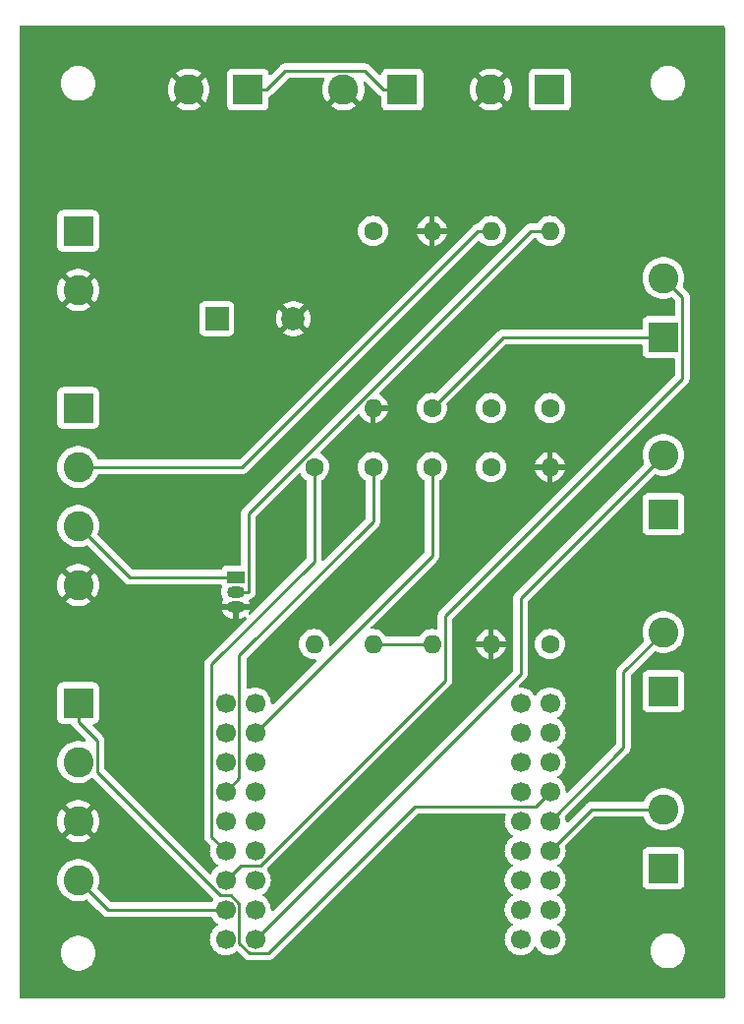
<source format=gbr>
%TF.GenerationSoftware,KiCad,Pcbnew,(7.0.0)*%
%TF.CreationDate,2023-03-15T19:38:10+01:00*%
%TF.ProjectId,QuinLED-ESP32-Breakout,5175696e-4c45-4442-9d45-535033322d42,rev?*%
%TF.SameCoordinates,Original*%
%TF.FileFunction,Copper,L2,Bot*%
%TF.FilePolarity,Positive*%
%FSLAX46Y46*%
G04 Gerber Fmt 4.6, Leading zero omitted, Abs format (unit mm)*
G04 Created by KiCad (PCBNEW (7.0.0)) date 2023-03-15 19:38:10*
%MOMM*%
%LPD*%
G01*
G04 APERTURE LIST*
%TA.AperFunction,ComponentPad*%
%ADD10C,1.600000*%
%TD*%
%TA.AperFunction,ComponentPad*%
%ADD11O,1.600000X1.600000*%
%TD*%
%TA.AperFunction,ComponentPad*%
%ADD12R,2.600000X2.600000*%
%TD*%
%TA.AperFunction,ComponentPad*%
%ADD13C,2.600000*%
%TD*%
%TA.AperFunction,ComponentPad*%
%ADD14R,1.500000X1.050000*%
%TD*%
%TA.AperFunction,ComponentPad*%
%ADD15O,1.500000X1.050000*%
%TD*%
%TA.AperFunction,ComponentPad*%
%ADD16C,1.700000*%
%TD*%
%TA.AperFunction,ComponentPad*%
%ADD17R,2.000000X2.000000*%
%TD*%
%TA.AperFunction,ComponentPad*%
%ADD18C,2.000000*%
%TD*%
%TA.AperFunction,Conductor*%
%ADD19C,0.250000*%
%TD*%
G04 APERTURE END LIST*
D10*
%TO.P,R8,1*%
%TO.N,+3.3V*%
X106680000Y-134620000D03*
D11*
%TO.P,R8,2*%
%TO.N,GPIO15*%
X106679999Y-119379999D03*
%TD*%
D12*
%TO.P,Reed switch 3,1,Pin_1*%
%TO.N,+3.3V*%
X111759099Y-107209999D03*
D13*
%TO.P,Reed switch 3,2,Pin_2*%
%TO.N,GND*%
X106679100Y-107210000D03*
%TD*%
D12*
%TO.P,LED 3 (GPIO13),1,Pin_1*%
%TO.N,Net-(Led3-Pin_1)*%
X121540999Y-143744999D03*
D13*
%TO.P,LED 3 (GPIO13),2,Pin_2*%
%TO.N,GPIO13*%
X121541000Y-138665000D03*
%TD*%
D12*
%TO.P,LED 2 (GPIO12),1,Pin_1*%
%TO.N,Net-(Led2-Pin_1)*%
X121540999Y-158984999D03*
D13*
%TO.P,LED 2 (GPIO12),2,Pin_2*%
%TO.N,GPIO12*%
X121541000Y-153905000D03*
%TD*%
D12*
%TO.P,PIR,1,Pin_1*%
%TO.N,+12V*%
X71119999Y-134619999D03*
D13*
%TO.P,PIR,2,Pin_2*%
%TO.N,GPIO15*%
X71120000Y-139700000D03*
%TO.P,PIR,3,Pin_3*%
%TO.N,Net-(PIR1-Pin_3)*%
X71120000Y-144780000D03*
%TO.P,PIR,4,Pin_4*%
%TO.N,GND*%
X71120000Y-149860000D03*
%TD*%
D10*
%TO.P,R2,1*%
%TO.N,GPIO35*%
X96520000Y-139700000D03*
D11*
%TO.P,R2,2*%
%TO.N,+3.3V*%
X96519999Y-154939999D03*
%TD*%
D14*
%TO.P,Q1,1,C*%
%TO.N,Net-(PIR1-Pin_3)*%
X84702999Y-149184499D03*
D15*
%TO.P,Q1,2,B*%
%TO.N,Net-(Q1-B)*%
X84702999Y-150454499D03*
%TO.P,Q1,3,E*%
%TO.N,GND*%
X84702999Y-151724499D03*
%TD*%
D10*
%TO.P,R4,1*%
%TO.N,Net-(Led1-Pin_1)*%
X106680000Y-139700000D03*
D11*
%TO.P,R4,2*%
%TO.N,GND*%
X106679999Y-154939999D03*
%TD*%
D12*
%TO.P,TEMP BME280,1,Pin_1*%
%TO.N,GPIO32*%
X71119999Y-160019999D03*
D13*
%TO.P,TEMP BME280,2,Pin_2*%
%TO.N,GPIO33*%
X71120000Y-165100000D03*
%TO.P,TEMP BME280,3,Pin_3*%
%TO.N,GND*%
X71120000Y-170180000D03*
%TO.P,TEMP BME280,4,Pin_4*%
%TO.N,+3.3V*%
X71120000Y-175260000D03*
%TD*%
D10*
%TO.P,R7,1*%
%TO.N,Net-(Led4-Pin_1)*%
X101600000Y-134620000D03*
D11*
%TO.P,R7,2*%
%TO.N,GND*%
X101599999Y-119379999D03*
%TD*%
D10*
%TO.P,R1,1*%
%TO.N,GPIO34*%
X91440000Y-139700000D03*
D11*
%TO.P,R1,2*%
%TO.N,+3.3V*%
X91439999Y-154939999D03*
%TD*%
D12*
%TO.P,LED 1 (GPIO4),1,Pin_1*%
%TO.N,Net-(Led1-Pin_1)*%
X121540999Y-174224999D03*
D13*
%TO.P,LED 1 (GPIO4),2,Pin_2*%
%TO.N,GPIO4*%
X121541000Y-169145000D03*
%TD*%
D12*
%TO.P,Reed switch 1,1,Pin_1*%
%TO.N,+3.3V*%
X85733299Y-107210999D03*
D13*
%TO.P,Reed switch 1,2,Pin_2*%
%TO.N,GND*%
X80653300Y-107211000D03*
%TD*%
D12*
%TO.P,LED 4 (GPIO14),1,Pin_1*%
%TO.N,Net-(Led4-Pin_1)*%
X121540999Y-128504999D03*
D13*
%TO.P,LED 4 (GPIO14),2,Pin_2*%
%TO.N,GPIO14*%
X121541000Y-123425000D03*
%TD*%
D16*
%TO.P,U1,1,GND*%
%TO.N,GND*%
X83820000Y-160020000D03*
%TO.P,U1,2,GND\u002A*%
%TO.N,unconnected-(U1-GND\u002A-Pad2)*%
X83820000Y-162560000D03*
%TO.P,U1,3,S_VN*%
%TO.N,unconnected-(U1-S_VN-Pad3)*%
X83820000Y-165100000D03*
%TO.P,U1,4,IO35*%
%TO.N,GPIO35*%
X83820000Y-167640000D03*
%TO.P,U1,5,IO33*%
%TO.N,GPIO33*%
X83820000Y-170180000D03*
%TO.P,U1,6,IO34*%
%TO.N,GPIO34*%
X83820000Y-172720000D03*
%TO.P,U1,7,IO14*%
%TO.N,GPIO14*%
X83820000Y-175260000D03*
%TO.P,U1,8,3v3\u002A*%
%TO.N,+3.3V*%
X83820000Y-177800000D03*
%TO.P,U1,9,5vF\u002A*%
%TO.N,unconnected-(U1-5vF\u002A-Pad9)*%
X83820000Y-180340000D03*
%TO.P,U1,10,EN*%
%TO.N,unconnected-(U1-EN-Pad10)*%
X86360000Y-160020000D03*
%TO.P,U1,11,S_VP*%
%TO.N,GPIO36*%
X86360000Y-162560000D03*
%TO.P,U1,12,IO26*%
%TO.N,unconnected-(U1-IO26-Pad12)*%
X86360000Y-165100000D03*
%TO.P,U1,13,IO18*%
%TO.N,unconnected-(U1-IO18-Pad13)*%
X86360000Y-167640000D03*
%TO.P,U1,14,IO19*%
%TO.N,unconnected-(U1-IO19-Pad14)*%
X86360000Y-170180000D03*
%TO.P,U1,15,IO23*%
%TO.N,unconnected-(U1-IO23-Pad15)*%
X86360000Y-172720000D03*
%TO.P,U1,16,IO5*%
%TO.N,unconnected-(U1-IO5-Pad16)*%
X86360000Y-175260000D03*
%TO.P,U1,17,3v3*%
%TO.N,unconnected-(U1-3v3-Pad17)*%
X86360000Y-177800000D03*
%TO.P,U1,18,IO13*%
%TO.N,GPIO13*%
X86360000Y-180340000D03*
%TO.P,U1,19,TXD*%
%TO.N,unconnected-(U1-TXD-Pad19)*%
X109220000Y-160020000D03*
%TO.P,U1,20,RXD*%
%TO.N,unconnected-(U1-RXD-Pad20)*%
X109220000Y-162560000D03*
%TO.P,U1,21,IO22*%
%TO.N,unconnected-(U1-IO22-Pad21)*%
X109220000Y-165100000D03*
%TO.P,U1,22,IO21*%
%TO.N,unconnected-(U1-IO21-Pad22)*%
X109220000Y-167640000D03*
%TO.P,U1,23,IO17*%
%TO.N,unconnected-(U1-IO17-Pad23)*%
X109220000Y-170180000D03*
%TO.P,U1,24,IO16*%
%TO.N,GPIO16*%
X109220000Y-172720000D03*
%TO.P,U1,25,GND*%
%TO.N,unconnected-(U1-GND-Pad25)*%
X109220000Y-175260000D03*
%TO.P,U1,26,5v0*%
%TO.N,unconnected-(U1-5v0-Pad26)*%
X109220000Y-177800000D03*
%TO.P,U1,27,IO15*%
%TO.N,GPIO15*%
X109220000Y-180340000D03*
%TO.P,U1,28,GND*%
%TO.N,unconnected-(U1-GND-Pad28)*%
X111760000Y-160020000D03*
%TO.P,U1,29,IO27*%
%TO.N,unconnected-(U1-IO27-Pad29)*%
X111760000Y-162560000D03*
%TO.P,U1,30,IO25*%
%TO.N,unconnected-(U1-IO25-Pad30)*%
X111760000Y-165100000D03*
%TO.P,U1,31,IO32*%
%TO.N,GPIO32*%
X111760000Y-167640000D03*
%TO.P,U1,32,IO12*%
%TO.N,GPIO12*%
X111760000Y-170180000D03*
%TO.P,U1,33,IO_4*%
%TO.N,GPIO4*%
X111760000Y-172720000D03*
%TO.P,U1,34,IO_0*%
%TO.N,unconnected-(U1-IO_0-Pad34)*%
X111760000Y-175260000D03*
%TO.P,U1,35,IO_2*%
%TO.N,GPIO2*%
X111760000Y-177800000D03*
%TO.P,U1,36,NC*%
%TO.N,unconnected-(U1-NC-Pad36)*%
X111760000Y-180340000D03*
%TD*%
D10*
%TO.P,R9,1*%
%TO.N,GPIO16*%
X111760000Y-134620000D03*
D11*
%TO.P,R9,2*%
%TO.N,Net-(Q1-B)*%
X111759999Y-119379999D03*
%TD*%
D12*
%TO.P,12V INPUT,1,Pin_1*%
%TO.N,+12V*%
X71119999Y-119379999D03*
D13*
%TO.P,12V INPUT,2,Pin_2*%
%TO.N,GND*%
X71120000Y-124460000D03*
%TD*%
D10*
%TO.P,R3,1*%
%TO.N,GPIO36*%
X101600000Y-139700000D03*
D11*
%TO.P,R3,2*%
%TO.N,+3.3V*%
X101599999Y-154939999D03*
%TD*%
D17*
%TO.P,Buzzer,1,-*%
%TO.N,GPIO2*%
X83059999Y-126921389D03*
D18*
%TO.P,Buzzer,2,+*%
%TO.N,GND*%
X89660000Y-126921390D03*
%TD*%
D10*
%TO.P,R6,1*%
%TO.N,Net-(Led3-Pin_1)*%
X96520000Y-119380000D03*
D11*
%TO.P,R6,2*%
%TO.N,GND*%
X96519999Y-134619999D03*
%TD*%
D12*
%TO.P,Reed switch 2,1,Pin_1*%
%TO.N,+3.3V*%
X99059099Y-107210499D03*
D13*
%TO.P,Reed switch 2,2,Pin_2*%
%TO.N,GND*%
X93979100Y-107210500D03*
%TD*%
D10*
%TO.P,R5,1*%
%TO.N,Net-(Led2-Pin_1)*%
X111760000Y-154940000D03*
D11*
%TO.P,R5,2*%
%TO.N,GND*%
X111759999Y-139699999D03*
%TD*%
D19*
%TO.N,GPIO4*%
X115335000Y-169145000D02*
X121541000Y-169145000D01*
X111760000Y-172720000D02*
X115335000Y-169145000D01*
%TO.N,GPIO12*%
X111760000Y-170180000D02*
X118086400Y-163853600D01*
X118086400Y-163853600D02*
X118086400Y-157359600D01*
X118086400Y-157359600D02*
X121541000Y-153905000D01*
%TO.N,GPIO13*%
X109220100Y-150985900D02*
X121541000Y-138665000D01*
X109220100Y-157479900D02*
X109220100Y-150985900D01*
X86360000Y-180340000D02*
X109220100Y-157479900D01*
%TO.N,Net-(Led4-Pin_1)*%
X107715000Y-128505000D02*
X101600000Y-134620000D01*
X121541000Y-128505000D02*
X107715000Y-128505000D01*
%TO.N,GPIO14*%
X86798900Y-173990000D02*
X102725400Y-158063500D01*
X102725400Y-158063500D02*
X102725400Y-152503700D01*
X123166400Y-132062700D02*
X123166400Y-125050400D01*
X102725400Y-152503700D02*
X123166400Y-132062700D01*
X85090000Y-173990000D02*
X86798900Y-173990000D01*
X123166400Y-125050400D02*
X121541000Y-123425000D01*
X83820000Y-175260000D02*
X85090000Y-173990000D01*
%TO.N,GPIO15*%
X106680000Y-119380000D02*
X105554700Y-119380000D01*
X71120000Y-139700000D02*
X85234700Y-139700000D01*
X85234700Y-139700000D02*
X105554700Y-119380000D01*
%TO.N,Net-(PIR1-Pin_3)*%
X84703000Y-149184500D02*
X75524500Y-149184500D01*
X75524500Y-149184500D02*
X71120000Y-144780000D01*
%TO.N,Net-(Q1-B)*%
X85778300Y-143708200D02*
X110106500Y-119380000D01*
X84703000Y-150454500D02*
X85778300Y-150454500D01*
X110106500Y-119380000D02*
X111760000Y-119380000D01*
X85778300Y-150454500D02*
X85778300Y-143708200D01*
%TO.N,GPIO34*%
X82626000Y-156652700D02*
X82626000Y-171526000D01*
X91440000Y-139700000D02*
X91440000Y-147838700D01*
X82626000Y-171526000D02*
X83820000Y-172720000D01*
X91440000Y-147838700D02*
X82626000Y-156652700D01*
%TO.N,+3.3V*%
X85733300Y-107211000D02*
X87358600Y-107211000D01*
X101600000Y-154940000D02*
X96520000Y-154940000D01*
X83820000Y-177800000D02*
X73660000Y-177800000D01*
X87358600Y-107211000D02*
X88984400Y-105585200D01*
X99059100Y-107210500D02*
X97433800Y-107210500D01*
X95808500Y-105585200D02*
X97433800Y-107210500D01*
X88984400Y-105585200D02*
X95808500Y-105585200D01*
X73660000Y-177800000D02*
X71120000Y-175260000D01*
%TO.N,GPIO35*%
X84995400Y-155893100D02*
X96520000Y-144368500D01*
X83820000Y-167640000D02*
X84995400Y-166464600D01*
X84995400Y-166464600D02*
X84995400Y-155893100D01*
X96520000Y-144368500D02*
X96520000Y-139700000D01*
%TO.N,GPIO36*%
X101600000Y-147320000D02*
X101600000Y-139700000D01*
X86360000Y-162560000D02*
X101600000Y-147320000D01*
%TO.N,GPIO32*%
X72745300Y-163270600D02*
X71120000Y-161645300D01*
X83347300Y-176530000D02*
X72745300Y-165928000D01*
X84251000Y-176530000D02*
X83347300Y-176530000D01*
X87488100Y-181537900D02*
X85872700Y-181537900D01*
X84995400Y-180660600D02*
X84995400Y-177274400D01*
X71120000Y-160020000D02*
X71120000Y-161645300D01*
X111760000Y-167640000D02*
X110490000Y-168910000D01*
X100116000Y-168910000D02*
X87488100Y-181537900D01*
X84995400Y-177274400D02*
X84251000Y-176530000D01*
X72745300Y-165928000D02*
X72745300Y-163270600D01*
X85872700Y-181537900D02*
X84995400Y-180660600D01*
X110490000Y-168910000D02*
X100116000Y-168910000D01*
%TD*%
%TA.AperFunction,Conductor*%
%TO.N,GND*%
G36*
X126773203Y-101732034D02*
G01*
X126818590Y-101777421D01*
X126835203Y-101839421D01*
X126835203Y-185295500D01*
X126818590Y-185357500D01*
X126773203Y-185402887D01*
X126711203Y-185419500D01*
X66164500Y-185419500D01*
X66102500Y-185402887D01*
X66057113Y-185357500D01*
X66040500Y-185295500D01*
X66040500Y-181535176D01*
X69614357Y-181535176D01*
X69614781Y-181540293D01*
X69634467Y-181777877D01*
X69634468Y-181777885D01*
X69634892Y-181782997D01*
X69636149Y-181787964D01*
X69636151Y-181787971D01*
X69691876Y-182008020D01*
X69695937Y-182024057D01*
X69702949Y-182040042D01*
X69793766Y-182247086D01*
X69793769Y-182247092D01*
X69795827Y-182251783D01*
X69798627Y-182256069D01*
X69798631Y-182256076D01*
X69920989Y-182443359D01*
X69931836Y-182459961D01*
X69935310Y-182463735D01*
X69935311Y-182463736D01*
X70096784Y-182639143D01*
X70096787Y-182639146D01*
X70100256Y-182642914D01*
X70296491Y-182795650D01*
X70515190Y-182914004D01*
X70750386Y-182994747D01*
X70995665Y-183035676D01*
X71239201Y-183035676D01*
X71244335Y-183035676D01*
X71489614Y-182994747D01*
X71724810Y-182914004D01*
X71943509Y-182795650D01*
X72139744Y-182642914D01*
X72308164Y-182459961D01*
X72444173Y-182251783D01*
X72544063Y-182024057D01*
X72605108Y-181782997D01*
X72625643Y-181535176D01*
X72605108Y-181287355D01*
X72544063Y-181046295D01*
X72444173Y-180818569D01*
X72439902Y-180812032D01*
X72372740Y-180709233D01*
X72308164Y-180610391D01*
X72270997Y-180570017D01*
X72143215Y-180431208D01*
X72143211Y-180431205D01*
X72139744Y-180427438D01*
X71943509Y-180274702D01*
X71938997Y-180272260D01*
X71729316Y-180158786D01*
X71729310Y-180158783D01*
X71724810Y-180156348D01*
X71719969Y-180154686D01*
X71719962Y-180154683D01*
X71494465Y-180077270D01*
X71494461Y-180077269D01*
X71489614Y-180075605D01*
X71480768Y-180074128D01*
X71249398Y-180035520D01*
X71249387Y-180035519D01*
X71244335Y-180034676D01*
X70995665Y-180034676D01*
X70990613Y-180035519D01*
X70990601Y-180035520D01*
X70755443Y-180074761D01*
X70755441Y-180074761D01*
X70750386Y-180075605D01*
X70745541Y-180077268D01*
X70745534Y-180077270D01*
X70520037Y-180154683D01*
X70520026Y-180154687D01*
X70515190Y-180156348D01*
X70510693Y-180158781D01*
X70510683Y-180158786D01*
X70301002Y-180272260D01*
X70300995Y-180272264D01*
X70296491Y-180274702D01*
X70292448Y-180277848D01*
X70292440Y-180277854D01*
X70110931Y-180419129D01*
X70100256Y-180427438D01*
X70096793Y-180431199D01*
X70096784Y-180431208D01*
X69935311Y-180606615D01*
X69935305Y-180606622D01*
X69931836Y-180610391D01*
X69929031Y-180614682D01*
X69929028Y-180614688D01*
X69798631Y-180814275D01*
X69798624Y-180814287D01*
X69795827Y-180818569D01*
X69793772Y-180823253D01*
X69793766Y-180823265D01*
X69697997Y-181041598D01*
X69695937Y-181046295D01*
X69694679Y-181051260D01*
X69694678Y-181051265D01*
X69636151Y-181282380D01*
X69636149Y-181282389D01*
X69634892Y-181287355D01*
X69634468Y-181292464D01*
X69634467Y-181292474D01*
X69627080Y-181381628D01*
X69614357Y-181535176D01*
X66040500Y-181535176D01*
X66040500Y-175260000D01*
X69314451Y-175260000D01*
X69314798Y-175264631D01*
X69332483Y-175500634D01*
X69334617Y-175529103D01*
X69335647Y-175533616D01*
X69335648Y-175533622D01*
X69388991Y-175767331D01*
X69394666Y-175792195D01*
X69396361Y-175796514D01*
X69396363Y-175796519D01*
X69463977Y-175968796D01*
X69493257Y-176043398D01*
X69628185Y-176277102D01*
X69796439Y-176488085D01*
X69799843Y-176491243D01*
X69951084Y-176631575D01*
X69994259Y-176671635D01*
X70217226Y-176823651D01*
X70460359Y-176940738D01*
X70464787Y-176942103D01*
X70464790Y-176942105D01*
X70518201Y-176958580D01*
X70718228Y-177020280D01*
X70985071Y-177060500D01*
X71250292Y-177060500D01*
X71254929Y-177060500D01*
X71521772Y-177020280D01*
X71779641Y-176940738D01*
X71792505Y-176934542D01*
X71841667Y-176922348D01*
X71891609Y-176930832D01*
X71933989Y-176958579D01*
X72770014Y-177794605D01*
X73162707Y-178187298D01*
X73170159Y-178195487D01*
X73174214Y-178201877D01*
X73223223Y-178247900D01*
X73226020Y-178250611D01*
X73245529Y-178270120D01*
X73248709Y-178272587D01*
X73257571Y-178280155D01*
X73271020Y-178292785D01*
X73283732Y-178304723D01*
X73283734Y-178304724D01*
X73289418Y-178310062D01*
X73296251Y-178313818D01*
X73296252Y-178313819D01*
X73306973Y-178319713D01*
X73323234Y-178330394D01*
X73339064Y-178342673D01*
X73379155Y-178360021D01*
X73389635Y-178365155D01*
X73427908Y-178386197D01*
X73447316Y-178391180D01*
X73465719Y-178397481D01*
X73476944Y-178402339D01*
X73476946Y-178402339D01*
X73484104Y-178405437D01*
X73527258Y-178412271D01*
X73538644Y-178414629D01*
X73580981Y-178425500D01*
X73601017Y-178425500D01*
X73620415Y-178427027D01*
X73632486Y-178428939D01*
X73632487Y-178428939D01*
X73640196Y-178430160D01*
X73678276Y-178426560D01*
X73683676Y-178426050D01*
X73695345Y-178425500D01*
X82544772Y-178425500D01*
X82602029Y-178439511D01*
X82646347Y-178478376D01*
X82778399Y-178666966D01*
X82778402Y-178666970D01*
X82781505Y-178671401D01*
X82948599Y-178838495D01*
X82953032Y-178841599D01*
X82953038Y-178841604D01*
X83134158Y-178968425D01*
X83173024Y-179012743D01*
X83187035Y-179070000D01*
X83173024Y-179127257D01*
X83134159Y-179171575D01*
X82953041Y-179298395D01*
X82948599Y-179301505D01*
X82944775Y-179305328D01*
X82944769Y-179305334D01*
X82785334Y-179464769D01*
X82785328Y-179464775D01*
X82781505Y-179468599D01*
X82778402Y-179473029D01*
X82778399Y-179473034D01*
X82649073Y-179657731D01*
X82649068Y-179657738D01*
X82645965Y-179662171D01*
X82643677Y-179667077D01*
X82643675Y-179667081D01*
X82548386Y-179871427D01*
X82548383Y-179871432D01*
X82546097Y-179876337D01*
X82544698Y-179881557D01*
X82544694Y-179881569D01*
X82486337Y-180099365D01*
X82486336Y-180099369D01*
X82484937Y-180104592D01*
X82484465Y-180109977D01*
X82484465Y-180109982D01*
X82470054Y-180274702D01*
X82464341Y-180340000D01*
X82464813Y-180345395D01*
X82472562Y-180433971D01*
X82484937Y-180575408D01*
X82486336Y-180580630D01*
X82486337Y-180580634D01*
X82544694Y-180798430D01*
X82544697Y-180798438D01*
X82546097Y-180803663D01*
X82548385Y-180808570D01*
X82548386Y-180808572D01*
X82643678Y-181012927D01*
X82643681Y-181012933D01*
X82645965Y-181017830D01*
X82649064Y-181022257D01*
X82649066Y-181022259D01*
X82778399Y-181206966D01*
X82778402Y-181206970D01*
X82781505Y-181211401D01*
X82948599Y-181378495D01*
X82953031Y-181381598D01*
X82953033Y-181381600D01*
X83097260Y-181482589D01*
X83142170Y-181514035D01*
X83356337Y-181613903D01*
X83584592Y-181675063D01*
X83820000Y-181695659D01*
X84055408Y-181675063D01*
X84283663Y-181613903D01*
X84497830Y-181514035D01*
X84686927Y-181381627D01*
X84740078Y-181360511D01*
X84797053Y-181365496D01*
X84845731Y-181395521D01*
X85375407Y-181925197D01*
X85382856Y-181933383D01*
X85386914Y-181939777D01*
X85392599Y-181945115D01*
X85392601Y-181945118D01*
X85435939Y-181985815D01*
X85438736Y-181988526D01*
X85458230Y-182008020D01*
X85461315Y-182010413D01*
X85461401Y-182010480D01*
X85470273Y-182018058D01*
X85483580Y-182030554D01*
X85502118Y-182047962D01*
X85508948Y-182051717D01*
X85508951Y-182051719D01*
X85519671Y-182057612D01*
X85535922Y-182068286D01*
X85551764Y-182080574D01*
X85558921Y-182083671D01*
X85558923Y-182083672D01*
X85591855Y-182097922D01*
X85602350Y-182103064D01*
X85640608Y-182124097D01*
X85660012Y-182129079D01*
X85678414Y-182135380D01*
X85689641Y-182140238D01*
X85696805Y-182143338D01*
X85734397Y-182149291D01*
X85739939Y-182150169D01*
X85751382Y-182152539D01*
X85786125Y-182161460D01*
X85786126Y-182161460D01*
X85793681Y-182163400D01*
X85813717Y-182163400D01*
X85833102Y-182164925D01*
X85852896Y-182168060D01*
X85890976Y-182164460D01*
X85896376Y-182163950D01*
X85908045Y-182163400D01*
X87410325Y-182163400D01*
X87421380Y-182163921D01*
X87428767Y-182165573D01*
X87495972Y-182163461D01*
X87499868Y-182163400D01*
X87523548Y-182163400D01*
X87527450Y-182163400D01*
X87531413Y-182162899D01*
X87543063Y-182161980D01*
X87586727Y-182160609D01*
X87605961Y-182155019D01*
X87625017Y-182151074D01*
X87644892Y-182148564D01*
X87685495Y-182132487D01*
X87696550Y-182128702D01*
X87738490Y-182116518D01*
X87755729Y-182106322D01*
X87773203Y-182097762D01*
X87784574Y-182093260D01*
X87784576Y-182093258D01*
X87791832Y-182090386D01*
X87827169Y-182064711D01*
X87836924Y-182058303D01*
X87874520Y-182036070D01*
X87888684Y-182021905D01*
X87903479Y-182009268D01*
X87919687Y-181997494D01*
X87947528Y-181963838D01*
X87955379Y-181955209D01*
X100338771Y-169571819D01*
X100379000Y-169544939D01*
X100426453Y-169535500D01*
X107835782Y-169535500D01*
X107895426Y-169550787D01*
X107940365Y-169592878D01*
X107959517Y-169651396D01*
X107949271Y-169705991D01*
X107950237Y-169706343D01*
X107948384Y-169711430D01*
X107946097Y-169716337D01*
X107944698Y-169721557D01*
X107944694Y-169721569D01*
X107886337Y-169939365D01*
X107886336Y-169939369D01*
X107884937Y-169944592D01*
X107884465Y-169949977D01*
X107884465Y-169949982D01*
X107865907Y-170162102D01*
X107864341Y-170180000D01*
X107864813Y-170185395D01*
X107880916Y-170369457D01*
X107884937Y-170415408D01*
X107886336Y-170420630D01*
X107886337Y-170420634D01*
X107944694Y-170638430D01*
X107944697Y-170638438D01*
X107946097Y-170643663D01*
X107948385Y-170648570D01*
X107948386Y-170648572D01*
X108043678Y-170852927D01*
X108043681Y-170852933D01*
X108045965Y-170857830D01*
X108049064Y-170862257D01*
X108049066Y-170862259D01*
X108178399Y-171046966D01*
X108178402Y-171046970D01*
X108181505Y-171051401D01*
X108348599Y-171218495D01*
X108353032Y-171221599D01*
X108353038Y-171221604D01*
X108534158Y-171348425D01*
X108573024Y-171392743D01*
X108587035Y-171450000D01*
X108573024Y-171507257D01*
X108534159Y-171551575D01*
X108427285Y-171626409D01*
X108348599Y-171681505D01*
X108344775Y-171685328D01*
X108344769Y-171685334D01*
X108185334Y-171844769D01*
X108185328Y-171844775D01*
X108181505Y-171848599D01*
X108178402Y-171853029D01*
X108178399Y-171853034D01*
X108049073Y-172037731D01*
X108049068Y-172037738D01*
X108045965Y-172042171D01*
X108043677Y-172047077D01*
X108043675Y-172047081D01*
X107948386Y-172251427D01*
X107948383Y-172251432D01*
X107946097Y-172256337D01*
X107944698Y-172261557D01*
X107944694Y-172261569D01*
X107886337Y-172479365D01*
X107886336Y-172479369D01*
X107884937Y-172484592D01*
X107884465Y-172489977D01*
X107884465Y-172489982D01*
X107868228Y-172675568D01*
X107864341Y-172720000D01*
X107864813Y-172725395D01*
X107877798Y-172873819D01*
X107884937Y-172955408D01*
X107886336Y-172960630D01*
X107886337Y-172960634D01*
X107944694Y-173178430D01*
X107944697Y-173178438D01*
X107946097Y-173183663D01*
X107948385Y-173188570D01*
X107948386Y-173188572D01*
X108043678Y-173392927D01*
X108043681Y-173392933D01*
X108045965Y-173397830D01*
X108049064Y-173402257D01*
X108049066Y-173402259D01*
X108178399Y-173586966D01*
X108178402Y-173586970D01*
X108181505Y-173591401D01*
X108348599Y-173758495D01*
X108353032Y-173761599D01*
X108353038Y-173761604D01*
X108534158Y-173888425D01*
X108573024Y-173932743D01*
X108587035Y-173990000D01*
X108573024Y-174047257D01*
X108534159Y-174091575D01*
X108353041Y-174218395D01*
X108348599Y-174221505D01*
X108344775Y-174225328D01*
X108344769Y-174225334D01*
X108185334Y-174384769D01*
X108185328Y-174384775D01*
X108181505Y-174388599D01*
X108178402Y-174393029D01*
X108178399Y-174393034D01*
X108049073Y-174577731D01*
X108049070Y-174577737D01*
X108045965Y-174582171D01*
X108043677Y-174587077D01*
X108043675Y-174587081D01*
X107948386Y-174791427D01*
X107948383Y-174791432D01*
X107946097Y-174796337D01*
X107944698Y-174801557D01*
X107944694Y-174801569D01*
X107886337Y-175019365D01*
X107886335Y-175019371D01*
X107884937Y-175024592D01*
X107864341Y-175260000D01*
X107884937Y-175495408D01*
X107886336Y-175500630D01*
X107886337Y-175500634D01*
X107944694Y-175718430D01*
X107944697Y-175718438D01*
X107946097Y-175723663D01*
X107948385Y-175728570D01*
X107948386Y-175728572D01*
X108043678Y-175932927D01*
X108043681Y-175932933D01*
X108045965Y-175937830D01*
X108049064Y-175942257D01*
X108049066Y-175942259D01*
X108178399Y-176126966D01*
X108178402Y-176126970D01*
X108181505Y-176131401D01*
X108348599Y-176298495D01*
X108353032Y-176301599D01*
X108353038Y-176301604D01*
X108534158Y-176428425D01*
X108573024Y-176472743D01*
X108587035Y-176530000D01*
X108573024Y-176587257D01*
X108534159Y-176631575D01*
X108353041Y-176758395D01*
X108348599Y-176761505D01*
X108344775Y-176765328D01*
X108344769Y-176765334D01*
X108185334Y-176924769D01*
X108185328Y-176924775D01*
X108181505Y-176928599D01*
X108178402Y-176933029D01*
X108178399Y-176933034D01*
X108049073Y-177117731D01*
X108049068Y-177117738D01*
X108045965Y-177122171D01*
X108043677Y-177127077D01*
X108043675Y-177127081D01*
X107948386Y-177331427D01*
X107948383Y-177331432D01*
X107946097Y-177336337D01*
X107944698Y-177341557D01*
X107944694Y-177341569D01*
X107886337Y-177559365D01*
X107886335Y-177559371D01*
X107884937Y-177564592D01*
X107864341Y-177800000D01*
X107884937Y-178035408D01*
X107886336Y-178040630D01*
X107886337Y-178040634D01*
X107944694Y-178258430D01*
X107944697Y-178258438D01*
X107946097Y-178263663D01*
X107948385Y-178268570D01*
X107948386Y-178268572D01*
X108043678Y-178472927D01*
X108043681Y-178472933D01*
X108045965Y-178477830D01*
X108049064Y-178482257D01*
X108049066Y-178482259D01*
X108178399Y-178666966D01*
X108178402Y-178666970D01*
X108181505Y-178671401D01*
X108348599Y-178838495D01*
X108353032Y-178841599D01*
X108353038Y-178841604D01*
X108534158Y-178968425D01*
X108573024Y-179012743D01*
X108587035Y-179070000D01*
X108573024Y-179127257D01*
X108534159Y-179171575D01*
X108353041Y-179298395D01*
X108348599Y-179301505D01*
X108344775Y-179305328D01*
X108344769Y-179305334D01*
X108185334Y-179464769D01*
X108185328Y-179464775D01*
X108181505Y-179468599D01*
X108178402Y-179473029D01*
X108178399Y-179473034D01*
X108049073Y-179657731D01*
X108049068Y-179657738D01*
X108045965Y-179662171D01*
X108043677Y-179667077D01*
X108043675Y-179667081D01*
X107948386Y-179871427D01*
X107948383Y-179871432D01*
X107946097Y-179876337D01*
X107944698Y-179881557D01*
X107944694Y-179881569D01*
X107886337Y-180099365D01*
X107886336Y-180099369D01*
X107884937Y-180104592D01*
X107884465Y-180109977D01*
X107884465Y-180109982D01*
X107870054Y-180274702D01*
X107864341Y-180340000D01*
X107864813Y-180345395D01*
X107872562Y-180433971D01*
X107884937Y-180575408D01*
X107886336Y-180580630D01*
X107886337Y-180580634D01*
X107944694Y-180798430D01*
X107944697Y-180798438D01*
X107946097Y-180803663D01*
X107948385Y-180808570D01*
X107948386Y-180808572D01*
X108043678Y-181012927D01*
X108043681Y-181012933D01*
X108045965Y-181017830D01*
X108049064Y-181022257D01*
X108049066Y-181022259D01*
X108178399Y-181206966D01*
X108178402Y-181206970D01*
X108181505Y-181211401D01*
X108348599Y-181378495D01*
X108353031Y-181381598D01*
X108353033Y-181381600D01*
X108497260Y-181482589D01*
X108542170Y-181514035D01*
X108756337Y-181613903D01*
X108984592Y-181675063D01*
X109220000Y-181695659D01*
X109455408Y-181675063D01*
X109683663Y-181613903D01*
X109897830Y-181514035D01*
X110091401Y-181378495D01*
X110258495Y-181211401D01*
X110341877Y-181092320D01*
X110388425Y-181025842D01*
X110432743Y-180986976D01*
X110490000Y-180972965D01*
X110547257Y-180986976D01*
X110591575Y-181025842D01*
X110718395Y-181206961D01*
X110718401Y-181206968D01*
X110721505Y-181211401D01*
X110888599Y-181378495D01*
X110893031Y-181381598D01*
X110893033Y-181381600D01*
X111037260Y-181482589D01*
X111082170Y-181514035D01*
X111296337Y-181613903D01*
X111524592Y-181675063D01*
X111760000Y-181695659D01*
X111995408Y-181675063D01*
X112223663Y-181613903D01*
X112437830Y-181514035D01*
X112631401Y-181378495D01*
X112669755Y-181340141D01*
X120414357Y-181340141D01*
X120414781Y-181345258D01*
X120434467Y-181582842D01*
X120434468Y-181582850D01*
X120434892Y-181587962D01*
X120436149Y-181592929D01*
X120436151Y-181592936D01*
X120482985Y-181777877D01*
X120495937Y-181829022D01*
X120497997Y-181833718D01*
X120593766Y-182052051D01*
X120593769Y-182052057D01*
X120595827Y-182056748D01*
X120598627Y-182061034D01*
X120598631Y-182061041D01*
X120720181Y-182247086D01*
X120731836Y-182264926D01*
X120735310Y-182268700D01*
X120735311Y-182268701D01*
X120896784Y-182444108D01*
X120896787Y-182444111D01*
X120900256Y-182447879D01*
X121096491Y-182600615D01*
X121315190Y-182718969D01*
X121550386Y-182799712D01*
X121795665Y-182840641D01*
X122039201Y-182840641D01*
X122044335Y-182840641D01*
X122289614Y-182799712D01*
X122524810Y-182718969D01*
X122743509Y-182600615D01*
X122939744Y-182447879D01*
X123108164Y-182264926D01*
X123244173Y-182056748D01*
X123344063Y-181829022D01*
X123405108Y-181587962D01*
X123425643Y-181340141D01*
X123405108Y-181092320D01*
X123344063Y-180851260D01*
X123244173Y-180623534D01*
X123238051Y-180614164D01*
X123172740Y-180514198D01*
X123108164Y-180415356D01*
X123104688Y-180411580D01*
X122943215Y-180236173D01*
X122943211Y-180236170D01*
X122939744Y-180232403D01*
X122743509Y-180079667D01*
X122738997Y-180077225D01*
X122529316Y-179963751D01*
X122529310Y-179963748D01*
X122524810Y-179961313D01*
X122519969Y-179959651D01*
X122519962Y-179959648D01*
X122294465Y-179882235D01*
X122294461Y-179882234D01*
X122289614Y-179880570D01*
X122264247Y-179876337D01*
X122049398Y-179840485D01*
X122049387Y-179840484D01*
X122044335Y-179839641D01*
X121795665Y-179839641D01*
X121790613Y-179840484D01*
X121790601Y-179840485D01*
X121555443Y-179879726D01*
X121555441Y-179879726D01*
X121550386Y-179880570D01*
X121545541Y-179882233D01*
X121545534Y-179882235D01*
X121320037Y-179959648D01*
X121320026Y-179959652D01*
X121315190Y-179961313D01*
X121310693Y-179963746D01*
X121310683Y-179963751D01*
X121101002Y-180077225D01*
X121100995Y-180077229D01*
X121096491Y-180079667D01*
X121092448Y-180082813D01*
X121092440Y-180082819D01*
X120904304Y-180229252D01*
X120900256Y-180232403D01*
X120896793Y-180236164D01*
X120896784Y-180236173D01*
X120735311Y-180411580D01*
X120735305Y-180411587D01*
X120731836Y-180415356D01*
X120729031Y-180419647D01*
X120729028Y-180419653D01*
X120598631Y-180619240D01*
X120598624Y-180619252D01*
X120595827Y-180623534D01*
X120593772Y-180628218D01*
X120593766Y-180628230D01*
X120497997Y-180846563D01*
X120495937Y-180851260D01*
X120494679Y-180856225D01*
X120494678Y-180856230D01*
X120436151Y-181087345D01*
X120436149Y-181087354D01*
X120434892Y-181092320D01*
X120434468Y-181097429D01*
X120434467Y-181097439D01*
X120414781Y-181335024D01*
X120414357Y-181340141D01*
X112669755Y-181340141D01*
X112798495Y-181211401D01*
X112934035Y-181017830D01*
X113033903Y-180803663D01*
X113095063Y-180575408D01*
X113115659Y-180340000D01*
X113095063Y-180104592D01*
X113033903Y-179876337D01*
X112934035Y-179662171D01*
X112798495Y-179468599D01*
X112631401Y-179301505D01*
X112626968Y-179298401D01*
X112626961Y-179298395D01*
X112445842Y-179171575D01*
X112406976Y-179127257D01*
X112392965Y-179070000D01*
X112406976Y-179012743D01*
X112445842Y-178968425D01*
X112626961Y-178841604D01*
X112626961Y-178841603D01*
X112631401Y-178838495D01*
X112798495Y-178671401D01*
X112934035Y-178477830D01*
X113033903Y-178263663D01*
X113095063Y-178035408D01*
X113115659Y-177800000D01*
X113095063Y-177564592D01*
X113033903Y-177336337D01*
X112934035Y-177122171D01*
X112798495Y-176928599D01*
X112631401Y-176761505D01*
X112626968Y-176758401D01*
X112626961Y-176758395D01*
X112445842Y-176631575D01*
X112406976Y-176587257D01*
X112392965Y-176530000D01*
X112406976Y-176472743D01*
X112445842Y-176428425D01*
X112626961Y-176301604D01*
X112626961Y-176301603D01*
X112631401Y-176298495D01*
X112798495Y-176131401D01*
X112934035Y-175937830D01*
X113033903Y-175723663D01*
X113075189Y-175569578D01*
X119740500Y-175569578D01*
X119740501Y-175572872D01*
X119740853Y-175576150D01*
X119740854Y-175576161D01*
X119746079Y-175624768D01*
X119746080Y-175624773D01*
X119746909Y-175632483D01*
X119749619Y-175639749D01*
X119749620Y-175639753D01*
X119778965Y-175718430D01*
X119797204Y-175767331D01*
X119883454Y-175882546D01*
X119998669Y-175968796D01*
X120133517Y-176019091D01*
X120193127Y-176025500D01*
X122888872Y-176025499D01*
X122948483Y-176019091D01*
X123083331Y-175968796D01*
X123198546Y-175882546D01*
X123284796Y-175767331D01*
X123335091Y-175632483D01*
X123341500Y-175572873D01*
X123341499Y-172877128D01*
X123335091Y-172817517D01*
X123284796Y-172682669D01*
X123198546Y-172567454D01*
X123083331Y-172481204D01*
X122948483Y-172430909D01*
X122940770Y-172430079D01*
X122940767Y-172430079D01*
X122892180Y-172424855D01*
X122892169Y-172424854D01*
X122888873Y-172424500D01*
X122885550Y-172424500D01*
X120196439Y-172424500D01*
X120196420Y-172424500D01*
X120193128Y-172424501D01*
X120189850Y-172424853D01*
X120189838Y-172424854D01*
X120141231Y-172430079D01*
X120141225Y-172430080D01*
X120133517Y-172430909D01*
X120126252Y-172433618D01*
X120126246Y-172433620D01*
X120006980Y-172478104D01*
X120006978Y-172478104D01*
X119998669Y-172481204D01*
X119991572Y-172486516D01*
X119991568Y-172486519D01*
X119890550Y-172562141D01*
X119890546Y-172562144D01*
X119883454Y-172567454D01*
X119878144Y-172574546D01*
X119878141Y-172574550D01*
X119802519Y-172675568D01*
X119802516Y-172675572D01*
X119797204Y-172682669D01*
X119794104Y-172690978D01*
X119794104Y-172690980D01*
X119749620Y-172810247D01*
X119749619Y-172810250D01*
X119746909Y-172817517D01*
X119746079Y-172825227D01*
X119746079Y-172825232D01*
X119740855Y-172873819D01*
X119740854Y-172873831D01*
X119740500Y-172877127D01*
X119740500Y-172880448D01*
X119740500Y-172880449D01*
X119740500Y-175569560D01*
X119740500Y-175569578D01*
X113075189Y-175569578D01*
X113095063Y-175495408D01*
X113115659Y-175260000D01*
X113095063Y-175024592D01*
X113033903Y-174796337D01*
X112934035Y-174582171D01*
X112798495Y-174388599D01*
X112631401Y-174221505D01*
X112626968Y-174218401D01*
X112626961Y-174218395D01*
X112445842Y-174091575D01*
X112406976Y-174047257D01*
X112392965Y-173990000D01*
X112406976Y-173932743D01*
X112445842Y-173888425D01*
X112626961Y-173761604D01*
X112626961Y-173761603D01*
X112631401Y-173758495D01*
X112798495Y-173591401D01*
X112934035Y-173397830D01*
X113033903Y-173183663D01*
X113095063Y-172955408D01*
X113115659Y-172720000D01*
X113095063Y-172484592D01*
X113068143Y-172384126D01*
X113068143Y-172319939D01*
X113100235Y-172264353D01*
X115557771Y-169806819D01*
X115598000Y-169779939D01*
X115645453Y-169770500D01*
X119767745Y-169770500D01*
X119815911Y-169780237D01*
X119856513Y-169807919D01*
X119883173Y-169849198D01*
X119912559Y-169924073D01*
X119912561Y-169924077D01*
X119914257Y-169928398D01*
X120049185Y-170162102D01*
X120217439Y-170373085D01*
X120268685Y-170420634D01*
X120395639Y-170538431D01*
X120415259Y-170556635D01*
X120638226Y-170708651D01*
X120881359Y-170825738D01*
X120885787Y-170827103D01*
X120885790Y-170827105D01*
X120985399Y-170857830D01*
X121139228Y-170905280D01*
X121406071Y-170945500D01*
X121671292Y-170945500D01*
X121675929Y-170945500D01*
X121942772Y-170905280D01*
X122200641Y-170825738D01*
X122443775Y-170708651D01*
X122666741Y-170556635D01*
X122864561Y-170373085D01*
X123032815Y-170162102D01*
X123167743Y-169928398D01*
X123266334Y-169677195D01*
X123326383Y-169414103D01*
X123346549Y-169145000D01*
X123326383Y-168875897D01*
X123266334Y-168612805D01*
X123167743Y-168361602D01*
X123032815Y-168127898D01*
X122864561Y-167916915D01*
X122694143Y-167758790D01*
X122670146Y-167736524D01*
X122670143Y-167736521D01*
X122666741Y-167733365D01*
X122662912Y-167730754D01*
X122662909Y-167730752D01*
X122447610Y-167583964D01*
X122443775Y-167581349D01*
X122439589Y-167579333D01*
X122204820Y-167466274D01*
X122204814Y-167466271D01*
X122200641Y-167464262D01*
X122196219Y-167462898D01*
X122196209Y-167462894D01*
X121947202Y-167386086D01*
X121947196Y-167386084D01*
X121942772Y-167384720D01*
X121938195Y-167384030D01*
X121938186Y-167384028D01*
X121680514Y-167345191D01*
X121680513Y-167345190D01*
X121675929Y-167344500D01*
X121406071Y-167344500D01*
X121401487Y-167345190D01*
X121401485Y-167345191D01*
X121143813Y-167384028D01*
X121143801Y-167384030D01*
X121139228Y-167384720D01*
X121134806Y-167386083D01*
X121134797Y-167386086D01*
X120885790Y-167462894D01*
X120885775Y-167462899D01*
X120881359Y-167464262D01*
X120877185Y-167466271D01*
X120877180Y-167466274D01*
X120642411Y-167579333D01*
X120642404Y-167579336D01*
X120638226Y-167581349D01*
X120634393Y-167583962D01*
X120634390Y-167583964D01*
X120419090Y-167730752D01*
X120419080Y-167730759D01*
X120415259Y-167733365D01*
X120411863Y-167736516D01*
X120411853Y-167736524D01*
X120220843Y-167913756D01*
X120220839Y-167913759D01*
X120217439Y-167916915D01*
X120214549Y-167920537D01*
X120214546Y-167920542D01*
X120052077Y-168124271D01*
X120049185Y-168127898D01*
X120046866Y-168131913D01*
X120046865Y-168131916D01*
X119916578Y-168357581D01*
X119916575Y-168357586D01*
X119914257Y-168361602D01*
X119912564Y-168365915D01*
X119912559Y-168365926D01*
X119883173Y-168440802D01*
X119856513Y-168482081D01*
X119815911Y-168509763D01*
X119767745Y-168519500D01*
X115412771Y-168519500D01*
X115401718Y-168518979D01*
X115394332Y-168517328D01*
X115386534Y-168517573D01*
X115327144Y-168519439D01*
X115323250Y-168519500D01*
X115295650Y-168519500D01*
X115291799Y-168519986D01*
X115291768Y-168519988D01*
X115291640Y-168520005D01*
X115280029Y-168520918D01*
X115244171Y-168522045D01*
X115244164Y-168522046D01*
X115236372Y-168522291D01*
X115228888Y-168524465D01*
X115228877Y-168524467D01*
X115217128Y-168527881D01*
X115198083Y-168531825D01*
X115185947Y-168533358D01*
X115185944Y-168533358D01*
X115178208Y-168534336D01*
X115170960Y-168537205D01*
X115170950Y-168537208D01*
X115137592Y-168550415D01*
X115126550Y-168554196D01*
X115092097Y-168564207D01*
X115092092Y-168564208D01*
X115084610Y-168566383D01*
X115077902Y-168570349D01*
X115077897Y-168570352D01*
X115067364Y-168576581D01*
X115049900Y-168585136D01*
X115038524Y-168589640D01*
X115038517Y-168589643D01*
X115031268Y-168592514D01*
X115024962Y-168597094D01*
X115024957Y-168597098D01*
X114995927Y-168618189D01*
X114986169Y-168624598D01*
X114955298Y-168642856D01*
X114948579Y-168646830D01*
X114943063Y-168652344D01*
X114943056Y-168652351D01*
X114934407Y-168661000D01*
X114919624Y-168673626D01*
X114909727Y-168680817D01*
X114909720Y-168680823D01*
X114903413Y-168685406D01*
X114898446Y-168691408D01*
X114898435Y-168691420D01*
X114875570Y-168719059D01*
X114867710Y-168727697D01*
X113326868Y-170268540D01*
X113277505Y-170298790D01*
X113219789Y-170303332D01*
X113166302Y-170281177D01*
X113128702Y-170237154D01*
X113115477Y-170182070D01*
X113115659Y-170180000D01*
X113095063Y-169944592D01*
X113068143Y-169844126D01*
X113068143Y-169779939D01*
X113100235Y-169724353D01*
X118473706Y-164350882D01*
X118481882Y-164343443D01*
X118488277Y-164339386D01*
X118534333Y-164290340D01*
X118536950Y-164287638D01*
X118556520Y-164268070D01*
X118558965Y-164264916D01*
X118566555Y-164256028D01*
X118596462Y-164224182D01*
X118606109Y-164206632D01*
X118616793Y-164190366D01*
X118629074Y-164174536D01*
X118646418Y-164134451D01*
X118651560Y-164123956D01*
X118672597Y-164085692D01*
X118677579Y-164066289D01*
X118683880Y-164047883D01*
X118691838Y-164029495D01*
X118698669Y-163986356D01*
X118701039Y-163974915D01*
X118709960Y-163940174D01*
X118709959Y-163940174D01*
X118711900Y-163932619D01*
X118711900Y-163912583D01*
X118713425Y-163893197D01*
X118716560Y-163873404D01*
X118712450Y-163829924D01*
X118711900Y-163818255D01*
X118711900Y-160329578D01*
X119740500Y-160329578D01*
X119740501Y-160332872D01*
X119740853Y-160336150D01*
X119740854Y-160336161D01*
X119746079Y-160384768D01*
X119746080Y-160384773D01*
X119746909Y-160392483D01*
X119749619Y-160399749D01*
X119749620Y-160399753D01*
X119778965Y-160478430D01*
X119797204Y-160527331D01*
X119883454Y-160642546D01*
X119998669Y-160728796D01*
X120133517Y-160779091D01*
X120193127Y-160785500D01*
X122888872Y-160785499D01*
X122948483Y-160779091D01*
X123083331Y-160728796D01*
X123198546Y-160642546D01*
X123284796Y-160527331D01*
X123335091Y-160392483D01*
X123341500Y-160332873D01*
X123341499Y-157637128D01*
X123335091Y-157577517D01*
X123284796Y-157442669D01*
X123198546Y-157327454D01*
X123188607Y-157320014D01*
X123090431Y-157246519D01*
X123090430Y-157246518D01*
X123083331Y-157241204D01*
X122948483Y-157190909D01*
X122940770Y-157190079D01*
X122940767Y-157190079D01*
X122892180Y-157184855D01*
X122892169Y-157184854D01*
X122888873Y-157184500D01*
X122885550Y-157184500D01*
X120196439Y-157184500D01*
X120196420Y-157184500D01*
X120193128Y-157184501D01*
X120189850Y-157184853D01*
X120189838Y-157184854D01*
X120141231Y-157190079D01*
X120141225Y-157190080D01*
X120133517Y-157190909D01*
X120126252Y-157193618D01*
X120126246Y-157193620D01*
X120006980Y-157238104D01*
X120006978Y-157238104D01*
X119998669Y-157241204D01*
X119991572Y-157246516D01*
X119991568Y-157246519D01*
X119890550Y-157322141D01*
X119890546Y-157322144D01*
X119883454Y-157327454D01*
X119878144Y-157334546D01*
X119878141Y-157334550D01*
X119802519Y-157435568D01*
X119802516Y-157435572D01*
X119797204Y-157442669D01*
X119794104Y-157450978D01*
X119794104Y-157450980D01*
X119749620Y-157570247D01*
X119749619Y-157570250D01*
X119746909Y-157577517D01*
X119746079Y-157585227D01*
X119746079Y-157585232D01*
X119740855Y-157633819D01*
X119740854Y-157633831D01*
X119740500Y-157637127D01*
X119740500Y-157640448D01*
X119740500Y-157640449D01*
X119740500Y-160329560D01*
X119740500Y-160329578D01*
X118711900Y-160329578D01*
X118711900Y-157670052D01*
X118721339Y-157622599D01*
X118748219Y-157582371D01*
X119736873Y-156593717D01*
X120727011Y-155603578D01*
X120769389Y-155575832D01*
X120819330Y-155567348D01*
X120868494Y-155579542D01*
X120881359Y-155585738D01*
X120885787Y-155587103D01*
X120885790Y-155587105D01*
X120888118Y-155587823D01*
X121139228Y-155665280D01*
X121406071Y-155705500D01*
X121671292Y-155705500D01*
X121675929Y-155705500D01*
X121942772Y-155665280D01*
X122200641Y-155585738D01*
X122443775Y-155468651D01*
X122666741Y-155316635D01*
X122864561Y-155133085D01*
X123032815Y-154922102D01*
X123167743Y-154688398D01*
X123266334Y-154437195D01*
X123326383Y-154174103D01*
X123346549Y-153905000D01*
X123326383Y-153635897D01*
X123266334Y-153372805D01*
X123167743Y-153121602D01*
X123032815Y-152887898D01*
X122864561Y-152676915D01*
X122756895Y-152577016D01*
X122670146Y-152496524D01*
X122670143Y-152496521D01*
X122666741Y-152493365D01*
X122662912Y-152490754D01*
X122662909Y-152490752D01*
X122497614Y-152378056D01*
X122443775Y-152341349D01*
X122431640Y-152335505D01*
X122204820Y-152226274D01*
X122204814Y-152226271D01*
X122200641Y-152224262D01*
X122196219Y-152222898D01*
X122196209Y-152222894D01*
X121947202Y-152146086D01*
X121947196Y-152146084D01*
X121942772Y-152144720D01*
X121938195Y-152144030D01*
X121938186Y-152144028D01*
X121680514Y-152105191D01*
X121680513Y-152105190D01*
X121675929Y-152104500D01*
X121406071Y-152104500D01*
X121401487Y-152105190D01*
X121401485Y-152105191D01*
X121143813Y-152144028D01*
X121143801Y-152144030D01*
X121139228Y-152144720D01*
X121134806Y-152146083D01*
X121134797Y-152146086D01*
X120885790Y-152222894D01*
X120885775Y-152222899D01*
X120881359Y-152224262D01*
X120877185Y-152226271D01*
X120877180Y-152226274D01*
X120642411Y-152339333D01*
X120642404Y-152339336D01*
X120638226Y-152341349D01*
X120634393Y-152343962D01*
X120634390Y-152343964D01*
X120419090Y-152490752D01*
X120419080Y-152490759D01*
X120415259Y-152493365D01*
X120411863Y-152496516D01*
X120411853Y-152496524D01*
X120220843Y-152673756D01*
X120220839Y-152673759D01*
X120217439Y-152676915D01*
X120214549Y-152680537D01*
X120214546Y-152680542D01*
X120052077Y-152884271D01*
X120049185Y-152887898D01*
X120046866Y-152891913D01*
X120046865Y-152891916D01*
X119916578Y-153117581D01*
X119916575Y-153117586D01*
X119914257Y-153121602D01*
X119912563Y-153125916D01*
X119912561Y-153125922D01*
X119817363Y-153368480D01*
X119815666Y-153372805D01*
X119814633Y-153377326D01*
X119814632Y-153377333D01*
X119756648Y-153631377D01*
X119756646Y-153631385D01*
X119755617Y-153635897D01*
X119755270Y-153640516D01*
X119755270Y-153640522D01*
X119742380Y-153812540D01*
X119735451Y-153905000D01*
X119735798Y-153909631D01*
X119750460Y-154105296D01*
X119755617Y-154174103D01*
X119756647Y-154178616D01*
X119756648Y-154178622D01*
X119814632Y-154432666D01*
X119815666Y-154437195D01*
X119817360Y-154441511D01*
X119817364Y-154441524D01*
X119872969Y-154583202D01*
X119881531Y-154630050D01*
X119871804Y-154676670D01*
X119845222Y-154716185D01*
X117699096Y-156862311D01*
X117690911Y-156869759D01*
X117684523Y-156873814D01*
X117679188Y-156879494D01*
X117679183Y-156879499D01*
X117638496Y-156922825D01*
X117635792Y-156925616D01*
X117619028Y-156942380D01*
X117619021Y-156942387D01*
X117616280Y-156945129D01*
X117613900Y-156948196D01*
X117613889Y-156948209D01*
X117613800Y-156948325D01*
X117606242Y-156957170D01*
X117581680Y-156983327D01*
X117581673Y-156983336D01*
X117576338Y-156989018D01*
X117572582Y-156995849D01*
X117572579Y-156995854D01*
X117566685Y-157006575D01*
X117556009Y-157022827D01*
X117548509Y-157032496D01*
X117548501Y-157032507D01*
X117543727Y-157038664D01*
X117540634Y-157045808D01*
X117540629Y-157045819D01*
X117526374Y-157078760D01*
X117521238Y-157089243D01*
X117500203Y-157127508D01*
X117498264Y-157135056D01*
X117498263Y-157135061D01*
X117495222Y-157146907D01*
X117488921Y-157165311D01*
X117484058Y-157176548D01*
X117484056Y-157176552D01*
X117480962Y-157183704D01*
X117479742Y-157191403D01*
X117479742Y-157191405D01*
X117474129Y-157226841D01*
X117471761Y-157238276D01*
X117462838Y-157273028D01*
X117462836Y-157273036D01*
X117460900Y-157280581D01*
X117460900Y-157288377D01*
X117460900Y-157300617D01*
X117459374Y-157320002D01*
X117456240Y-157339796D01*
X117456974Y-157347561D01*
X117456974Y-157347564D01*
X117460350Y-157383276D01*
X117460900Y-157394945D01*
X117460900Y-163543148D01*
X117451461Y-163590601D01*
X117424581Y-163630829D01*
X113326868Y-167728540D01*
X113277505Y-167758790D01*
X113219789Y-167763332D01*
X113166302Y-167741177D01*
X113128702Y-167697154D01*
X113115477Y-167642070D01*
X113115659Y-167640000D01*
X113095063Y-167404592D01*
X113033903Y-167176337D01*
X112934035Y-166962171D01*
X112798495Y-166768599D01*
X112631401Y-166601505D01*
X112626968Y-166598401D01*
X112626961Y-166598395D01*
X112445842Y-166471575D01*
X112406976Y-166427257D01*
X112392965Y-166370000D01*
X112406976Y-166312743D01*
X112445842Y-166268425D01*
X112626961Y-166141604D01*
X112626961Y-166141603D01*
X112631401Y-166138495D01*
X112798495Y-165971401D01*
X112934035Y-165777830D01*
X113033903Y-165563663D01*
X113095063Y-165335408D01*
X113115659Y-165100000D01*
X113095063Y-164864592D01*
X113033903Y-164636337D01*
X112934035Y-164422171D01*
X112798495Y-164228599D01*
X112631401Y-164061505D01*
X112626970Y-164058402D01*
X112626966Y-164058399D01*
X112445841Y-163931574D01*
X112406976Y-163887256D01*
X112392965Y-163829999D01*
X112406976Y-163772742D01*
X112445839Y-163728426D01*
X112631401Y-163598495D01*
X112798495Y-163431401D01*
X112934035Y-163237830D01*
X113033903Y-163023663D01*
X113095063Y-162795408D01*
X113115659Y-162560000D01*
X113095063Y-162324592D01*
X113033903Y-162096337D01*
X112934035Y-161882171D01*
X112798495Y-161688599D01*
X112631401Y-161521505D01*
X112626968Y-161518401D01*
X112626961Y-161518395D01*
X112445842Y-161391575D01*
X112406976Y-161347257D01*
X112392965Y-161290000D01*
X112406976Y-161232743D01*
X112445842Y-161188425D01*
X112626961Y-161061604D01*
X112626961Y-161061603D01*
X112631401Y-161058495D01*
X112798495Y-160891401D01*
X112934035Y-160697830D01*
X113033903Y-160483663D01*
X113095063Y-160255408D01*
X113115659Y-160020000D01*
X113095063Y-159784592D01*
X113033903Y-159556337D01*
X112934035Y-159342171D01*
X112798495Y-159148599D01*
X112631401Y-158981505D01*
X112626970Y-158978402D01*
X112626966Y-158978399D01*
X112442259Y-158849066D01*
X112442257Y-158849064D01*
X112437830Y-158845965D01*
X112432933Y-158843681D01*
X112432927Y-158843678D01*
X112228572Y-158748386D01*
X112228570Y-158748385D01*
X112223663Y-158746097D01*
X112218438Y-158744697D01*
X112218430Y-158744694D01*
X112000634Y-158686337D01*
X112000630Y-158686336D01*
X111995408Y-158684937D01*
X111990020Y-158684465D01*
X111990017Y-158684465D01*
X111765395Y-158664813D01*
X111760000Y-158664341D01*
X111754605Y-158664813D01*
X111529982Y-158684465D01*
X111529977Y-158684465D01*
X111524592Y-158684937D01*
X111519371Y-158686335D01*
X111519365Y-158686337D01*
X111301569Y-158744694D01*
X111301557Y-158744698D01*
X111296337Y-158746097D01*
X111291432Y-158748383D01*
X111291427Y-158748386D01*
X111087081Y-158843675D01*
X111087077Y-158843677D01*
X111082171Y-158845965D01*
X111077738Y-158849068D01*
X111077731Y-158849073D01*
X110893034Y-158978399D01*
X110893029Y-158978402D01*
X110888599Y-158981505D01*
X110884775Y-158985328D01*
X110884769Y-158985334D01*
X110725334Y-159144769D01*
X110725328Y-159144775D01*
X110721505Y-159148599D01*
X110718402Y-159153029D01*
X110718399Y-159153034D01*
X110591575Y-159334159D01*
X110547257Y-159373025D01*
X110490000Y-159387036D01*
X110432743Y-159373025D01*
X110388425Y-159334159D01*
X110261600Y-159153034D01*
X110258495Y-159148599D01*
X110091401Y-158981505D01*
X110086970Y-158978402D01*
X110086966Y-158978399D01*
X109902259Y-158849066D01*
X109902257Y-158849064D01*
X109897830Y-158845965D01*
X109892933Y-158843681D01*
X109892927Y-158843678D01*
X109688572Y-158748386D01*
X109688570Y-158748385D01*
X109683663Y-158746097D01*
X109678438Y-158744697D01*
X109678430Y-158744694D01*
X109460634Y-158686337D01*
X109460630Y-158686336D01*
X109455408Y-158684937D01*
X109450020Y-158684465D01*
X109450017Y-158684465D01*
X109225395Y-158664813D01*
X109220000Y-158664341D01*
X109217928Y-158664522D01*
X109162844Y-158651298D01*
X109118821Y-158613698D01*
X109096666Y-158560211D01*
X109101208Y-158502495D01*
X109131458Y-158453132D01*
X109365090Y-158219500D01*
X109607411Y-157977178D01*
X109615581Y-157969744D01*
X109621977Y-157965686D01*
X109668018Y-157916656D01*
X109670635Y-157913954D01*
X109690220Y-157894371D01*
X109692685Y-157891192D01*
X109700267Y-157882316D01*
X109730162Y-157850482D01*
X109739813Y-157832923D01*
X109750490Y-157816670D01*
X109762773Y-157800836D01*
X109780118Y-157760752D01*
X109785251Y-157750271D01*
X109806297Y-157711992D01*
X109811279Y-157692584D01*
X109817582Y-157674176D01*
X109825537Y-157655796D01*
X109832371Y-157612644D01*
X109834733Y-157601238D01*
X109845600Y-157558919D01*
X109845600Y-157538883D01*
X109847127Y-157519485D01*
X109849039Y-157507413D01*
X109849038Y-157507413D01*
X109850260Y-157499704D01*
X109846150Y-157456224D01*
X109845600Y-157444555D01*
X109845600Y-154940000D01*
X110454532Y-154940000D01*
X110455004Y-154945392D01*
X110455004Y-154945395D01*
X110471424Y-155133085D01*
X110474365Y-155166692D01*
X110475762Y-155171907D01*
X110475764Y-155171916D01*
X110531858Y-155381263D01*
X110531861Y-155381271D01*
X110533261Y-155386496D01*
X110629432Y-155592734D01*
X110759953Y-155779139D01*
X110920861Y-155940047D01*
X111107266Y-156070568D01*
X111313504Y-156166739D01*
X111318734Y-156168140D01*
X111318736Y-156168141D01*
X111502332Y-156217335D01*
X111533308Y-156225635D01*
X111760000Y-156245468D01*
X111986692Y-156225635D01*
X112206496Y-156166739D01*
X112412734Y-156070568D01*
X112599139Y-155940047D01*
X112760047Y-155779139D01*
X112890568Y-155592734D01*
X112986739Y-155386496D01*
X113045635Y-155166692D01*
X113065468Y-154940000D01*
X113045635Y-154713308D01*
X112986739Y-154493504D01*
X112890568Y-154287266D01*
X112760047Y-154100861D01*
X112599139Y-153939953D01*
X112412734Y-153809432D01*
X112206496Y-153713261D01*
X112201271Y-153711861D01*
X112201263Y-153711858D01*
X111991916Y-153655764D01*
X111991907Y-153655762D01*
X111986692Y-153654365D01*
X111981304Y-153653893D01*
X111981301Y-153653893D01*
X111765395Y-153635004D01*
X111760000Y-153634532D01*
X111754605Y-153635004D01*
X111538698Y-153653893D01*
X111538693Y-153653893D01*
X111533308Y-153654365D01*
X111528094Y-153655762D01*
X111528083Y-153655764D01*
X111318736Y-153711858D01*
X111318724Y-153711862D01*
X111313504Y-153713261D01*
X111308599Y-153715547D01*
X111308594Y-153715550D01*
X111112176Y-153807142D01*
X111112172Y-153807144D01*
X111107266Y-153809432D01*
X111102833Y-153812535D01*
X111102826Y-153812540D01*
X110925296Y-153936847D01*
X110925291Y-153936850D01*
X110920861Y-153939953D01*
X110917037Y-153943776D01*
X110917031Y-153943782D01*
X110763782Y-154097031D01*
X110763776Y-154097037D01*
X110759953Y-154100861D01*
X110756850Y-154105291D01*
X110756847Y-154105296D01*
X110632540Y-154282826D01*
X110632535Y-154282833D01*
X110629432Y-154287266D01*
X110627144Y-154292172D01*
X110627142Y-154292176D01*
X110535550Y-154488594D01*
X110535547Y-154488599D01*
X110533261Y-154493504D01*
X110531862Y-154498724D01*
X110531858Y-154498736D01*
X110475764Y-154708083D01*
X110475762Y-154708094D01*
X110474365Y-154713308D01*
X110473893Y-154718693D01*
X110473893Y-154718698D01*
X110467767Y-154788721D01*
X110454532Y-154940000D01*
X109845600Y-154940000D01*
X109845600Y-151296352D01*
X109855039Y-151248899D01*
X109881919Y-151208671D01*
X115297507Y-145793083D01*
X116001012Y-145089578D01*
X119740500Y-145089578D01*
X119740501Y-145092872D01*
X119740853Y-145096150D01*
X119740854Y-145096161D01*
X119746079Y-145144768D01*
X119746080Y-145144773D01*
X119746909Y-145152483D01*
X119749619Y-145159749D01*
X119749620Y-145159753D01*
X119783217Y-145249831D01*
X119797204Y-145287331D01*
X119883454Y-145402546D01*
X119998669Y-145488796D01*
X120133517Y-145539091D01*
X120193127Y-145545500D01*
X122888872Y-145545499D01*
X122948483Y-145539091D01*
X123083331Y-145488796D01*
X123198546Y-145402546D01*
X123284796Y-145287331D01*
X123335091Y-145152483D01*
X123341500Y-145092873D01*
X123341499Y-142397128D01*
X123335091Y-142337517D01*
X123284796Y-142202669D01*
X123198546Y-142087454D01*
X123083331Y-142001204D01*
X122948483Y-141950909D01*
X122940770Y-141950079D01*
X122940767Y-141950079D01*
X122892180Y-141944855D01*
X122892169Y-141944854D01*
X122888873Y-141944500D01*
X122885550Y-141944500D01*
X120196439Y-141944500D01*
X120196420Y-141944500D01*
X120193128Y-141944501D01*
X120189850Y-141944853D01*
X120189838Y-141944854D01*
X120141231Y-141950079D01*
X120141225Y-141950080D01*
X120133517Y-141950909D01*
X120126252Y-141953618D01*
X120126246Y-141953620D01*
X120006980Y-141998104D01*
X120006978Y-141998104D01*
X119998669Y-142001204D01*
X119991572Y-142006516D01*
X119991568Y-142006519D01*
X119890550Y-142082141D01*
X119890546Y-142082144D01*
X119883454Y-142087454D01*
X119878144Y-142094546D01*
X119878141Y-142094550D01*
X119802519Y-142195568D01*
X119802516Y-142195572D01*
X119797204Y-142202669D01*
X119794104Y-142210978D01*
X119794104Y-142210980D01*
X119749620Y-142330247D01*
X119749619Y-142330250D01*
X119746909Y-142337517D01*
X119746079Y-142345227D01*
X119746079Y-142345232D01*
X119740855Y-142393819D01*
X119740854Y-142393831D01*
X119740500Y-142397127D01*
X119740500Y-142400448D01*
X119740500Y-142400449D01*
X119740500Y-145089560D01*
X119740500Y-145089578D01*
X116001012Y-145089578D01*
X120727011Y-140363578D01*
X120769389Y-140335832D01*
X120819330Y-140327348D01*
X120868494Y-140339542D01*
X120881359Y-140345738D01*
X120885787Y-140347103D01*
X120885790Y-140347105D01*
X120888118Y-140347823D01*
X121139228Y-140425280D01*
X121406071Y-140465500D01*
X121671292Y-140465500D01*
X121675929Y-140465500D01*
X121942772Y-140425280D01*
X122200641Y-140345738D01*
X122443775Y-140228651D01*
X122666741Y-140076635D01*
X122864561Y-139893085D01*
X123032815Y-139682102D01*
X123167743Y-139448398D01*
X123266334Y-139197195D01*
X123326383Y-138934103D01*
X123346549Y-138665000D01*
X123326383Y-138395897D01*
X123266334Y-138132805D01*
X123167743Y-137881602D01*
X123032815Y-137647898D01*
X122864561Y-137436915D01*
X122666741Y-137253365D01*
X122662912Y-137250754D01*
X122662909Y-137250752D01*
X122447610Y-137103964D01*
X122443775Y-137101349D01*
X122439589Y-137099333D01*
X122204820Y-136986274D01*
X122204814Y-136986271D01*
X122200641Y-136984262D01*
X122196219Y-136982898D01*
X122196209Y-136982894D01*
X121947202Y-136906086D01*
X121947196Y-136906084D01*
X121942772Y-136904720D01*
X121938195Y-136904030D01*
X121938186Y-136904028D01*
X121680514Y-136865191D01*
X121680513Y-136865190D01*
X121675929Y-136864500D01*
X121406071Y-136864500D01*
X121401487Y-136865190D01*
X121401485Y-136865191D01*
X121143813Y-136904028D01*
X121143801Y-136904030D01*
X121139228Y-136904720D01*
X121134806Y-136906083D01*
X121134797Y-136906086D01*
X120885790Y-136982894D01*
X120885775Y-136982899D01*
X120881359Y-136984262D01*
X120877185Y-136986271D01*
X120877180Y-136986274D01*
X120642411Y-137099333D01*
X120642404Y-137099336D01*
X120638226Y-137101349D01*
X120634393Y-137103962D01*
X120634390Y-137103964D01*
X120419090Y-137250752D01*
X120419080Y-137250759D01*
X120415259Y-137253365D01*
X120411863Y-137256516D01*
X120411853Y-137256524D01*
X120220843Y-137433756D01*
X120220839Y-137433759D01*
X120217439Y-137436915D01*
X120214549Y-137440537D01*
X120214546Y-137440542D01*
X120052077Y-137644271D01*
X120049185Y-137647898D01*
X120046866Y-137651913D01*
X120046865Y-137651916D01*
X119916578Y-137877581D01*
X119916575Y-137877586D01*
X119914257Y-137881602D01*
X119912563Y-137885916D01*
X119912561Y-137885922D01*
X119859439Y-138021274D01*
X119815666Y-138132805D01*
X119814633Y-138137326D01*
X119814632Y-138137333D01*
X119756648Y-138391377D01*
X119756646Y-138391385D01*
X119755617Y-138395897D01*
X119755270Y-138400516D01*
X119755270Y-138400522D01*
X119742380Y-138572540D01*
X119735451Y-138665000D01*
X119735798Y-138669631D01*
X119754629Y-138920926D01*
X119755617Y-138934103D01*
X119756647Y-138938616D01*
X119756648Y-138938622D01*
X119807971Y-139163480D01*
X119815666Y-139197195D01*
X119817358Y-139201506D01*
X119872970Y-139343203D01*
X119881531Y-139390051D01*
X119871804Y-139436671D01*
X119845222Y-139476186D01*
X108832796Y-150488611D01*
X108824611Y-150496059D01*
X108818223Y-150500114D01*
X108812888Y-150505794D01*
X108812883Y-150505799D01*
X108772196Y-150549125D01*
X108769492Y-150551916D01*
X108752728Y-150568680D01*
X108752721Y-150568687D01*
X108749980Y-150571429D01*
X108747600Y-150574496D01*
X108747589Y-150574509D01*
X108747500Y-150574625D01*
X108739942Y-150583470D01*
X108715380Y-150609627D01*
X108715373Y-150609636D01*
X108710038Y-150615318D01*
X108706282Y-150622149D01*
X108706279Y-150622154D01*
X108700385Y-150632875D01*
X108689709Y-150649127D01*
X108682209Y-150658796D01*
X108682201Y-150658807D01*
X108677427Y-150664964D01*
X108674334Y-150672108D01*
X108674329Y-150672119D01*
X108660074Y-150705060D01*
X108654938Y-150715543D01*
X108640318Y-150742138D01*
X108633903Y-150753808D01*
X108631964Y-150761356D01*
X108631963Y-150761361D01*
X108628922Y-150773207D01*
X108622621Y-150791611D01*
X108617758Y-150802848D01*
X108617756Y-150802852D01*
X108614662Y-150810004D01*
X108613442Y-150817703D01*
X108613442Y-150817705D01*
X108607829Y-150853141D01*
X108605461Y-150864576D01*
X108596538Y-150899328D01*
X108596536Y-150899336D01*
X108594600Y-150906881D01*
X108594600Y-150914677D01*
X108594600Y-150926917D01*
X108593074Y-150946302D01*
X108589940Y-150966096D01*
X108590674Y-150973861D01*
X108590674Y-150973864D01*
X108594050Y-151009576D01*
X108594600Y-151021245D01*
X108594600Y-157169447D01*
X108585161Y-157216900D01*
X108558281Y-157257128D01*
X87926868Y-177888540D01*
X87877505Y-177918790D01*
X87819789Y-177923332D01*
X87766302Y-177901177D01*
X87728702Y-177857154D01*
X87715477Y-177802070D01*
X87715659Y-177800000D01*
X87695063Y-177564592D01*
X87633903Y-177336337D01*
X87534035Y-177122171D01*
X87398495Y-176928599D01*
X87231401Y-176761505D01*
X87226968Y-176758401D01*
X87226961Y-176758395D01*
X87045842Y-176631575D01*
X87006976Y-176587257D01*
X86992965Y-176530000D01*
X87006976Y-176472743D01*
X87045842Y-176428425D01*
X87226961Y-176301604D01*
X87226961Y-176301603D01*
X87231401Y-176298495D01*
X87398495Y-176131401D01*
X87534035Y-175937830D01*
X87633903Y-175723663D01*
X87695063Y-175495408D01*
X87715659Y-175260000D01*
X87695063Y-175024592D01*
X87633903Y-174796337D01*
X87534035Y-174582171D01*
X87411384Y-174407007D01*
X87390271Y-174353861D01*
X87395256Y-174296886D01*
X87425279Y-174248210D01*
X103112711Y-158560778D01*
X103120881Y-158553344D01*
X103127277Y-158549286D01*
X103173318Y-158500256D01*
X103175935Y-158497554D01*
X103195520Y-158477971D01*
X103197985Y-158474792D01*
X103205567Y-158465916D01*
X103217572Y-158453132D01*
X103235462Y-158434082D01*
X103245113Y-158416523D01*
X103255790Y-158400270D01*
X103268073Y-158384436D01*
X103285418Y-158344352D01*
X103290551Y-158333871D01*
X103311597Y-158295592D01*
X103316579Y-158276184D01*
X103322882Y-158257776D01*
X103330837Y-158239396D01*
X103337671Y-158196244D01*
X103340033Y-158184838D01*
X103350900Y-158142519D01*
X103350900Y-158122483D01*
X103352427Y-158103085D01*
X103354339Y-158091013D01*
X103354338Y-158091013D01*
X103355560Y-158083304D01*
X103351450Y-158039824D01*
X103350900Y-158028155D01*
X103350900Y-155192551D01*
X105404452Y-155192551D01*
X105404820Y-155203780D01*
X105452330Y-155381092D01*
X105456022Y-155391234D01*
X105547579Y-155587580D01*
X105552967Y-155596912D01*
X105677232Y-155774381D01*
X105684169Y-155782647D01*
X105837352Y-155935830D01*
X105845618Y-155942767D01*
X106023087Y-156067032D01*
X106032419Y-156072420D01*
X106228765Y-156163977D01*
X106238907Y-156167669D01*
X106416219Y-156215179D01*
X106427448Y-156215547D01*
X106430000Y-156204605D01*
X106930000Y-156204605D01*
X106932551Y-156215547D01*
X106943780Y-156215179D01*
X107121092Y-156167669D01*
X107131234Y-156163977D01*
X107327580Y-156072420D01*
X107336912Y-156067032D01*
X107514381Y-155942767D01*
X107522647Y-155935830D01*
X107675830Y-155782647D01*
X107682767Y-155774381D01*
X107807032Y-155596912D01*
X107812420Y-155587580D01*
X107903977Y-155391234D01*
X107907669Y-155381092D01*
X107955179Y-155203780D01*
X107955547Y-155192551D01*
X107944605Y-155190000D01*
X106946326Y-155190000D01*
X106933450Y-155193450D01*
X106930000Y-155206326D01*
X106930000Y-156204605D01*
X106430000Y-156204605D01*
X106430000Y-155206326D01*
X106426549Y-155193450D01*
X106413674Y-155190000D01*
X105415395Y-155190000D01*
X105404452Y-155192551D01*
X103350900Y-155192551D01*
X103350900Y-154687448D01*
X105404452Y-154687448D01*
X105415395Y-154690000D01*
X106413674Y-154690000D01*
X106426549Y-154686549D01*
X106430000Y-154673674D01*
X106930000Y-154673674D01*
X106933450Y-154686549D01*
X106946326Y-154690000D01*
X107944605Y-154690000D01*
X107955547Y-154687448D01*
X107955179Y-154676219D01*
X107907669Y-154498907D01*
X107903977Y-154488765D01*
X107812420Y-154292419D01*
X107807032Y-154283087D01*
X107682767Y-154105618D01*
X107675830Y-154097352D01*
X107522647Y-153944169D01*
X107514381Y-153937232D01*
X107336912Y-153812967D01*
X107327580Y-153807579D01*
X107131234Y-153716022D01*
X107121092Y-153712330D01*
X106943780Y-153664820D01*
X106932551Y-153664452D01*
X106930000Y-153675395D01*
X106930000Y-154673674D01*
X106430000Y-154673674D01*
X106430000Y-153675395D01*
X106427448Y-153664452D01*
X106416219Y-153664820D01*
X106238907Y-153712330D01*
X106228765Y-153716022D01*
X106032419Y-153807579D01*
X106023087Y-153812967D01*
X105845618Y-153937232D01*
X105837352Y-153944169D01*
X105684169Y-154097352D01*
X105677232Y-154105618D01*
X105552967Y-154283087D01*
X105547579Y-154292419D01*
X105456022Y-154488765D01*
X105452330Y-154498907D01*
X105404820Y-154676219D01*
X105404452Y-154687448D01*
X103350900Y-154687448D01*
X103350900Y-152814152D01*
X103360339Y-152766699D01*
X103387219Y-152726471D01*
X113134190Y-142979500D01*
X123553711Y-132559978D01*
X123561881Y-132552544D01*
X123568277Y-132548486D01*
X123614318Y-132499456D01*
X123616935Y-132496754D01*
X123636520Y-132477171D01*
X123638985Y-132473992D01*
X123646567Y-132465116D01*
X123676462Y-132433282D01*
X123686113Y-132415723D01*
X123696790Y-132399470D01*
X123709073Y-132383636D01*
X123726418Y-132343552D01*
X123731551Y-132333071D01*
X123752597Y-132294792D01*
X123757579Y-132275384D01*
X123763882Y-132256976D01*
X123771837Y-132238596D01*
X123778671Y-132195444D01*
X123781033Y-132184038D01*
X123791900Y-132141719D01*
X123791900Y-132121683D01*
X123793427Y-132102285D01*
X123795339Y-132090213D01*
X123795338Y-132090213D01*
X123796560Y-132082504D01*
X123792450Y-132039024D01*
X123791900Y-132027355D01*
X123791900Y-125128175D01*
X123792421Y-125117119D01*
X123794073Y-125109733D01*
X123791961Y-125042513D01*
X123791900Y-125038619D01*
X123791900Y-125014942D01*
X123791900Y-125011050D01*
X123791398Y-125007083D01*
X123790481Y-124995426D01*
X123789110Y-124951773D01*
X123783518Y-124932528D01*
X123779574Y-124913483D01*
X123777064Y-124893608D01*
X123760979Y-124852983D01*
X123757206Y-124841962D01*
X123745018Y-124800010D01*
X123734817Y-124782760D01*
X123726263Y-124765301D01*
X123718886Y-124746668D01*
X123693208Y-124711325D01*
X123686801Y-124701571D01*
X123668542Y-124670696D01*
X123668541Y-124670694D01*
X123664570Y-124663980D01*
X123650405Y-124649815D01*
X123637770Y-124635022D01*
X123625994Y-124618813D01*
X123619983Y-124613840D01*
X123619981Y-124613838D01*
X123592341Y-124590973D01*
X123583700Y-124583110D01*
X123236776Y-124236185D01*
X123210194Y-124196669D01*
X123200467Y-124150049D01*
X123209027Y-124103206D01*
X123266334Y-123957195D01*
X123326383Y-123694103D01*
X123346549Y-123425000D01*
X123326383Y-123155897D01*
X123266334Y-122892805D01*
X123167743Y-122641602D01*
X123032815Y-122407898D01*
X122864561Y-122196915D01*
X122666741Y-122013365D01*
X122662912Y-122010754D01*
X122662909Y-122010752D01*
X122447610Y-121863964D01*
X122443775Y-121861349D01*
X122439589Y-121859333D01*
X122204820Y-121746274D01*
X122204814Y-121746271D01*
X122200641Y-121744262D01*
X122196219Y-121742898D01*
X122196209Y-121742894D01*
X121947202Y-121666086D01*
X121947196Y-121666084D01*
X121942772Y-121664720D01*
X121938195Y-121664030D01*
X121938186Y-121664028D01*
X121680514Y-121625191D01*
X121680513Y-121625190D01*
X121675929Y-121624500D01*
X121406071Y-121624500D01*
X121401487Y-121625190D01*
X121401485Y-121625191D01*
X121143813Y-121664028D01*
X121143801Y-121664030D01*
X121139228Y-121664720D01*
X121134806Y-121666083D01*
X121134797Y-121666086D01*
X120885790Y-121742894D01*
X120885775Y-121742899D01*
X120881359Y-121744262D01*
X120877185Y-121746271D01*
X120877180Y-121746274D01*
X120642411Y-121859333D01*
X120642404Y-121859336D01*
X120638226Y-121861349D01*
X120634393Y-121863962D01*
X120634390Y-121863964D01*
X120419090Y-122010752D01*
X120419080Y-122010759D01*
X120415259Y-122013365D01*
X120411863Y-122016516D01*
X120411853Y-122016524D01*
X120220843Y-122193756D01*
X120220839Y-122193759D01*
X120217439Y-122196915D01*
X120214549Y-122200537D01*
X120214546Y-122200542D01*
X120052077Y-122404271D01*
X120049185Y-122407898D01*
X120046866Y-122411913D01*
X120046865Y-122411916D01*
X119916578Y-122637581D01*
X119916575Y-122637586D01*
X119914257Y-122641602D01*
X119912563Y-122645916D01*
X119912561Y-122645922D01*
X119817363Y-122888480D01*
X119815666Y-122892805D01*
X119814633Y-122897326D01*
X119814632Y-122897333D01*
X119756648Y-123151377D01*
X119756646Y-123151385D01*
X119755617Y-123155897D01*
X119735451Y-123425000D01*
X119735798Y-123429631D01*
X119754645Y-123681143D01*
X119755617Y-123694103D01*
X119756647Y-123698616D01*
X119756648Y-123698622D01*
X119810026Y-123932484D01*
X119815666Y-123957195D01*
X119914257Y-124208398D01*
X120049185Y-124442102D01*
X120217439Y-124653085D01*
X120269695Y-124701571D01*
X120395639Y-124818431D01*
X120415259Y-124836635D01*
X120638226Y-124988651D01*
X120881359Y-125105738D01*
X120885787Y-125107103D01*
X120885790Y-125107105D01*
X120894310Y-125109733D01*
X121139228Y-125185280D01*
X121406071Y-125225500D01*
X121671292Y-125225500D01*
X121675929Y-125225500D01*
X121942772Y-125185280D01*
X122200641Y-125105738D01*
X122213505Y-125099542D01*
X122262667Y-125087348D01*
X122312609Y-125095832D01*
X122354990Y-125123580D01*
X122504581Y-125273171D01*
X122531461Y-125313399D01*
X122540900Y-125360852D01*
X122540900Y-126580500D01*
X122524287Y-126642500D01*
X122478900Y-126687887D01*
X122416900Y-126704500D01*
X120196439Y-126704500D01*
X120196420Y-126704500D01*
X120193128Y-126704501D01*
X120189850Y-126704853D01*
X120189838Y-126704854D01*
X120141231Y-126710079D01*
X120141225Y-126710080D01*
X120133517Y-126710909D01*
X120126252Y-126713618D01*
X120126246Y-126713620D01*
X120006980Y-126758104D01*
X120006978Y-126758104D01*
X119998669Y-126761204D01*
X119991572Y-126766516D01*
X119991568Y-126766519D01*
X119890550Y-126842141D01*
X119890546Y-126842144D01*
X119883454Y-126847454D01*
X119878144Y-126854546D01*
X119878141Y-126854550D01*
X119802519Y-126955568D01*
X119802516Y-126955572D01*
X119797204Y-126962669D01*
X119794104Y-126970978D01*
X119794104Y-126970980D01*
X119749620Y-127090247D01*
X119749619Y-127090250D01*
X119746909Y-127097517D01*
X119746079Y-127105227D01*
X119746079Y-127105232D01*
X119740855Y-127153819D01*
X119740854Y-127153831D01*
X119740500Y-127157127D01*
X119740500Y-127160449D01*
X119740500Y-127755500D01*
X119723887Y-127817500D01*
X119678500Y-127862887D01*
X119616500Y-127879500D01*
X107792775Y-127879500D01*
X107781719Y-127878978D01*
X107774333Y-127877327D01*
X107766545Y-127877571D01*
X107766538Y-127877571D01*
X107707127Y-127879439D01*
X107703232Y-127879500D01*
X107675650Y-127879500D01*
X107671805Y-127879985D01*
X107671780Y-127879987D01*
X107671653Y-127880004D01*
X107660034Y-127880918D01*
X107624172Y-127882045D01*
X107624165Y-127882046D01*
X107616373Y-127882291D01*
X107608888Y-127884465D01*
X107608872Y-127884468D01*
X107597126Y-127887881D01*
X107578083Y-127891825D01*
X107565949Y-127893358D01*
X107565948Y-127893358D01*
X107558208Y-127894336D01*
X107550958Y-127897205D01*
X107550951Y-127897208D01*
X107517598Y-127910413D01*
X107506554Y-127914194D01*
X107472101Y-127924204D01*
X107472090Y-127924208D01*
X107464610Y-127926382D01*
X107457898Y-127930351D01*
X107457896Y-127930352D01*
X107447364Y-127936580D01*
X107429904Y-127945134D01*
X107418519Y-127949642D01*
X107418513Y-127949644D01*
X107411268Y-127952514D01*
X107404963Y-127957094D01*
X107404955Y-127957099D01*
X107375932Y-127978185D01*
X107366174Y-127984595D01*
X107335296Y-128002857D01*
X107335290Y-128002861D01*
X107328580Y-128006830D01*
X107323067Y-128012341D01*
X107323060Y-128012348D01*
X107314410Y-128020998D01*
X107299627Y-128033624D01*
X107289726Y-128040817D01*
X107289716Y-128040826D01*
X107283413Y-128045406D01*
X107278444Y-128051411D01*
X107278441Y-128051415D01*
X107255572Y-128079059D01*
X107247711Y-128087697D01*
X102014821Y-133320586D01*
X101959234Y-133352680D01*
X101895048Y-133352680D01*
X101831920Y-133335765D01*
X101831911Y-133335763D01*
X101826692Y-133334365D01*
X101821304Y-133333893D01*
X101821301Y-133333893D01*
X101605395Y-133315004D01*
X101600000Y-133314532D01*
X101594605Y-133315004D01*
X101378698Y-133333893D01*
X101378693Y-133333893D01*
X101373308Y-133334365D01*
X101368094Y-133335762D01*
X101368083Y-133335764D01*
X101158736Y-133391858D01*
X101158724Y-133391862D01*
X101153504Y-133393261D01*
X101148599Y-133395547D01*
X101148594Y-133395550D01*
X100952176Y-133487142D01*
X100952172Y-133487144D01*
X100947266Y-133489432D01*
X100942833Y-133492535D01*
X100942826Y-133492540D01*
X100765296Y-133616847D01*
X100765291Y-133616850D01*
X100760861Y-133619953D01*
X100757037Y-133623776D01*
X100757031Y-133623782D01*
X100603782Y-133777031D01*
X100603776Y-133777037D01*
X100599953Y-133780861D01*
X100596850Y-133785291D01*
X100596847Y-133785296D01*
X100472540Y-133962826D01*
X100472535Y-133962833D01*
X100469432Y-133967266D01*
X100467144Y-133972172D01*
X100467142Y-133972176D01*
X100375550Y-134168594D01*
X100375547Y-134168599D01*
X100373261Y-134173504D01*
X100371862Y-134178724D01*
X100371858Y-134178736D01*
X100315764Y-134388083D01*
X100315762Y-134388094D01*
X100314365Y-134393308D01*
X100313893Y-134398693D01*
X100313893Y-134398698D01*
X100295004Y-134614605D01*
X100294532Y-134620000D01*
X100314365Y-134846692D01*
X100315762Y-134851907D01*
X100315764Y-134851916D01*
X100371858Y-135061263D01*
X100371861Y-135061271D01*
X100373261Y-135066496D01*
X100469432Y-135272734D01*
X100599953Y-135459139D01*
X100760861Y-135620047D01*
X100947266Y-135750568D01*
X101153504Y-135846739D01*
X101158734Y-135848140D01*
X101158736Y-135848141D01*
X101334285Y-135895179D01*
X101373308Y-135905635D01*
X101600000Y-135925468D01*
X101826692Y-135905635D01*
X102046496Y-135846739D01*
X102252734Y-135750568D01*
X102439139Y-135620047D01*
X102600047Y-135459139D01*
X102730568Y-135272734D01*
X102826739Y-135066496D01*
X102885635Y-134846692D01*
X102905468Y-134620000D01*
X105374532Y-134620000D01*
X105394365Y-134846692D01*
X105395762Y-134851907D01*
X105395764Y-134851916D01*
X105451858Y-135061263D01*
X105451861Y-135061271D01*
X105453261Y-135066496D01*
X105549432Y-135272734D01*
X105679953Y-135459139D01*
X105840861Y-135620047D01*
X106027266Y-135750568D01*
X106233504Y-135846739D01*
X106238734Y-135848140D01*
X106238736Y-135848141D01*
X106414285Y-135895179D01*
X106453308Y-135905635D01*
X106680000Y-135925468D01*
X106906692Y-135905635D01*
X107126496Y-135846739D01*
X107332734Y-135750568D01*
X107519139Y-135620047D01*
X107680047Y-135459139D01*
X107810568Y-135272734D01*
X107906739Y-135066496D01*
X107965635Y-134846692D01*
X107985468Y-134620000D01*
X110454532Y-134620000D01*
X110474365Y-134846692D01*
X110475762Y-134851907D01*
X110475764Y-134851916D01*
X110531858Y-135061263D01*
X110531861Y-135061271D01*
X110533261Y-135066496D01*
X110629432Y-135272734D01*
X110759953Y-135459139D01*
X110920861Y-135620047D01*
X111107266Y-135750568D01*
X111313504Y-135846739D01*
X111318734Y-135848140D01*
X111318736Y-135848141D01*
X111494285Y-135895179D01*
X111533308Y-135905635D01*
X111760000Y-135925468D01*
X111986692Y-135905635D01*
X112206496Y-135846739D01*
X112412734Y-135750568D01*
X112599139Y-135620047D01*
X112760047Y-135459139D01*
X112890568Y-135272734D01*
X112986739Y-135066496D01*
X113045635Y-134846692D01*
X113065468Y-134620000D01*
X113045635Y-134393308D01*
X112986739Y-134173504D01*
X112890568Y-133967266D01*
X112760047Y-133780861D01*
X112599139Y-133619953D01*
X112412734Y-133489432D01*
X112206496Y-133393261D01*
X112201271Y-133391861D01*
X112201263Y-133391858D01*
X111991916Y-133335764D01*
X111991907Y-133335762D01*
X111986692Y-133334365D01*
X111981304Y-133333893D01*
X111981301Y-133333893D01*
X111765395Y-133315004D01*
X111760000Y-133314532D01*
X111754605Y-133315004D01*
X111538698Y-133333893D01*
X111538693Y-133333893D01*
X111533308Y-133334365D01*
X111528094Y-133335762D01*
X111528083Y-133335764D01*
X111318736Y-133391858D01*
X111318724Y-133391862D01*
X111313504Y-133393261D01*
X111308599Y-133395547D01*
X111308594Y-133395550D01*
X111112176Y-133487142D01*
X111112172Y-133487144D01*
X111107266Y-133489432D01*
X111102833Y-133492535D01*
X111102826Y-133492540D01*
X110925296Y-133616847D01*
X110925291Y-133616850D01*
X110920861Y-133619953D01*
X110917037Y-133623776D01*
X110917031Y-133623782D01*
X110763782Y-133777031D01*
X110763776Y-133777037D01*
X110759953Y-133780861D01*
X110756850Y-133785291D01*
X110756847Y-133785296D01*
X110632540Y-133962826D01*
X110632535Y-133962833D01*
X110629432Y-133967266D01*
X110627144Y-133972172D01*
X110627142Y-133972176D01*
X110535550Y-134168594D01*
X110535547Y-134168599D01*
X110533261Y-134173504D01*
X110531862Y-134178724D01*
X110531858Y-134178736D01*
X110475764Y-134388083D01*
X110475762Y-134388094D01*
X110474365Y-134393308D01*
X110473893Y-134398693D01*
X110473893Y-134398698D01*
X110455004Y-134614605D01*
X110454532Y-134620000D01*
X107985468Y-134620000D01*
X107965635Y-134393308D01*
X107906739Y-134173504D01*
X107810568Y-133967266D01*
X107680047Y-133780861D01*
X107519139Y-133619953D01*
X107332734Y-133489432D01*
X107126496Y-133393261D01*
X107121271Y-133391861D01*
X107121263Y-133391858D01*
X106911916Y-133335764D01*
X106911907Y-133335762D01*
X106906692Y-133334365D01*
X106901304Y-133333893D01*
X106901301Y-133333893D01*
X106685395Y-133315004D01*
X106680000Y-133314532D01*
X106674605Y-133315004D01*
X106458698Y-133333893D01*
X106458693Y-133333893D01*
X106453308Y-133334365D01*
X106448094Y-133335762D01*
X106448083Y-133335764D01*
X106238736Y-133391858D01*
X106238724Y-133391862D01*
X106233504Y-133393261D01*
X106228599Y-133395547D01*
X106228594Y-133395550D01*
X106032176Y-133487142D01*
X106032172Y-133487144D01*
X106027266Y-133489432D01*
X106022833Y-133492535D01*
X106022826Y-133492540D01*
X105845296Y-133616847D01*
X105845291Y-133616850D01*
X105840861Y-133619953D01*
X105837037Y-133623776D01*
X105837031Y-133623782D01*
X105683782Y-133777031D01*
X105683776Y-133777037D01*
X105679953Y-133780861D01*
X105676850Y-133785291D01*
X105676847Y-133785296D01*
X105552540Y-133962826D01*
X105552535Y-133962833D01*
X105549432Y-133967266D01*
X105547144Y-133972172D01*
X105547142Y-133972176D01*
X105455550Y-134168594D01*
X105455547Y-134168599D01*
X105453261Y-134173504D01*
X105451862Y-134178724D01*
X105451858Y-134178736D01*
X105395764Y-134388083D01*
X105395762Y-134388094D01*
X105394365Y-134393308D01*
X105393893Y-134398693D01*
X105393893Y-134398698D01*
X105375004Y-134614605D01*
X105374532Y-134620000D01*
X102905468Y-134620000D01*
X102885635Y-134393308D01*
X102867318Y-134324951D01*
X102867318Y-134260765D01*
X102899410Y-134205179D01*
X107937771Y-129166819D01*
X107978000Y-129139939D01*
X108025453Y-129130500D01*
X119616501Y-129130500D01*
X119678501Y-129147113D01*
X119723888Y-129192500D01*
X119740501Y-129254500D01*
X119740501Y-129852872D01*
X119740853Y-129856150D01*
X119740854Y-129856161D01*
X119746079Y-129904768D01*
X119746080Y-129904773D01*
X119746909Y-129912483D01*
X119749619Y-129919749D01*
X119749620Y-129919753D01*
X119783217Y-130009831D01*
X119797204Y-130047331D01*
X119883454Y-130162546D01*
X119998669Y-130248796D01*
X120133517Y-130299091D01*
X120193127Y-130305500D01*
X122416900Y-130305499D01*
X122478900Y-130322112D01*
X122524287Y-130367499D01*
X122540900Y-130429499D01*
X122540900Y-131752247D01*
X122531461Y-131799700D01*
X122504581Y-131839928D01*
X102338096Y-152006411D01*
X102329911Y-152013859D01*
X102323523Y-152017914D01*
X102318188Y-152023594D01*
X102318183Y-152023599D01*
X102277496Y-152066925D01*
X102274792Y-152069716D01*
X102258028Y-152086480D01*
X102258021Y-152086487D01*
X102255280Y-152089229D01*
X102252900Y-152092296D01*
X102252889Y-152092309D01*
X102252800Y-152092425D01*
X102245242Y-152101270D01*
X102220680Y-152127427D01*
X102220673Y-152127436D01*
X102215338Y-152133118D01*
X102211582Y-152139949D01*
X102211579Y-152139954D01*
X102205685Y-152150675D01*
X102195009Y-152166927D01*
X102187509Y-152176596D01*
X102187501Y-152176607D01*
X102182727Y-152182764D01*
X102179634Y-152189908D01*
X102179629Y-152189919D01*
X102165374Y-152222860D01*
X102160238Y-152233343D01*
X102139203Y-152271608D01*
X102137264Y-152279156D01*
X102137263Y-152279161D01*
X102134222Y-152291007D01*
X102127921Y-152309411D01*
X102123058Y-152320648D01*
X102123056Y-152320652D01*
X102119962Y-152327804D01*
X102118742Y-152335503D01*
X102118742Y-152335505D01*
X102113129Y-152370941D01*
X102110761Y-152382376D01*
X102101838Y-152417128D01*
X102101836Y-152417136D01*
X102099900Y-152424681D01*
X102099900Y-152432477D01*
X102099900Y-152444717D01*
X102098374Y-152464102D01*
X102095240Y-152483896D01*
X102095974Y-152491661D01*
X102095974Y-152491664D01*
X102099350Y-152527376D01*
X102099900Y-152539045D01*
X102099900Y-153565971D01*
X102087112Y-153620815D01*
X102051386Y-153664347D01*
X102000091Y-153687588D01*
X101943808Y-153685746D01*
X101826692Y-153654365D01*
X101821304Y-153653893D01*
X101821301Y-153653893D01*
X101605395Y-153635004D01*
X101600000Y-153634532D01*
X101594605Y-153635004D01*
X101378698Y-153653893D01*
X101378693Y-153653893D01*
X101373308Y-153654365D01*
X101368094Y-153655762D01*
X101368083Y-153655764D01*
X101158736Y-153711858D01*
X101158724Y-153711862D01*
X101153504Y-153713261D01*
X101148599Y-153715547D01*
X101148594Y-153715550D01*
X100952176Y-153807142D01*
X100952172Y-153807144D01*
X100947266Y-153809432D01*
X100942833Y-153812535D01*
X100942826Y-153812540D01*
X100765296Y-153936847D01*
X100765291Y-153936850D01*
X100760861Y-153939953D01*
X100757037Y-153943776D01*
X100757031Y-153943782D01*
X100603782Y-154097031D01*
X100603776Y-154097037D01*
X100599953Y-154100861D01*
X100596850Y-154105291D01*
X100596847Y-154105296D01*
X100487387Y-154261623D01*
X100443069Y-154300489D01*
X100385812Y-154314500D01*
X97734188Y-154314500D01*
X97676931Y-154300489D01*
X97632613Y-154261623D01*
X97568092Y-154169477D01*
X97520047Y-154100861D01*
X97359139Y-153939953D01*
X97172734Y-153809432D01*
X96966496Y-153713261D01*
X96961271Y-153711861D01*
X96961263Y-153711858D01*
X96751916Y-153655764D01*
X96751907Y-153655762D01*
X96746692Y-153654365D01*
X96741304Y-153653893D01*
X96741301Y-153653893D01*
X96525395Y-153635004D01*
X96520000Y-153634532D01*
X96514605Y-153635004D01*
X96514602Y-153635004D01*
X96475893Y-153638390D01*
X96416636Y-153629004D01*
X96368721Y-153592897D01*
X96343366Y-153538522D01*
X96346506Y-153478608D01*
X96377405Y-153427183D01*
X101987306Y-147817282D01*
X101995482Y-147809843D01*
X102001877Y-147805786D01*
X102047933Y-147756740D01*
X102050550Y-147754038D01*
X102070120Y-147734470D01*
X102072565Y-147731316D01*
X102080155Y-147722428D01*
X102110062Y-147690582D01*
X102119709Y-147673032D01*
X102130393Y-147656766D01*
X102142674Y-147640936D01*
X102160018Y-147600851D01*
X102165160Y-147590356D01*
X102186197Y-147552092D01*
X102191179Y-147532689D01*
X102197480Y-147514283D01*
X102205438Y-147495895D01*
X102212269Y-147452756D01*
X102214639Y-147441315D01*
X102223560Y-147406574D01*
X102223559Y-147406574D01*
X102225500Y-147399019D01*
X102225500Y-147378983D01*
X102227025Y-147359597D01*
X102230160Y-147339804D01*
X102226050Y-147296324D01*
X102225500Y-147284655D01*
X102225500Y-140914188D01*
X102239511Y-140856931D01*
X102278377Y-140812613D01*
X102308311Y-140791652D01*
X102439139Y-140700047D01*
X102600047Y-140539139D01*
X102730568Y-140352734D01*
X102826739Y-140146496D01*
X102885635Y-139926692D01*
X102905468Y-139700000D01*
X105374532Y-139700000D01*
X105375004Y-139705395D01*
X105391424Y-139893085D01*
X105394365Y-139926692D01*
X105395762Y-139931907D01*
X105395764Y-139931916D01*
X105451858Y-140141263D01*
X105451861Y-140141271D01*
X105453261Y-140146496D01*
X105455549Y-140151403D01*
X105455550Y-140151405D01*
X105474785Y-140192654D01*
X105549432Y-140352734D01*
X105552539Y-140357171D01*
X105552540Y-140357173D01*
X105557026Y-140363580D01*
X105679953Y-140539139D01*
X105840861Y-140700047D01*
X106027266Y-140830568D01*
X106233504Y-140926739D01*
X106238734Y-140928140D01*
X106238736Y-140928141D01*
X106414285Y-140975179D01*
X106453308Y-140985635D01*
X106680000Y-141005468D01*
X106906692Y-140985635D01*
X107126496Y-140926739D01*
X107332734Y-140830568D01*
X107519139Y-140700047D01*
X107680047Y-140539139D01*
X107810568Y-140352734D01*
X107906739Y-140146496D01*
X107958706Y-139952551D01*
X110484452Y-139952551D01*
X110484820Y-139963780D01*
X110532330Y-140141092D01*
X110536022Y-140151234D01*
X110627579Y-140347580D01*
X110632967Y-140356912D01*
X110757232Y-140534381D01*
X110764169Y-140542647D01*
X110917352Y-140695830D01*
X110925618Y-140702767D01*
X111103087Y-140827032D01*
X111112419Y-140832420D01*
X111308765Y-140923977D01*
X111318907Y-140927669D01*
X111496219Y-140975179D01*
X111507448Y-140975547D01*
X111510000Y-140964605D01*
X112010000Y-140964605D01*
X112012551Y-140975547D01*
X112023780Y-140975179D01*
X112201092Y-140927669D01*
X112211234Y-140923977D01*
X112407580Y-140832420D01*
X112416912Y-140827032D01*
X112594381Y-140702767D01*
X112602647Y-140695830D01*
X112755830Y-140542647D01*
X112762767Y-140534381D01*
X112887032Y-140356912D01*
X112892420Y-140347580D01*
X112983977Y-140151234D01*
X112987669Y-140141092D01*
X113035179Y-139963780D01*
X113035547Y-139952551D01*
X113024605Y-139950000D01*
X112026326Y-139950000D01*
X112013450Y-139953450D01*
X112010000Y-139966326D01*
X112010000Y-140964605D01*
X111510000Y-140964605D01*
X111510000Y-139966326D01*
X111506549Y-139953450D01*
X111493674Y-139950000D01*
X110495395Y-139950000D01*
X110484452Y-139952551D01*
X107958706Y-139952551D01*
X107965635Y-139926692D01*
X107985468Y-139700000D01*
X107965635Y-139473308D01*
X107958706Y-139447448D01*
X110484452Y-139447448D01*
X110495395Y-139450000D01*
X111493674Y-139450000D01*
X111506549Y-139446549D01*
X111510000Y-139433674D01*
X112010000Y-139433674D01*
X112013450Y-139446549D01*
X112026326Y-139450000D01*
X113024605Y-139450000D01*
X113035547Y-139447448D01*
X113035179Y-139436219D01*
X112987669Y-139258907D01*
X112983977Y-139248765D01*
X112892420Y-139052419D01*
X112887032Y-139043087D01*
X112762767Y-138865618D01*
X112755830Y-138857352D01*
X112602647Y-138704169D01*
X112594381Y-138697232D01*
X112416912Y-138572967D01*
X112407580Y-138567579D01*
X112211234Y-138476022D01*
X112201092Y-138472330D01*
X112023780Y-138424820D01*
X112012551Y-138424452D01*
X112010000Y-138435395D01*
X112010000Y-139433674D01*
X111510000Y-139433674D01*
X111510000Y-138435395D01*
X111507448Y-138424452D01*
X111496219Y-138424820D01*
X111318907Y-138472330D01*
X111308765Y-138476022D01*
X111112419Y-138567579D01*
X111103087Y-138572967D01*
X110925618Y-138697232D01*
X110917352Y-138704169D01*
X110764169Y-138857352D01*
X110757232Y-138865618D01*
X110632967Y-139043087D01*
X110627579Y-139052419D01*
X110536022Y-139248765D01*
X110532330Y-139258907D01*
X110484820Y-139436219D01*
X110484452Y-139447448D01*
X107958706Y-139447448D01*
X107951024Y-139418778D01*
X107908141Y-139258736D01*
X107908140Y-139258734D01*
X107906739Y-139253504D01*
X107810568Y-139047266D01*
X107680047Y-138860861D01*
X107519139Y-138699953D01*
X107332734Y-138569432D01*
X107126496Y-138473261D01*
X107121271Y-138471861D01*
X107121263Y-138471858D01*
X106911916Y-138415764D01*
X106911907Y-138415762D01*
X106906692Y-138414365D01*
X106901304Y-138413893D01*
X106901301Y-138413893D01*
X106685395Y-138395004D01*
X106680000Y-138394532D01*
X106674605Y-138395004D01*
X106458698Y-138413893D01*
X106458693Y-138413893D01*
X106453308Y-138414365D01*
X106448094Y-138415762D01*
X106448083Y-138415764D01*
X106238736Y-138471858D01*
X106238724Y-138471862D01*
X106233504Y-138473261D01*
X106228599Y-138475547D01*
X106228594Y-138475550D01*
X106032176Y-138567142D01*
X106032172Y-138567144D01*
X106027266Y-138569432D01*
X106022833Y-138572535D01*
X106022826Y-138572540D01*
X105845296Y-138696847D01*
X105845291Y-138696850D01*
X105840861Y-138699953D01*
X105837037Y-138703776D01*
X105837031Y-138703782D01*
X105683782Y-138857031D01*
X105683776Y-138857037D01*
X105679953Y-138860861D01*
X105676850Y-138865291D01*
X105676847Y-138865296D01*
X105552540Y-139042826D01*
X105552535Y-139042833D01*
X105549432Y-139047266D01*
X105547144Y-139052172D01*
X105547142Y-139052176D01*
X105455550Y-139248594D01*
X105455547Y-139248599D01*
X105453261Y-139253504D01*
X105451862Y-139258724D01*
X105451858Y-139258736D01*
X105395764Y-139468083D01*
X105395762Y-139468094D01*
X105394365Y-139473308D01*
X105374532Y-139700000D01*
X102905468Y-139700000D01*
X102885635Y-139473308D01*
X102871024Y-139418778D01*
X102828141Y-139258736D01*
X102828140Y-139258734D01*
X102826739Y-139253504D01*
X102730568Y-139047266D01*
X102600047Y-138860861D01*
X102439139Y-138699953D01*
X102252734Y-138569432D01*
X102046496Y-138473261D01*
X102041271Y-138471861D01*
X102041263Y-138471858D01*
X101831916Y-138415764D01*
X101831907Y-138415762D01*
X101826692Y-138414365D01*
X101821304Y-138413893D01*
X101821301Y-138413893D01*
X101605395Y-138395004D01*
X101600000Y-138394532D01*
X101594605Y-138395004D01*
X101378698Y-138413893D01*
X101378693Y-138413893D01*
X101373308Y-138414365D01*
X101368094Y-138415762D01*
X101368083Y-138415764D01*
X101158736Y-138471858D01*
X101158724Y-138471862D01*
X101153504Y-138473261D01*
X101148599Y-138475547D01*
X101148594Y-138475550D01*
X100952176Y-138567142D01*
X100952172Y-138567144D01*
X100947266Y-138569432D01*
X100942833Y-138572535D01*
X100942826Y-138572540D01*
X100765296Y-138696847D01*
X100765291Y-138696850D01*
X100760861Y-138699953D01*
X100757037Y-138703776D01*
X100757031Y-138703782D01*
X100603782Y-138857031D01*
X100603776Y-138857037D01*
X100599953Y-138860861D01*
X100596850Y-138865291D01*
X100596847Y-138865296D01*
X100472540Y-139042826D01*
X100472535Y-139042833D01*
X100469432Y-139047266D01*
X100467144Y-139052172D01*
X100467142Y-139052176D01*
X100375550Y-139248594D01*
X100375547Y-139248599D01*
X100373261Y-139253504D01*
X100371862Y-139258724D01*
X100371858Y-139258736D01*
X100315764Y-139468083D01*
X100315762Y-139468094D01*
X100314365Y-139473308D01*
X100294532Y-139700000D01*
X100295004Y-139705395D01*
X100311424Y-139893085D01*
X100314365Y-139926692D01*
X100315762Y-139931907D01*
X100315764Y-139931916D01*
X100371858Y-140141263D01*
X100371861Y-140141271D01*
X100373261Y-140146496D01*
X100375549Y-140151403D01*
X100375550Y-140151405D01*
X100394785Y-140192654D01*
X100469432Y-140352734D01*
X100472539Y-140357171D01*
X100472540Y-140357173D01*
X100477026Y-140363580D01*
X100599953Y-140539139D01*
X100760861Y-140700047D01*
X100790397Y-140720728D01*
X100921623Y-140812613D01*
X100960489Y-140856931D01*
X100974500Y-140914188D01*
X100974500Y-147009548D01*
X100965061Y-147057001D01*
X100938181Y-147097229D01*
X92952818Y-155082589D01*
X92901391Y-155113490D01*
X92841476Y-155116630D01*
X92787100Y-155091273D01*
X92750994Y-155043357D01*
X92741609Y-154984102D01*
X92745468Y-154940000D01*
X92725635Y-154713308D01*
X92666739Y-154493504D01*
X92570568Y-154287266D01*
X92440047Y-154100861D01*
X92279139Y-153939953D01*
X92092734Y-153809432D01*
X91886496Y-153713261D01*
X91881271Y-153711861D01*
X91881263Y-153711858D01*
X91671916Y-153655764D01*
X91671907Y-153655762D01*
X91666692Y-153654365D01*
X91661304Y-153653893D01*
X91661301Y-153653893D01*
X91445395Y-153635004D01*
X91440000Y-153634532D01*
X91434605Y-153635004D01*
X91218698Y-153653893D01*
X91218693Y-153653893D01*
X91213308Y-153654365D01*
X91208094Y-153655762D01*
X91208083Y-153655764D01*
X90998736Y-153711858D01*
X90998724Y-153711862D01*
X90993504Y-153713261D01*
X90988599Y-153715547D01*
X90988594Y-153715550D01*
X90792176Y-153807142D01*
X90792172Y-153807144D01*
X90787266Y-153809432D01*
X90782833Y-153812535D01*
X90782826Y-153812540D01*
X90605296Y-153936847D01*
X90605291Y-153936850D01*
X90600861Y-153939953D01*
X90597037Y-153943776D01*
X90597031Y-153943782D01*
X90443782Y-154097031D01*
X90443776Y-154097037D01*
X90439953Y-154100861D01*
X90436850Y-154105291D01*
X90436847Y-154105296D01*
X90312540Y-154282826D01*
X90312535Y-154282833D01*
X90309432Y-154287266D01*
X90307144Y-154292172D01*
X90307142Y-154292176D01*
X90215550Y-154488594D01*
X90215547Y-154488599D01*
X90213261Y-154493504D01*
X90211862Y-154498724D01*
X90211858Y-154498736D01*
X90155764Y-154708083D01*
X90155762Y-154708094D01*
X90154365Y-154713308D01*
X90153893Y-154718693D01*
X90153893Y-154718698D01*
X90147767Y-154788721D01*
X90134532Y-154940000D01*
X90135004Y-154945392D01*
X90135004Y-154945395D01*
X90151424Y-155133085D01*
X90154365Y-155166692D01*
X90155762Y-155171907D01*
X90155764Y-155171916D01*
X90211858Y-155381263D01*
X90211861Y-155381271D01*
X90213261Y-155386496D01*
X90309432Y-155592734D01*
X90439953Y-155779139D01*
X90600861Y-155940047D01*
X90787266Y-156070568D01*
X90993504Y-156166739D01*
X90998734Y-156168140D01*
X90998736Y-156168141D01*
X91182332Y-156217335D01*
X91213308Y-156225635D01*
X91440000Y-156245468D01*
X91484102Y-156241609D01*
X91543357Y-156250994D01*
X91591273Y-156287100D01*
X91616630Y-156341476D01*
X91613490Y-156401391D01*
X91582589Y-156452818D01*
X87926868Y-160108541D01*
X87877505Y-160138791D01*
X87819789Y-160143333D01*
X87766302Y-160121178D01*
X87728702Y-160077155D01*
X87715477Y-160022071D01*
X87715659Y-160020000D01*
X87695063Y-159784592D01*
X87633903Y-159556337D01*
X87534035Y-159342171D01*
X87398495Y-159148599D01*
X87231401Y-158981505D01*
X87226970Y-158978402D01*
X87226966Y-158978399D01*
X87042259Y-158849066D01*
X87042257Y-158849064D01*
X87037830Y-158845965D01*
X87032933Y-158843681D01*
X87032927Y-158843678D01*
X86828572Y-158748386D01*
X86828570Y-158748385D01*
X86823663Y-158746097D01*
X86818438Y-158744697D01*
X86818430Y-158744694D01*
X86600634Y-158686337D01*
X86600630Y-158686336D01*
X86595408Y-158684937D01*
X86590020Y-158684465D01*
X86590017Y-158684465D01*
X86365395Y-158664813D01*
X86360000Y-158664341D01*
X86354605Y-158664813D01*
X86129982Y-158684465D01*
X86129977Y-158684465D01*
X86124592Y-158684937D01*
X86119371Y-158686335D01*
X86119365Y-158686337D01*
X85901569Y-158744694D01*
X85901557Y-158744698D01*
X85896337Y-158746097D01*
X85891432Y-158748383D01*
X85891427Y-158748386D01*
X85827025Y-158778417D01*
X85797304Y-158792277D01*
X85736790Y-158803630D01*
X85678275Y-158784476D01*
X85636186Y-158739538D01*
X85620900Y-158679895D01*
X85620900Y-156203552D01*
X85630339Y-156156099D01*
X85657219Y-156115871D01*
X88404610Y-153368480D01*
X96907306Y-144865782D01*
X96915482Y-144858343D01*
X96921877Y-144854286D01*
X96967933Y-144805240D01*
X96970550Y-144802538D01*
X96990120Y-144782970D01*
X96992565Y-144779816D01*
X97000155Y-144770928D01*
X97030062Y-144739082D01*
X97039709Y-144721532D01*
X97050393Y-144705266D01*
X97062674Y-144689436D01*
X97080018Y-144649351D01*
X97085160Y-144638856D01*
X97106197Y-144600592D01*
X97111179Y-144581189D01*
X97117480Y-144562783D01*
X97125438Y-144544395D01*
X97132269Y-144501256D01*
X97134639Y-144489815D01*
X97143560Y-144455074D01*
X97143559Y-144455074D01*
X97145500Y-144447519D01*
X97145500Y-144427483D01*
X97147025Y-144408097D01*
X97150160Y-144388304D01*
X97146050Y-144344824D01*
X97145500Y-144333155D01*
X97145500Y-140914188D01*
X97159511Y-140856931D01*
X97198377Y-140812613D01*
X97228311Y-140791652D01*
X97359139Y-140700047D01*
X97520047Y-140539139D01*
X97650568Y-140352734D01*
X97746739Y-140146496D01*
X97805635Y-139926692D01*
X97825468Y-139700000D01*
X97805635Y-139473308D01*
X97791024Y-139418778D01*
X97748141Y-139258736D01*
X97748140Y-139258734D01*
X97746739Y-139253504D01*
X97650568Y-139047266D01*
X97520047Y-138860861D01*
X97359139Y-138699953D01*
X97172734Y-138569432D01*
X96966496Y-138473261D01*
X96961271Y-138471861D01*
X96961263Y-138471858D01*
X96751916Y-138415764D01*
X96751907Y-138415762D01*
X96746692Y-138414365D01*
X96741304Y-138413893D01*
X96741301Y-138413893D01*
X96525395Y-138395004D01*
X96520000Y-138394532D01*
X96514605Y-138395004D01*
X96298698Y-138413893D01*
X96298693Y-138413893D01*
X96293308Y-138414365D01*
X96288094Y-138415762D01*
X96288083Y-138415764D01*
X96078736Y-138471858D01*
X96078724Y-138471862D01*
X96073504Y-138473261D01*
X96068599Y-138475547D01*
X96068594Y-138475550D01*
X95872176Y-138567142D01*
X95872172Y-138567144D01*
X95867266Y-138569432D01*
X95862833Y-138572535D01*
X95862826Y-138572540D01*
X95685296Y-138696847D01*
X95685291Y-138696850D01*
X95680861Y-138699953D01*
X95677037Y-138703776D01*
X95677031Y-138703782D01*
X95523782Y-138857031D01*
X95523776Y-138857037D01*
X95519953Y-138860861D01*
X95516850Y-138865291D01*
X95516847Y-138865296D01*
X95392540Y-139042826D01*
X95392535Y-139042833D01*
X95389432Y-139047266D01*
X95387144Y-139052172D01*
X95387142Y-139052176D01*
X95295550Y-139248594D01*
X95295547Y-139248599D01*
X95293261Y-139253504D01*
X95291862Y-139258724D01*
X95291858Y-139258736D01*
X95235764Y-139468083D01*
X95235762Y-139468094D01*
X95234365Y-139473308D01*
X95214532Y-139700000D01*
X95215004Y-139705395D01*
X95231424Y-139893085D01*
X95234365Y-139926692D01*
X95235762Y-139931907D01*
X95235764Y-139931916D01*
X95291858Y-140141263D01*
X95291861Y-140141271D01*
X95293261Y-140146496D01*
X95295549Y-140151403D01*
X95295550Y-140151405D01*
X95314785Y-140192654D01*
X95389432Y-140352734D01*
X95392539Y-140357171D01*
X95392540Y-140357173D01*
X95397026Y-140363580D01*
X95519953Y-140539139D01*
X95680861Y-140700047D01*
X95710397Y-140720728D01*
X95841623Y-140812613D01*
X95880489Y-140856931D01*
X95894500Y-140914188D01*
X95894500Y-144058048D01*
X95885061Y-144105501D01*
X95858181Y-144145729D01*
X92277181Y-147726728D01*
X92227818Y-147756978D01*
X92170102Y-147761520D01*
X92116615Y-147739365D01*
X92079015Y-147695342D01*
X92065500Y-147639047D01*
X92065500Y-140914188D01*
X92079511Y-140856931D01*
X92118377Y-140812613D01*
X92148311Y-140791652D01*
X92279139Y-140700047D01*
X92440047Y-140539139D01*
X92570568Y-140352734D01*
X92666739Y-140146496D01*
X92725635Y-139926692D01*
X92745468Y-139700000D01*
X92725635Y-139473308D01*
X92711024Y-139418778D01*
X92668141Y-139258736D01*
X92668140Y-139258734D01*
X92666739Y-139253504D01*
X92570568Y-139047266D01*
X92440047Y-138860861D01*
X92279139Y-138699953D01*
X92092734Y-138569432D01*
X92087827Y-138567143D01*
X92087817Y-138567138D01*
X92054721Y-138551705D01*
X92008750Y-138514809D01*
X91985011Y-138460855D01*
X91988866Y-138402036D01*
X92019444Y-138351645D01*
X95172024Y-135199065D01*
X95222412Y-135168489D01*
X95281232Y-135164634D01*
X95335186Y-135188374D01*
X95372082Y-135234345D01*
X95387579Y-135267580D01*
X95392967Y-135276912D01*
X95517232Y-135454381D01*
X95524169Y-135462647D01*
X95677352Y-135615830D01*
X95685618Y-135622767D01*
X95863087Y-135747032D01*
X95872419Y-135752420D01*
X96068765Y-135843977D01*
X96078907Y-135847669D01*
X96256219Y-135895179D01*
X96267448Y-135895547D01*
X96270000Y-135884605D01*
X96770000Y-135884605D01*
X96772551Y-135895547D01*
X96783780Y-135895179D01*
X96961092Y-135847669D01*
X96971234Y-135843977D01*
X97167580Y-135752420D01*
X97176912Y-135747032D01*
X97354381Y-135622767D01*
X97362647Y-135615830D01*
X97515830Y-135462647D01*
X97522767Y-135454381D01*
X97647032Y-135276912D01*
X97652420Y-135267580D01*
X97743977Y-135071234D01*
X97747669Y-135061092D01*
X97795179Y-134883780D01*
X97795547Y-134872551D01*
X97784605Y-134870000D01*
X96786326Y-134870000D01*
X96773450Y-134873450D01*
X96770000Y-134886326D01*
X96770000Y-135884605D01*
X96270000Y-135884605D01*
X96270000Y-134494000D01*
X96286613Y-134432000D01*
X96332000Y-134386613D01*
X96394000Y-134370000D01*
X97784605Y-134370000D01*
X97795547Y-134367448D01*
X97795179Y-134356219D01*
X97747669Y-134178907D01*
X97743977Y-134168765D01*
X97652420Y-133972419D01*
X97647032Y-133963087D01*
X97522767Y-133785618D01*
X97515830Y-133777352D01*
X97362647Y-133624169D01*
X97354381Y-133617232D01*
X97176912Y-133492967D01*
X97167580Y-133487579D01*
X97134345Y-133472082D01*
X97088374Y-133435186D01*
X97064634Y-133381232D01*
X97068489Y-133322412D01*
X97099065Y-133272024D01*
X110329271Y-120041819D01*
X110369500Y-120014939D01*
X110416953Y-120005500D01*
X110545812Y-120005500D01*
X110603069Y-120019511D01*
X110647387Y-120058377D01*
X110759953Y-120219139D01*
X110920861Y-120380047D01*
X111107266Y-120510568D01*
X111313504Y-120606739D01*
X111318734Y-120608140D01*
X111318736Y-120608141D01*
X111494285Y-120655179D01*
X111533308Y-120665635D01*
X111760000Y-120685468D01*
X111986692Y-120665635D01*
X112206496Y-120606739D01*
X112412734Y-120510568D01*
X112599139Y-120380047D01*
X112760047Y-120219139D01*
X112890568Y-120032734D01*
X112986739Y-119826496D01*
X113045635Y-119606692D01*
X113065468Y-119380000D01*
X113045635Y-119153308D01*
X112986739Y-118933504D01*
X112890568Y-118727266D01*
X112760047Y-118540861D01*
X112599139Y-118379953D01*
X112412734Y-118249432D01*
X112206496Y-118153261D01*
X112201271Y-118151861D01*
X112201263Y-118151858D01*
X111991916Y-118095764D01*
X111991907Y-118095762D01*
X111986692Y-118094365D01*
X111981304Y-118093893D01*
X111981301Y-118093893D01*
X111765395Y-118075004D01*
X111760000Y-118074532D01*
X111754605Y-118075004D01*
X111538698Y-118093893D01*
X111538693Y-118093893D01*
X111533308Y-118094365D01*
X111528094Y-118095762D01*
X111528083Y-118095764D01*
X111318736Y-118151858D01*
X111318724Y-118151862D01*
X111313504Y-118153261D01*
X111308599Y-118155547D01*
X111308594Y-118155550D01*
X111112176Y-118247142D01*
X111112172Y-118247144D01*
X111107266Y-118249432D01*
X111102833Y-118252535D01*
X111102826Y-118252540D01*
X110925296Y-118376847D01*
X110925291Y-118376850D01*
X110920861Y-118379953D01*
X110917037Y-118383776D01*
X110917031Y-118383782D01*
X110763782Y-118537031D01*
X110763776Y-118537037D01*
X110759953Y-118540861D01*
X110756850Y-118545291D01*
X110756847Y-118545296D01*
X110647387Y-118701623D01*
X110603069Y-118740489D01*
X110545812Y-118754500D01*
X110184271Y-118754500D01*
X110173218Y-118753979D01*
X110165832Y-118752328D01*
X110158034Y-118752573D01*
X110098644Y-118754439D01*
X110094750Y-118754500D01*
X110067150Y-118754500D01*
X110063299Y-118754986D01*
X110063268Y-118754988D01*
X110063140Y-118755005D01*
X110051529Y-118755918D01*
X110015671Y-118757045D01*
X110015664Y-118757046D01*
X110007872Y-118757291D01*
X110000388Y-118759465D01*
X110000377Y-118759467D01*
X109988628Y-118762881D01*
X109969583Y-118766825D01*
X109957447Y-118768358D01*
X109957444Y-118768358D01*
X109949708Y-118769336D01*
X109942460Y-118772205D01*
X109942450Y-118772208D01*
X109909092Y-118785415D01*
X109898050Y-118789196D01*
X109863597Y-118799207D01*
X109863592Y-118799208D01*
X109856110Y-118801383D01*
X109849402Y-118805349D01*
X109849397Y-118805352D01*
X109838864Y-118811581D01*
X109821400Y-118820136D01*
X109810024Y-118824640D01*
X109810017Y-118824643D01*
X109802768Y-118827514D01*
X109796462Y-118832094D01*
X109796457Y-118832098D01*
X109767427Y-118853189D01*
X109757669Y-118859598D01*
X109726798Y-118877856D01*
X109720079Y-118881830D01*
X109714563Y-118887344D01*
X109714556Y-118887351D01*
X109705907Y-118896000D01*
X109691124Y-118908626D01*
X109681227Y-118915817D01*
X109681220Y-118915823D01*
X109674913Y-118920406D01*
X109669946Y-118926408D01*
X109669935Y-118926420D01*
X109647070Y-118954059D01*
X109639210Y-118962697D01*
X85390996Y-143210911D01*
X85382811Y-143218359D01*
X85376423Y-143222414D01*
X85371088Y-143228094D01*
X85371083Y-143228099D01*
X85330396Y-143271425D01*
X85327692Y-143274216D01*
X85310928Y-143290980D01*
X85310921Y-143290987D01*
X85308180Y-143293729D01*
X85305800Y-143296796D01*
X85305789Y-143296809D01*
X85305700Y-143296925D01*
X85298142Y-143305770D01*
X85273580Y-143331927D01*
X85273573Y-143331936D01*
X85268238Y-143337618D01*
X85264482Y-143344449D01*
X85264479Y-143344454D01*
X85258585Y-143355175D01*
X85247909Y-143371427D01*
X85240409Y-143381096D01*
X85240401Y-143381107D01*
X85235627Y-143387264D01*
X85232534Y-143394408D01*
X85232529Y-143394419D01*
X85218274Y-143427360D01*
X85213138Y-143437843D01*
X85192103Y-143476108D01*
X85190164Y-143483656D01*
X85190163Y-143483661D01*
X85187122Y-143495507D01*
X85180821Y-143513911D01*
X85175958Y-143525148D01*
X85175956Y-143525152D01*
X85172862Y-143532304D01*
X85171642Y-143540003D01*
X85171642Y-143540005D01*
X85166029Y-143575441D01*
X85163661Y-143586876D01*
X85154738Y-143621628D01*
X85154736Y-143621636D01*
X85152800Y-143629181D01*
X85152800Y-143636977D01*
X85152800Y-143649217D01*
X85151274Y-143668602D01*
X85148140Y-143688396D01*
X85148874Y-143696161D01*
X85148874Y-143696164D01*
X85152250Y-143731876D01*
X85152800Y-143743545D01*
X85152800Y-148035000D01*
X85136187Y-148097000D01*
X85090800Y-148142387D01*
X85028800Y-148159000D01*
X83908439Y-148159000D01*
X83908420Y-148159000D01*
X83905128Y-148159001D01*
X83901850Y-148159353D01*
X83901838Y-148159354D01*
X83853231Y-148164579D01*
X83853225Y-148164580D01*
X83845517Y-148165409D01*
X83838252Y-148168118D01*
X83838246Y-148168120D01*
X83718980Y-148212604D01*
X83718978Y-148212604D01*
X83710669Y-148215704D01*
X83703572Y-148221016D01*
X83703568Y-148221019D01*
X83602550Y-148296641D01*
X83602546Y-148296644D01*
X83595454Y-148301954D01*
X83590144Y-148309046D01*
X83590141Y-148309050D01*
X83514519Y-148410068D01*
X83514516Y-148410072D01*
X83509204Y-148417169D01*
X83506104Y-148425478D01*
X83506105Y-148425478D01*
X83486391Y-148478334D01*
X83459952Y-148520570D01*
X83419022Y-148548988D01*
X83370209Y-148559000D01*
X75834952Y-148559000D01*
X75787499Y-148549561D01*
X75747271Y-148522681D01*
X72815776Y-145591185D01*
X72789194Y-145551669D01*
X72779467Y-145505049D01*
X72788027Y-145458206D01*
X72845334Y-145312195D01*
X72905383Y-145049103D01*
X72925549Y-144780000D01*
X72905383Y-144510897D01*
X72845334Y-144247805D01*
X72746743Y-143996602D01*
X72611815Y-143762898D01*
X72443561Y-143551915D01*
X72273821Y-143394419D01*
X72249146Y-143371524D01*
X72249143Y-143371521D01*
X72245741Y-143368365D01*
X72241912Y-143365754D01*
X72241909Y-143365752D01*
X72107650Y-143274216D01*
X72022775Y-143216349D01*
X72011483Y-143210911D01*
X71783820Y-143101274D01*
X71783814Y-143101271D01*
X71779641Y-143099262D01*
X71775219Y-143097898D01*
X71775209Y-143097894D01*
X71526202Y-143021086D01*
X71526196Y-143021084D01*
X71521772Y-143019720D01*
X71517195Y-143019030D01*
X71517186Y-143019028D01*
X71259514Y-142980191D01*
X71259513Y-142980190D01*
X71254929Y-142979500D01*
X70985071Y-142979500D01*
X70980487Y-142980190D01*
X70980485Y-142980191D01*
X70722813Y-143019028D01*
X70722801Y-143019030D01*
X70718228Y-143019720D01*
X70713806Y-143021083D01*
X70713797Y-143021086D01*
X70464790Y-143097894D01*
X70464775Y-143097899D01*
X70460359Y-143099262D01*
X70456185Y-143101271D01*
X70456180Y-143101274D01*
X70221411Y-143214333D01*
X70221404Y-143214336D01*
X70217226Y-143216349D01*
X70213393Y-143218962D01*
X70213390Y-143218964D01*
X69998090Y-143365752D01*
X69998080Y-143365759D01*
X69994259Y-143368365D01*
X69990863Y-143371516D01*
X69990853Y-143371524D01*
X69799843Y-143548756D01*
X69799839Y-143548759D01*
X69796439Y-143551915D01*
X69793549Y-143555537D01*
X69793546Y-143555542D01*
X69631077Y-143759271D01*
X69628185Y-143762898D01*
X69625866Y-143766913D01*
X69625865Y-143766916D01*
X69495578Y-143992581D01*
X69495575Y-143992586D01*
X69493257Y-143996602D01*
X69491563Y-144000916D01*
X69491561Y-144000922D01*
X69434728Y-144145729D01*
X69394666Y-144247805D01*
X69393633Y-144252326D01*
X69393632Y-144252333D01*
X69335648Y-144506377D01*
X69335646Y-144506385D01*
X69334617Y-144510897D01*
X69334270Y-144515516D01*
X69334270Y-144515522D01*
X69318832Y-144721532D01*
X69314451Y-144780000D01*
X69334617Y-145049103D01*
X69335647Y-145053616D01*
X69335648Y-145053622D01*
X69388991Y-145287331D01*
X69394666Y-145312195D01*
X69396361Y-145316514D01*
X69396363Y-145316519D01*
X69463977Y-145488796D01*
X69493257Y-145563398D01*
X69628185Y-145797102D01*
X69796439Y-146008085D01*
X69994259Y-146191635D01*
X70217226Y-146343651D01*
X70460359Y-146460738D01*
X70464787Y-146462103D01*
X70464790Y-146462105D01*
X70518201Y-146478580D01*
X70718228Y-146540280D01*
X70985071Y-146580500D01*
X71250292Y-146580500D01*
X71254929Y-146580500D01*
X71521772Y-146540280D01*
X71779641Y-146460738D01*
X71792505Y-146454542D01*
X71841667Y-146442348D01*
X71891609Y-146450832D01*
X71933990Y-146478580D01*
X75027207Y-149571797D01*
X75034656Y-149579983D01*
X75038714Y-149586377D01*
X75044399Y-149591715D01*
X75044401Y-149591718D01*
X75087739Y-149632415D01*
X75090535Y-149635125D01*
X75110030Y-149654620D01*
X75113115Y-149657013D01*
X75113201Y-149657080D01*
X75122073Y-149664658D01*
X75153918Y-149694562D01*
X75160748Y-149698317D01*
X75160751Y-149698319D01*
X75171471Y-149704212D01*
X75187722Y-149714886D01*
X75203564Y-149727174D01*
X75210721Y-149730271D01*
X75210723Y-149730272D01*
X75243655Y-149744522D01*
X75254150Y-149749664D01*
X75292408Y-149770697D01*
X75311812Y-149775679D01*
X75330214Y-149781980D01*
X75341441Y-149786838D01*
X75348605Y-149789938D01*
X75386197Y-149795891D01*
X75391739Y-149796769D01*
X75403182Y-149799139D01*
X75437925Y-149808060D01*
X75437926Y-149808060D01*
X75445481Y-149810000D01*
X75465517Y-149810000D01*
X75484902Y-149811525D01*
X75504696Y-149814660D01*
X75542776Y-149811060D01*
X75548176Y-149810550D01*
X75559845Y-149810000D01*
X83370209Y-149810000D01*
X83419022Y-149820012D01*
X83459952Y-149848430D01*
X83486390Y-149890665D01*
X83509204Y-149951831D01*
X83514516Y-149958927D01*
X83516814Y-149963135D01*
X83531801Y-150015897D01*
X83524322Y-150059657D01*
X83525977Y-150060159D01*
X83469106Y-150247636D01*
X83469104Y-150247643D01*
X83467338Y-150253467D01*
X83466741Y-150259523D01*
X83466740Y-150259531D01*
X83454135Y-150387515D01*
X83447538Y-150454500D01*
X83448135Y-150460561D01*
X83466740Y-150649468D01*
X83466741Y-150649474D01*
X83467338Y-150655533D01*
X83469105Y-150661358D01*
X83469106Y-150661363D01*
X83510655Y-150798331D01*
X83525977Y-150848841D01*
X83528846Y-150854209D01*
X83528848Y-150854213D01*
X83621202Y-151026994D01*
X83620557Y-151027338D01*
X83636469Y-151065755D01*
X83636474Y-151114123D01*
X83620847Y-151151872D01*
X83621620Y-151152285D01*
X83529313Y-151324976D01*
X83524672Y-151336182D01*
X83486929Y-151460602D01*
X83486236Y-151471887D01*
X83497238Y-151474500D01*
X84365685Y-151474500D01*
X84377838Y-151475096D01*
X84427620Y-151480000D01*
X84975330Y-151480000D01*
X84978380Y-151480000D01*
X85028161Y-151475096D01*
X85040315Y-151474500D01*
X85908762Y-151474500D01*
X85919763Y-151471887D01*
X85919070Y-151460602D01*
X85881327Y-151336182D01*
X85876686Y-151324976D01*
X85835223Y-151247405D01*
X85820584Y-151189802D01*
X85834431Y-151132004D01*
X85873583Y-151087288D01*
X85920122Y-151069364D01*
X85919793Y-151068083D01*
X85927354Y-151066141D01*
X85935092Y-151065164D01*
X85942346Y-151062291D01*
X85942349Y-151062291D01*
X85986677Y-151044740D01*
X85994000Y-151042103D01*
X86046741Y-151024967D01*
X86053629Y-151020594D01*
X86074433Y-151009994D01*
X86082032Y-151006986D01*
X86126931Y-150974364D01*
X86133326Y-150970017D01*
X86180177Y-150940286D01*
X86185758Y-150934341D01*
X86203283Y-150918891D01*
X86209887Y-150914094D01*
X86245241Y-150871357D01*
X86250378Y-150865529D01*
X86288362Y-150825082D01*
X86292296Y-150817926D01*
X86305422Y-150798609D01*
X86310624Y-150792323D01*
X86334248Y-150742118D01*
X86337760Y-150735224D01*
X86364497Y-150686592D01*
X86366526Y-150678685D01*
X86374439Y-150656709D01*
X86377914Y-150649326D01*
X86388310Y-150594825D01*
X86389998Y-150587268D01*
X86403800Y-150533519D01*
X86403800Y-150525349D01*
X86405996Y-150502114D01*
X86406066Y-150501746D01*
X86407527Y-150494088D01*
X86404045Y-150438741D01*
X86403800Y-150430955D01*
X86403800Y-144018652D01*
X86413239Y-143971199D01*
X86440119Y-143930971D01*
X88175522Y-142195568D01*
X90091645Y-140279444D01*
X90142036Y-140248866D01*
X90200855Y-140245011D01*
X90254809Y-140268750D01*
X90291705Y-140314721D01*
X90307138Y-140347817D01*
X90307143Y-140347827D01*
X90309432Y-140352734D01*
X90312539Y-140357171D01*
X90312540Y-140357173D01*
X90317026Y-140363580D01*
X90439953Y-140539139D01*
X90600861Y-140700047D01*
X90630397Y-140720728D01*
X90761623Y-140812613D01*
X90800489Y-140856931D01*
X90814500Y-140914188D01*
X90814500Y-147528247D01*
X90805061Y-147575700D01*
X90778181Y-147615928D01*
X86016052Y-152378056D01*
X85954945Y-152411494D01*
X85885452Y-152406711D01*
X85829503Y-152365216D01*
X85804753Y-152300103D01*
X85819013Y-152231921D01*
X85876686Y-152124023D01*
X85881327Y-152112817D01*
X85919070Y-151988397D01*
X85919763Y-151977112D01*
X85908762Y-151974500D01*
X84969326Y-151974500D01*
X84956450Y-151977950D01*
X84953000Y-151990826D01*
X84953000Y-152733174D01*
X84956450Y-152746049D01*
X84969326Y-152749500D01*
X84975311Y-152749500D01*
X84981395Y-152749201D01*
X85122870Y-152735267D01*
X85134765Y-152732901D01*
X85316317Y-152677827D01*
X85327523Y-152673186D01*
X85435421Y-152615513D01*
X85503603Y-152601253D01*
X85568716Y-152626003D01*
X85610211Y-152681952D01*
X85614994Y-152751445D01*
X85581556Y-152812552D01*
X82238696Y-156155411D01*
X82230511Y-156162859D01*
X82224123Y-156166914D01*
X82218788Y-156172594D01*
X82218783Y-156172599D01*
X82178096Y-156215925D01*
X82175392Y-156218716D01*
X82158628Y-156235480D01*
X82158621Y-156235487D01*
X82155880Y-156238229D01*
X82153500Y-156241296D01*
X82153489Y-156241309D01*
X82153400Y-156241425D01*
X82145842Y-156250270D01*
X82121280Y-156276427D01*
X82121273Y-156276436D01*
X82115938Y-156282118D01*
X82112182Y-156288949D01*
X82112179Y-156288954D01*
X82106285Y-156299675D01*
X82095609Y-156315927D01*
X82088109Y-156325596D01*
X82088101Y-156325607D01*
X82083327Y-156331764D01*
X82080234Y-156338908D01*
X82080229Y-156338919D01*
X82065974Y-156371860D01*
X82060838Y-156382343D01*
X82039803Y-156420608D01*
X82037864Y-156428156D01*
X82037863Y-156428161D01*
X82034822Y-156440007D01*
X82028521Y-156458411D01*
X82023658Y-156469648D01*
X82023656Y-156469652D01*
X82020562Y-156476804D01*
X82019342Y-156484503D01*
X82019342Y-156484505D01*
X82013729Y-156519941D01*
X82011361Y-156531376D01*
X82002438Y-156566128D01*
X82002436Y-156566136D01*
X82000500Y-156573681D01*
X82000500Y-156581477D01*
X82000500Y-156593717D01*
X81998974Y-156613102D01*
X81995840Y-156632896D01*
X81996574Y-156640661D01*
X81996574Y-156640664D01*
X81999950Y-156676376D01*
X82000500Y-156688045D01*
X82000500Y-171448225D01*
X81999978Y-171459280D01*
X81998327Y-171466667D01*
X81998571Y-171474453D01*
X81998571Y-171474461D01*
X82000439Y-171533873D01*
X82000500Y-171537768D01*
X82000500Y-171565350D01*
X82000988Y-171569219D01*
X82000989Y-171569225D01*
X82001004Y-171569343D01*
X82001918Y-171580966D01*
X82003045Y-171616830D01*
X82003046Y-171616837D01*
X82003291Y-171624627D01*
X82005467Y-171632119D01*
X82005468Y-171632121D01*
X82008879Y-171643862D01*
X82012825Y-171662915D01*
X82015336Y-171682792D01*
X82018206Y-171690042D01*
X82018208Y-171690048D01*
X82031414Y-171723404D01*
X82035197Y-171734451D01*
X82047382Y-171776390D01*
X82051353Y-171783105D01*
X82051354Y-171783107D01*
X82057581Y-171793637D01*
X82066136Y-171811099D01*
X82070642Y-171822480D01*
X82070643Y-171822483D01*
X82073514Y-171829732D01*
X82084439Y-171844769D01*
X82099181Y-171865060D01*
X82105593Y-171874822D01*
X82123856Y-171905702D01*
X82123859Y-171905707D01*
X82127830Y-171912420D01*
X82133345Y-171917935D01*
X82141990Y-171926580D01*
X82154626Y-171941374D01*
X82161819Y-171951275D01*
X82161823Y-171951279D01*
X82166406Y-171957587D01*
X82172415Y-171962558D01*
X82172416Y-171962559D01*
X82200058Y-171985426D01*
X82208699Y-171993289D01*
X82479762Y-172264352D01*
X82511856Y-172319939D01*
X82511856Y-172384126D01*
X82486337Y-172479365D01*
X82486336Y-172479369D01*
X82484937Y-172484592D01*
X82484465Y-172489977D01*
X82484465Y-172489982D01*
X82468228Y-172675568D01*
X82464341Y-172720000D01*
X82464813Y-172725395D01*
X82477798Y-172873819D01*
X82484937Y-172955408D01*
X82486336Y-172960630D01*
X82486337Y-172960634D01*
X82544694Y-173178430D01*
X82544697Y-173178438D01*
X82546097Y-173183663D01*
X82548385Y-173188570D01*
X82548386Y-173188572D01*
X82643678Y-173392927D01*
X82643681Y-173392933D01*
X82645965Y-173397830D01*
X82649064Y-173402257D01*
X82649066Y-173402259D01*
X82778399Y-173586966D01*
X82778402Y-173586970D01*
X82781505Y-173591401D01*
X82948599Y-173758495D01*
X82953032Y-173761599D01*
X82953038Y-173761604D01*
X83134158Y-173888425D01*
X83173024Y-173932743D01*
X83187035Y-173990000D01*
X83173024Y-174047257D01*
X83134159Y-174091575D01*
X82953041Y-174218395D01*
X82948599Y-174221505D01*
X82944775Y-174225328D01*
X82944769Y-174225334D01*
X82785334Y-174384769D01*
X82785328Y-174384775D01*
X82781505Y-174388599D01*
X82778402Y-174393029D01*
X82778399Y-174393034D01*
X82649073Y-174577731D01*
X82649070Y-174577737D01*
X82645965Y-174582171D01*
X82631577Y-174613025D01*
X82605715Y-174668486D01*
X82568819Y-174714456D01*
X82514865Y-174738196D01*
X82456045Y-174734341D01*
X82405652Y-174703761D01*
X73407119Y-165705228D01*
X73380239Y-165665000D01*
X73370800Y-165617547D01*
X73370800Y-163348371D01*
X73371320Y-163337318D01*
X73372972Y-163329932D01*
X73370861Y-163262744D01*
X73370800Y-163258850D01*
X73370800Y-163235145D01*
X73370800Y-163231250D01*
X73370298Y-163227281D01*
X73369380Y-163215624D01*
X73368009Y-163171973D01*
X73362419Y-163152735D01*
X73358475Y-163133691D01*
X73355964Y-163113808D01*
X73339882Y-163073191D01*
X73336098Y-163062139D01*
X73323917Y-163020210D01*
X73319945Y-163013494D01*
X73319943Y-163013489D01*
X73313722Y-163002970D01*
X73305160Y-162985492D01*
X73300660Y-162974127D01*
X73300659Y-162974126D01*
X73297786Y-162966868D01*
X73272112Y-162931531D01*
X73265709Y-162921784D01*
X73243470Y-162884179D01*
X73229305Y-162870014D01*
X73216668Y-162855218D01*
X73209484Y-162845329D01*
X73209478Y-162845323D01*
X73204894Y-162839013D01*
X73171246Y-162811177D01*
X73162605Y-162803314D01*
X72390897Y-162031606D01*
X72361063Y-161983499D01*
X72355719Y-161927145D01*
X72375979Y-161874287D01*
X72417621Y-161835943D01*
X72467954Y-161821270D01*
X72467872Y-161820499D01*
X72527483Y-161814091D01*
X72662331Y-161763796D01*
X72777546Y-161677546D01*
X72863796Y-161562331D01*
X72914091Y-161427483D01*
X72920500Y-161367873D01*
X72920499Y-158672128D01*
X72914091Y-158612517D01*
X72863796Y-158477669D01*
X72777546Y-158362454D01*
X72678136Y-158288036D01*
X72669431Y-158281519D01*
X72669430Y-158281518D01*
X72662331Y-158276204D01*
X72563644Y-158239396D01*
X72534752Y-158228620D01*
X72534750Y-158228619D01*
X72527483Y-158225909D01*
X72519770Y-158225079D01*
X72519767Y-158225079D01*
X72471180Y-158219855D01*
X72471169Y-158219854D01*
X72467873Y-158219500D01*
X72464550Y-158219500D01*
X69775439Y-158219500D01*
X69775420Y-158219500D01*
X69772128Y-158219501D01*
X69768850Y-158219853D01*
X69768838Y-158219854D01*
X69720231Y-158225079D01*
X69720225Y-158225080D01*
X69712517Y-158225909D01*
X69705252Y-158228618D01*
X69705246Y-158228620D01*
X69585980Y-158273104D01*
X69585978Y-158273104D01*
X69577669Y-158276204D01*
X69570572Y-158281516D01*
X69570568Y-158281519D01*
X69469550Y-158357141D01*
X69469546Y-158357144D01*
X69462454Y-158362454D01*
X69457144Y-158369546D01*
X69457141Y-158369550D01*
X69381519Y-158470568D01*
X69381516Y-158470572D01*
X69376204Y-158477669D01*
X69373104Y-158485978D01*
X69373104Y-158485980D01*
X69328620Y-158605247D01*
X69328619Y-158605250D01*
X69325909Y-158612517D01*
X69325079Y-158620227D01*
X69325079Y-158620232D01*
X69319855Y-158668819D01*
X69319854Y-158668831D01*
X69319500Y-158672127D01*
X69319500Y-158675448D01*
X69319500Y-158675449D01*
X69319500Y-161364560D01*
X69319500Y-161364578D01*
X69319501Y-161367872D01*
X69319853Y-161371150D01*
X69319854Y-161371161D01*
X69325079Y-161419768D01*
X69325080Y-161419773D01*
X69325909Y-161427483D01*
X69328619Y-161434749D01*
X69328620Y-161434753D01*
X69359817Y-161518395D01*
X69376204Y-161562331D01*
X69462454Y-161677546D01*
X69577669Y-161763796D01*
X69712517Y-161814091D01*
X69772127Y-161820500D01*
X70428456Y-161820499D01*
X70475307Y-161829691D01*
X70515212Y-161855903D01*
X70540520Y-161892723D01*
X70541382Y-161895690D01*
X70545350Y-161902400D01*
X70545352Y-161902404D01*
X70551581Y-161912937D01*
X70560136Y-161930399D01*
X70564642Y-161941780D01*
X70564643Y-161941783D01*
X70567514Y-161949032D01*
X70589440Y-161979212D01*
X70593181Y-161984360D01*
X70599593Y-161994122D01*
X70617856Y-162025002D01*
X70617859Y-162025007D01*
X70621830Y-162031720D01*
X70627345Y-162037235D01*
X70635990Y-162045880D01*
X70648626Y-162060674D01*
X70655819Y-162070575D01*
X70655823Y-162070579D01*
X70660406Y-162076887D01*
X70666415Y-162081858D01*
X70666416Y-162081859D01*
X70694058Y-162104726D01*
X70702699Y-162112589D01*
X71758294Y-163168185D01*
X71790625Y-163224669D01*
X71789894Y-163289748D01*
X71756305Y-163345493D01*
X71699109Y-163376547D01*
X71634064Y-163374357D01*
X71526206Y-163341087D01*
X71526197Y-163341084D01*
X71521772Y-163339720D01*
X71517195Y-163339030D01*
X71517186Y-163339028D01*
X71259514Y-163300191D01*
X71259513Y-163300190D01*
X71254929Y-163299500D01*
X70985071Y-163299500D01*
X70980487Y-163300190D01*
X70980485Y-163300191D01*
X70722813Y-163339028D01*
X70722801Y-163339030D01*
X70718228Y-163339720D01*
X70713806Y-163341083D01*
X70713797Y-163341086D01*
X70464790Y-163417894D01*
X70464775Y-163417899D01*
X70460359Y-163419262D01*
X70456185Y-163421271D01*
X70456180Y-163421274D01*
X70221411Y-163534333D01*
X70221404Y-163534336D01*
X70217226Y-163536349D01*
X70213393Y-163538962D01*
X70213390Y-163538964D01*
X69998090Y-163685752D01*
X69998080Y-163685759D01*
X69994259Y-163688365D01*
X69990863Y-163691516D01*
X69990853Y-163691524D01*
X69799843Y-163868756D01*
X69799839Y-163868759D01*
X69796439Y-163871915D01*
X69793549Y-163875537D01*
X69793546Y-163875542D01*
X69642190Y-164065336D01*
X69628185Y-164082898D01*
X69625866Y-164086913D01*
X69625865Y-164086916D01*
X69495578Y-164312581D01*
X69495575Y-164312586D01*
X69493257Y-164316602D01*
X69491563Y-164320916D01*
X69491561Y-164320922D01*
X69439714Y-164453025D01*
X69394666Y-164567805D01*
X69393633Y-164572326D01*
X69393632Y-164572333D01*
X69335648Y-164826377D01*
X69335646Y-164826385D01*
X69334617Y-164830897D01*
X69334270Y-164835516D01*
X69334270Y-164835522D01*
X69332092Y-164864592D01*
X69314451Y-165100000D01*
X69314798Y-165104631D01*
X69332483Y-165340634D01*
X69334617Y-165369103D01*
X69335647Y-165373616D01*
X69335648Y-165373622D01*
X69393632Y-165627666D01*
X69394666Y-165632195D01*
X69493257Y-165883398D01*
X69628185Y-166117102D01*
X69796439Y-166328085D01*
X69799843Y-166331243D01*
X69990608Y-166508248D01*
X69994259Y-166511635D01*
X70217226Y-166663651D01*
X70460359Y-166780738D01*
X70464787Y-166782103D01*
X70464790Y-166782105D01*
X70589293Y-166820509D01*
X70718228Y-166860280D01*
X70985071Y-166900500D01*
X71250292Y-166900500D01*
X71254929Y-166900500D01*
X71521772Y-166860280D01*
X71779641Y-166780738D01*
X72022775Y-166663651D01*
X72245741Y-166511635D01*
X72261196Y-166497294D01*
X72316439Y-166467654D01*
X72379122Y-166468825D01*
X72433219Y-166500509D01*
X77595624Y-171662915D01*
X82740797Y-176808088D01*
X82770822Y-176856765D01*
X82775807Y-176913740D01*
X82754691Y-176966892D01*
X82646349Y-177121623D01*
X82602031Y-177160489D01*
X82544774Y-177174500D01*
X73970453Y-177174500D01*
X73923000Y-177165061D01*
X73882772Y-177138181D01*
X72815776Y-176071185D01*
X72789194Y-176031669D01*
X72779467Y-175985049D01*
X72788027Y-175938206D01*
X72845334Y-175792195D01*
X72905383Y-175529103D01*
X72925549Y-175260000D01*
X72905383Y-174990897D01*
X72845334Y-174727805D01*
X72746743Y-174476602D01*
X72611815Y-174242898D01*
X72443561Y-174031915D01*
X72294962Y-173894035D01*
X72249146Y-173851524D01*
X72249143Y-173851521D01*
X72245741Y-173848365D01*
X72241912Y-173845754D01*
X72241909Y-173845752D01*
X72026610Y-173698964D01*
X72022775Y-173696349D01*
X72018589Y-173694333D01*
X71783820Y-173581274D01*
X71783814Y-173581271D01*
X71779641Y-173579262D01*
X71775219Y-173577898D01*
X71775209Y-173577894D01*
X71526202Y-173501086D01*
X71526196Y-173501084D01*
X71521772Y-173499720D01*
X71517195Y-173499030D01*
X71517186Y-173499028D01*
X71259514Y-173460191D01*
X71259513Y-173460190D01*
X71254929Y-173459500D01*
X70985071Y-173459500D01*
X70980487Y-173460190D01*
X70980485Y-173460191D01*
X70722813Y-173499028D01*
X70722801Y-173499030D01*
X70718228Y-173499720D01*
X70713806Y-173501083D01*
X70713797Y-173501086D01*
X70464790Y-173577894D01*
X70464775Y-173577899D01*
X70460359Y-173579262D01*
X70456185Y-173581271D01*
X70456180Y-173581274D01*
X70221411Y-173694333D01*
X70221404Y-173694336D01*
X70217226Y-173696349D01*
X70213393Y-173698962D01*
X70213390Y-173698964D01*
X69998090Y-173845752D01*
X69998080Y-173845759D01*
X69994259Y-173848365D01*
X69990863Y-173851516D01*
X69990853Y-173851524D01*
X69799843Y-174028756D01*
X69799839Y-174028759D01*
X69796439Y-174031915D01*
X69793549Y-174035537D01*
X69793546Y-174035542D01*
X69642190Y-174225336D01*
X69628185Y-174242898D01*
X69625866Y-174246913D01*
X69625865Y-174246916D01*
X69495578Y-174472581D01*
X69495575Y-174472586D01*
X69493257Y-174476602D01*
X69491563Y-174480916D01*
X69491561Y-174480922D01*
X69399905Y-174714456D01*
X69394666Y-174727805D01*
X69393633Y-174732326D01*
X69393632Y-174732333D01*
X69335648Y-174986377D01*
X69335646Y-174986385D01*
X69334617Y-174990897D01*
X69334270Y-174995516D01*
X69334270Y-174995522D01*
X69332092Y-175024592D01*
X69314451Y-175260000D01*
X66040500Y-175260000D01*
X66040500Y-171618350D01*
X70038604Y-171618350D01*
X70046150Y-171626408D01*
X70213641Y-171740601D01*
X70221662Y-171745232D01*
X70456362Y-171858258D01*
X70464973Y-171861638D01*
X70713908Y-171938424D01*
X70722924Y-171940482D01*
X70980523Y-171979308D01*
X70989746Y-171980000D01*
X71250254Y-171980000D01*
X71259476Y-171979308D01*
X71517075Y-171940482D01*
X71526091Y-171938424D01*
X71775027Y-171861637D01*
X71783637Y-171858258D01*
X72018340Y-171745231D01*
X72026359Y-171740601D01*
X72193846Y-171626409D01*
X72201394Y-171618350D01*
X72195477Y-171609030D01*
X71131542Y-170545095D01*
X71120000Y-170538431D01*
X71108457Y-170545095D01*
X70044521Y-171609030D01*
X70038604Y-171618350D01*
X66040500Y-171618350D01*
X66040500Y-170184630D01*
X69315300Y-170184630D01*
X69334767Y-170444399D01*
X69336146Y-170453552D01*
X69394111Y-170707515D01*
X69396844Y-170716375D01*
X69492011Y-170958856D01*
X69496030Y-170967202D01*
X69626278Y-171192798D01*
X69631496Y-171200450D01*
X69671379Y-171250462D01*
X69682615Y-171258435D01*
X69694674Y-171251771D01*
X70754904Y-170191542D01*
X70761568Y-170180000D01*
X71478431Y-170180000D01*
X71485095Y-170191542D01*
X72545325Y-171251772D01*
X72557382Y-171258436D01*
X72568619Y-171250463D01*
X72608507Y-171200445D01*
X72613719Y-171192800D01*
X72743969Y-170967202D01*
X72747988Y-170958856D01*
X72843155Y-170716375D01*
X72845888Y-170707515D01*
X72903853Y-170453552D01*
X72905232Y-170444399D01*
X72924700Y-170184630D01*
X72924700Y-170175370D01*
X72905232Y-169915600D01*
X72903853Y-169906447D01*
X72845888Y-169652484D01*
X72843155Y-169643624D01*
X72747988Y-169401143D01*
X72743969Y-169392797D01*
X72613721Y-169167201D01*
X72608503Y-169159549D01*
X72568619Y-169109536D01*
X72557382Y-169101562D01*
X72545325Y-169108226D01*
X71485095Y-170168457D01*
X71478431Y-170180000D01*
X70761568Y-170180000D01*
X70754904Y-170168457D01*
X69694674Y-169108227D01*
X69682615Y-169101562D01*
X69671380Y-169109534D01*
X69631488Y-169159558D01*
X69626282Y-169167195D01*
X69496030Y-169392797D01*
X69492011Y-169401143D01*
X69396844Y-169643624D01*
X69394111Y-169652484D01*
X69336146Y-169906447D01*
X69334767Y-169915600D01*
X69315300Y-170175370D01*
X69315300Y-170184630D01*
X66040500Y-170184630D01*
X66040500Y-168741648D01*
X70038603Y-168741648D01*
X70044519Y-168750966D01*
X71108457Y-169814904D01*
X71120000Y-169821568D01*
X71131542Y-169814904D01*
X72195477Y-168750968D01*
X72201394Y-168741648D01*
X72193846Y-168733589D01*
X72026360Y-168619398D01*
X72018340Y-168614768D01*
X71783637Y-168501741D01*
X71775027Y-168498362D01*
X71526091Y-168421575D01*
X71517075Y-168419517D01*
X71259476Y-168380691D01*
X71250254Y-168380000D01*
X70989746Y-168380000D01*
X70980523Y-168380691D01*
X70722924Y-168419517D01*
X70713908Y-168421575D01*
X70464973Y-168498361D01*
X70456362Y-168501741D01*
X70221660Y-168614768D01*
X70213639Y-168619399D01*
X70046151Y-168733590D01*
X70038603Y-168741648D01*
X66040500Y-168741648D01*
X66040500Y-151977112D01*
X83486236Y-151977112D01*
X83486929Y-151988397D01*
X83524672Y-152112817D01*
X83529313Y-152124023D01*
X83618749Y-152291344D01*
X83625483Y-152301422D01*
X83745845Y-152448085D01*
X83754414Y-152456654D01*
X83901077Y-152577016D01*
X83911155Y-152583750D01*
X84078476Y-152673186D01*
X84089682Y-152677827D01*
X84271234Y-152732901D01*
X84283129Y-152735267D01*
X84424604Y-152749201D01*
X84430689Y-152749500D01*
X84436674Y-152749500D01*
X84449549Y-152746049D01*
X84453000Y-152733174D01*
X84453000Y-151990826D01*
X84449549Y-151977950D01*
X84436674Y-151974500D01*
X83497238Y-151974500D01*
X83486236Y-151977112D01*
X66040500Y-151977112D01*
X66040500Y-151298350D01*
X70038604Y-151298350D01*
X70046150Y-151306408D01*
X70213641Y-151420601D01*
X70221662Y-151425232D01*
X70456362Y-151538258D01*
X70464973Y-151541638D01*
X70713908Y-151618424D01*
X70722924Y-151620482D01*
X70980523Y-151659308D01*
X70989746Y-151660000D01*
X71250254Y-151660000D01*
X71259476Y-151659308D01*
X71517075Y-151620482D01*
X71526091Y-151618424D01*
X71775027Y-151541637D01*
X71783637Y-151538258D01*
X72018340Y-151425231D01*
X72026359Y-151420601D01*
X72193846Y-151306409D01*
X72201394Y-151298350D01*
X72195477Y-151289030D01*
X71131542Y-150225095D01*
X71119999Y-150218431D01*
X71108457Y-150225095D01*
X70044521Y-151289030D01*
X70038604Y-151298350D01*
X66040500Y-151298350D01*
X66040500Y-149864630D01*
X69315300Y-149864630D01*
X69334767Y-150124399D01*
X69336146Y-150133552D01*
X69394111Y-150387515D01*
X69396844Y-150396375D01*
X69492011Y-150638856D01*
X69496030Y-150647202D01*
X69626278Y-150872798D01*
X69631496Y-150880450D01*
X69671379Y-150930462D01*
X69682615Y-150938435D01*
X69694674Y-150931771D01*
X70754904Y-149871542D01*
X70761568Y-149860000D01*
X71478431Y-149860000D01*
X71485095Y-149871542D01*
X72545325Y-150931772D01*
X72557382Y-150938436D01*
X72568619Y-150930463D01*
X72608507Y-150880445D01*
X72613719Y-150872800D01*
X72743969Y-150647202D01*
X72747988Y-150638856D01*
X72843155Y-150396375D01*
X72845888Y-150387515D01*
X72903853Y-150133552D01*
X72905232Y-150124399D01*
X72924700Y-149864630D01*
X72924700Y-149855370D01*
X72905232Y-149595600D01*
X72903853Y-149586447D01*
X72845888Y-149332484D01*
X72843155Y-149323624D01*
X72747988Y-149081143D01*
X72743969Y-149072797D01*
X72613721Y-148847201D01*
X72608503Y-148839549D01*
X72568619Y-148789536D01*
X72557382Y-148781562D01*
X72545325Y-148788226D01*
X71485095Y-149848457D01*
X71478431Y-149860000D01*
X70761568Y-149860000D01*
X70754904Y-149848457D01*
X69694674Y-148788227D01*
X69682615Y-148781562D01*
X69671380Y-148789534D01*
X69631488Y-148839558D01*
X69626282Y-148847195D01*
X69496030Y-149072797D01*
X69492011Y-149081143D01*
X69396844Y-149323624D01*
X69394111Y-149332484D01*
X69336146Y-149586447D01*
X69334767Y-149595600D01*
X69315300Y-149855370D01*
X69315300Y-149864630D01*
X66040500Y-149864630D01*
X66040500Y-148421648D01*
X70038603Y-148421648D01*
X70044519Y-148430966D01*
X71108457Y-149494904D01*
X71120000Y-149501568D01*
X71131542Y-149494904D01*
X72195477Y-148430968D01*
X72201394Y-148421648D01*
X72193846Y-148413589D01*
X72026360Y-148299398D01*
X72018340Y-148294768D01*
X71783637Y-148181741D01*
X71775027Y-148178362D01*
X71526091Y-148101575D01*
X71517075Y-148099517D01*
X71259476Y-148060691D01*
X71250254Y-148060000D01*
X70989746Y-148060000D01*
X70980523Y-148060691D01*
X70722924Y-148099517D01*
X70713908Y-148101575D01*
X70464973Y-148178361D01*
X70456362Y-148181741D01*
X70221660Y-148294768D01*
X70213639Y-148299399D01*
X70046151Y-148413590D01*
X70038603Y-148421648D01*
X66040500Y-148421648D01*
X66040500Y-139700000D01*
X69314451Y-139700000D01*
X69314798Y-139704631D01*
X69333376Y-139952551D01*
X69334617Y-139969103D01*
X69335647Y-139973616D01*
X69335648Y-139973622D01*
X69393632Y-140227666D01*
X69394666Y-140232195D01*
X69396362Y-140236518D01*
X69396363Y-140236519D01*
X69491559Y-140479073D01*
X69493257Y-140483398D01*
X69628185Y-140717102D01*
X69796439Y-140928085D01*
X69994259Y-141111635D01*
X70217226Y-141263651D01*
X70460359Y-141380738D01*
X70464787Y-141382103D01*
X70464790Y-141382105D01*
X70589293Y-141420508D01*
X70718228Y-141460280D01*
X70985071Y-141500500D01*
X71250292Y-141500500D01*
X71254929Y-141500500D01*
X71521772Y-141460280D01*
X71779641Y-141380738D01*
X72022775Y-141263651D01*
X72245741Y-141111635D01*
X72443561Y-140928085D01*
X72611815Y-140717102D01*
X72746743Y-140483398D01*
X72777827Y-140404197D01*
X72804487Y-140362919D01*
X72845089Y-140335237D01*
X72893255Y-140325500D01*
X85156925Y-140325500D01*
X85167980Y-140326021D01*
X85175367Y-140327673D01*
X85242572Y-140325561D01*
X85246468Y-140325500D01*
X85270148Y-140325500D01*
X85274050Y-140325500D01*
X85278013Y-140324999D01*
X85289663Y-140324080D01*
X85333327Y-140322709D01*
X85352561Y-140317119D01*
X85371617Y-140313174D01*
X85391492Y-140310664D01*
X85432095Y-140294587D01*
X85443150Y-140290802D01*
X85485090Y-140278618D01*
X85502329Y-140268422D01*
X85519803Y-140259862D01*
X85531174Y-140255360D01*
X85531176Y-140255358D01*
X85538432Y-140252486D01*
X85573769Y-140226811D01*
X85583524Y-140220403D01*
X85621120Y-140198170D01*
X85635284Y-140184005D01*
X85650079Y-140171368D01*
X85666287Y-140159594D01*
X85694128Y-140125938D01*
X85701979Y-140117309D01*
X105552372Y-120266916D01*
X105607957Y-120234824D01*
X105672145Y-120234824D01*
X105727732Y-120266918D01*
X105840861Y-120380047D01*
X106027266Y-120510568D01*
X106233504Y-120606739D01*
X106238734Y-120608140D01*
X106238736Y-120608141D01*
X106414285Y-120655179D01*
X106453308Y-120665635D01*
X106680000Y-120685468D01*
X106906692Y-120665635D01*
X107126496Y-120606739D01*
X107332734Y-120510568D01*
X107519139Y-120380047D01*
X107680047Y-120219139D01*
X107810568Y-120032734D01*
X107906739Y-119826496D01*
X107965635Y-119606692D01*
X107985468Y-119380000D01*
X107965635Y-119153308D01*
X107906739Y-118933504D01*
X107810568Y-118727266D01*
X107680047Y-118540861D01*
X107519139Y-118379953D01*
X107332734Y-118249432D01*
X107126496Y-118153261D01*
X107121271Y-118151861D01*
X107121263Y-118151858D01*
X106911916Y-118095764D01*
X106911907Y-118095762D01*
X106906692Y-118094365D01*
X106901304Y-118093893D01*
X106901301Y-118093893D01*
X106685395Y-118075004D01*
X106680000Y-118074532D01*
X106674605Y-118075004D01*
X106458698Y-118093893D01*
X106458693Y-118093893D01*
X106453308Y-118094365D01*
X106448094Y-118095762D01*
X106448083Y-118095764D01*
X106238736Y-118151858D01*
X106238724Y-118151862D01*
X106233504Y-118153261D01*
X106228599Y-118155547D01*
X106228594Y-118155550D01*
X106032176Y-118247142D01*
X106032172Y-118247144D01*
X106027266Y-118249432D01*
X106022833Y-118252535D01*
X106022826Y-118252540D01*
X105845296Y-118376847D01*
X105845291Y-118376850D01*
X105840861Y-118379953D01*
X105837037Y-118383776D01*
X105837031Y-118383782D01*
X105683782Y-118537031D01*
X105683776Y-118537037D01*
X105679953Y-118540861D01*
X105676851Y-118545290D01*
X105676851Y-118545291D01*
X105565652Y-118704100D01*
X105523059Y-118742050D01*
X105467983Y-118756914D01*
X105463875Y-118757043D01*
X105463861Y-118757045D01*
X105456073Y-118757290D01*
X105448588Y-118759464D01*
X105448584Y-118759465D01*
X105436825Y-118762881D01*
X105417787Y-118766823D01*
X105405649Y-118768357D01*
X105405641Y-118768358D01*
X105397908Y-118769336D01*
X105390660Y-118772205D01*
X105390654Y-118772207D01*
X105357297Y-118785413D01*
X105346254Y-118789194D01*
X105311800Y-118799205D01*
X105311794Y-118799207D01*
X105304310Y-118801382D01*
X105297598Y-118805351D01*
X105297596Y-118805352D01*
X105287064Y-118811580D01*
X105269604Y-118820134D01*
X105258219Y-118824642D01*
X105258213Y-118824644D01*
X105250968Y-118827514D01*
X105244663Y-118832094D01*
X105244655Y-118832099D01*
X105215632Y-118853185D01*
X105205874Y-118859595D01*
X105174996Y-118877857D01*
X105174990Y-118877861D01*
X105168280Y-118881830D01*
X105162767Y-118887341D01*
X105162760Y-118887348D01*
X105154110Y-118895998D01*
X105139327Y-118908624D01*
X105129426Y-118915817D01*
X105129416Y-118915826D01*
X105123113Y-118920406D01*
X105118144Y-118926411D01*
X105118141Y-118926415D01*
X105095272Y-118954059D01*
X105087411Y-118962697D01*
X85011928Y-139038181D01*
X84971700Y-139065061D01*
X84924247Y-139074500D01*
X72893255Y-139074500D01*
X72845089Y-139064763D01*
X72804487Y-139037081D01*
X72777827Y-138995802D01*
X72748440Y-138920926D01*
X72748438Y-138920922D01*
X72746743Y-138916602D01*
X72611815Y-138682898D01*
X72443561Y-138471915D01*
X72245741Y-138288365D01*
X72241912Y-138285754D01*
X72241909Y-138285752D01*
X72026610Y-138138964D01*
X72022775Y-138136349D01*
X72006435Y-138128480D01*
X71783820Y-138021274D01*
X71783814Y-138021271D01*
X71779641Y-138019262D01*
X71775219Y-138017898D01*
X71775209Y-138017894D01*
X71526202Y-137941086D01*
X71526196Y-137941084D01*
X71521772Y-137939720D01*
X71517195Y-137939030D01*
X71517186Y-137939028D01*
X71259514Y-137900191D01*
X71259513Y-137900190D01*
X71254929Y-137899500D01*
X70985071Y-137899500D01*
X70980487Y-137900190D01*
X70980485Y-137900191D01*
X70722813Y-137939028D01*
X70722801Y-137939030D01*
X70718228Y-137939720D01*
X70713806Y-137941083D01*
X70713797Y-137941086D01*
X70464790Y-138017894D01*
X70464775Y-138017899D01*
X70460359Y-138019262D01*
X70456185Y-138021271D01*
X70456180Y-138021274D01*
X70221411Y-138134333D01*
X70221404Y-138134336D01*
X70217226Y-138136349D01*
X70213393Y-138138962D01*
X70213390Y-138138964D01*
X69998090Y-138285752D01*
X69998080Y-138285759D01*
X69994259Y-138288365D01*
X69990863Y-138291516D01*
X69990853Y-138291524D01*
X69799843Y-138468756D01*
X69799839Y-138468759D01*
X69796439Y-138471915D01*
X69793549Y-138475537D01*
X69793546Y-138475542D01*
X69715852Y-138572967D01*
X69628185Y-138682898D01*
X69625866Y-138686913D01*
X69625865Y-138686916D01*
X69495578Y-138912581D01*
X69495575Y-138912586D01*
X69493257Y-138916602D01*
X69491563Y-138920916D01*
X69491561Y-138920922D01*
X69396363Y-139163480D01*
X69394666Y-139167805D01*
X69393633Y-139172326D01*
X69393632Y-139172333D01*
X69335648Y-139426377D01*
X69335646Y-139426385D01*
X69334617Y-139430897D01*
X69334270Y-139435516D01*
X69334270Y-139435522D01*
X69314855Y-139694605D01*
X69314451Y-139700000D01*
X66040500Y-139700000D01*
X66040500Y-135964578D01*
X69319500Y-135964578D01*
X69319501Y-135967872D01*
X69319853Y-135971150D01*
X69319854Y-135971161D01*
X69325079Y-136019768D01*
X69325080Y-136019773D01*
X69325909Y-136027483D01*
X69328619Y-136034749D01*
X69328620Y-136034753D01*
X69362217Y-136124831D01*
X69376204Y-136162331D01*
X69462454Y-136277546D01*
X69577669Y-136363796D01*
X69712517Y-136414091D01*
X69772127Y-136420500D01*
X72467872Y-136420499D01*
X72527483Y-136414091D01*
X72662331Y-136363796D01*
X72777546Y-136277546D01*
X72863796Y-136162331D01*
X72914091Y-136027483D01*
X72920500Y-135967873D01*
X72920499Y-133272128D01*
X72914091Y-133212517D01*
X72863796Y-133077669D01*
X72777546Y-132962454D01*
X72662331Y-132876204D01*
X72527483Y-132825909D01*
X72519770Y-132825079D01*
X72519767Y-132825079D01*
X72471180Y-132819855D01*
X72471169Y-132819854D01*
X72467873Y-132819500D01*
X72464550Y-132819500D01*
X69775439Y-132819500D01*
X69775420Y-132819500D01*
X69772128Y-132819501D01*
X69768850Y-132819853D01*
X69768838Y-132819854D01*
X69720231Y-132825079D01*
X69720225Y-132825080D01*
X69712517Y-132825909D01*
X69705252Y-132828618D01*
X69705246Y-132828620D01*
X69585980Y-132873104D01*
X69585978Y-132873104D01*
X69577669Y-132876204D01*
X69570572Y-132881516D01*
X69570568Y-132881519D01*
X69469550Y-132957141D01*
X69469546Y-132957144D01*
X69462454Y-132962454D01*
X69457144Y-132969546D01*
X69457141Y-132969550D01*
X69381519Y-133070568D01*
X69381516Y-133070572D01*
X69376204Y-133077669D01*
X69373104Y-133085978D01*
X69373104Y-133085980D01*
X69328620Y-133205247D01*
X69328619Y-133205250D01*
X69325909Y-133212517D01*
X69325079Y-133220227D01*
X69325079Y-133220232D01*
X69319855Y-133268819D01*
X69319854Y-133268831D01*
X69319500Y-133272127D01*
X69319500Y-133275448D01*
X69319500Y-133275449D01*
X69319500Y-135964560D01*
X69319500Y-135964578D01*
X66040500Y-135964578D01*
X66040500Y-127965968D01*
X81559500Y-127965968D01*
X81559501Y-127969262D01*
X81559853Y-127972540D01*
X81559854Y-127972551D01*
X81565079Y-128021158D01*
X81565080Y-128021163D01*
X81565909Y-128028873D01*
X81568619Y-128036139D01*
X81568620Y-128036143D01*
X81587849Y-128087697D01*
X81616204Y-128163721D01*
X81621518Y-128170820D01*
X81621519Y-128170821D01*
X81631299Y-128183886D01*
X81702454Y-128278936D01*
X81817669Y-128365186D01*
X81952517Y-128415481D01*
X82012127Y-128421890D01*
X84107872Y-128421889D01*
X84167483Y-128415481D01*
X84302331Y-128365186D01*
X84417546Y-128278936D01*
X84503796Y-128163721D01*
X84510913Y-128144638D01*
X88795749Y-128144638D01*
X88803855Y-128155829D01*
X88832717Y-128178293D01*
X88841279Y-128183886D01*
X89050885Y-128297319D01*
X89060239Y-128301422D01*
X89285656Y-128378807D01*
X89295568Y-128381318D01*
X89530643Y-128420545D01*
X89540839Y-128421390D01*
X89779161Y-128421390D01*
X89789356Y-128420545D01*
X90024431Y-128381318D01*
X90034343Y-128378807D01*
X90259760Y-128301422D01*
X90269114Y-128297319D01*
X90478723Y-128183885D01*
X90487281Y-128178293D01*
X90516146Y-128155827D01*
X90524250Y-128144640D01*
X90517589Y-128132532D01*
X89671542Y-127286485D01*
X89660000Y-127279821D01*
X89648457Y-127286485D01*
X88802408Y-128132533D01*
X88795749Y-128144638D01*
X84510913Y-128144638D01*
X84554091Y-128028873D01*
X84560500Y-127969263D01*
X84560500Y-126926507D01*
X88155283Y-126926507D01*
X88174962Y-127164008D01*
X88176646Y-127174102D01*
X88235153Y-127405137D01*
X88238472Y-127414804D01*
X88334208Y-127633063D01*
X88339070Y-127642046D01*
X88428999Y-127779694D01*
X88436963Y-127787414D01*
X88446345Y-127781490D01*
X89294904Y-126932932D01*
X89301568Y-126921390D01*
X90018431Y-126921390D01*
X90025095Y-126932932D01*
X90873653Y-127781490D01*
X90883034Y-127787414D01*
X90891002Y-127779689D01*
X90980924Y-127642054D01*
X90985792Y-127633059D01*
X91081527Y-127414804D01*
X91084846Y-127405137D01*
X91143353Y-127174102D01*
X91145037Y-127164008D01*
X91164717Y-126926507D01*
X91164717Y-126916273D01*
X91145037Y-126678771D01*
X91143353Y-126668677D01*
X91084846Y-126437642D01*
X91081527Y-126427975D01*
X90985792Y-126209720D01*
X90980924Y-126200725D01*
X90891002Y-126063089D01*
X90883034Y-126055364D01*
X90873653Y-126061288D01*
X90025095Y-126909847D01*
X90018431Y-126921390D01*
X89301568Y-126921390D01*
X89294904Y-126909847D01*
X88446345Y-126061288D01*
X88436964Y-126055364D01*
X88428997Y-126063089D01*
X88339072Y-126200728D01*
X88334207Y-126209718D01*
X88238472Y-126427975D01*
X88235153Y-126437642D01*
X88176646Y-126668677D01*
X88174962Y-126678771D01*
X88155283Y-126916273D01*
X88155283Y-126926507D01*
X84560500Y-126926507D01*
X84560499Y-125873518D01*
X84554091Y-125813907D01*
X84510912Y-125698139D01*
X88795748Y-125698139D01*
X88802408Y-125710245D01*
X89648457Y-126556294D01*
X89660000Y-126562958D01*
X89671542Y-126556294D01*
X90517590Y-125710245D01*
X90524250Y-125698139D01*
X90516143Y-125686949D01*
X90487286Y-125664489D01*
X90478719Y-125658893D01*
X90269114Y-125545460D01*
X90259760Y-125541357D01*
X90034343Y-125463972D01*
X90024431Y-125461461D01*
X89789356Y-125422234D01*
X89779161Y-125421390D01*
X89540839Y-125421390D01*
X89530643Y-125422234D01*
X89295568Y-125461461D01*
X89285656Y-125463972D01*
X89060239Y-125541357D01*
X89050885Y-125545460D01*
X88841276Y-125658894D01*
X88832717Y-125664486D01*
X88803854Y-125686950D01*
X88795748Y-125698139D01*
X84510912Y-125698139D01*
X84503796Y-125679059D01*
X84417546Y-125563844D01*
X84383605Y-125538436D01*
X84309431Y-125482909D01*
X84309430Y-125482908D01*
X84302331Y-125477594D01*
X84167483Y-125427299D01*
X84159770Y-125426469D01*
X84159767Y-125426469D01*
X84111180Y-125421245D01*
X84111169Y-125421244D01*
X84107873Y-125420890D01*
X84104550Y-125420890D01*
X82015439Y-125420890D01*
X82015420Y-125420890D01*
X82012128Y-125420891D01*
X82008850Y-125421243D01*
X82008838Y-125421244D01*
X81960231Y-125426469D01*
X81960225Y-125426470D01*
X81952517Y-125427299D01*
X81945252Y-125430008D01*
X81945246Y-125430010D01*
X81825980Y-125474494D01*
X81825978Y-125474494D01*
X81817669Y-125477594D01*
X81810572Y-125482906D01*
X81810568Y-125482909D01*
X81709550Y-125558531D01*
X81709546Y-125558534D01*
X81702454Y-125563844D01*
X81697144Y-125570936D01*
X81697141Y-125570940D01*
X81621519Y-125671958D01*
X81621516Y-125671962D01*
X81616204Y-125679059D01*
X81613104Y-125687368D01*
X81613104Y-125687370D01*
X81568620Y-125806637D01*
X81568619Y-125806640D01*
X81565909Y-125813907D01*
X81565079Y-125821617D01*
X81565079Y-125821622D01*
X81559855Y-125870209D01*
X81559854Y-125870221D01*
X81559500Y-125873517D01*
X81559500Y-125876838D01*
X81559500Y-125876839D01*
X81559500Y-127965950D01*
X81559500Y-127965968D01*
X66040500Y-127965968D01*
X66040500Y-125898350D01*
X70038604Y-125898350D01*
X70046150Y-125906408D01*
X70213641Y-126020601D01*
X70221662Y-126025232D01*
X70456362Y-126138258D01*
X70464973Y-126141638D01*
X70713908Y-126218424D01*
X70722924Y-126220482D01*
X70980523Y-126259308D01*
X70989746Y-126260000D01*
X71250254Y-126260000D01*
X71259476Y-126259308D01*
X71517075Y-126220482D01*
X71526091Y-126218424D01*
X71775027Y-126141637D01*
X71783637Y-126138258D01*
X72018340Y-126025231D01*
X72026359Y-126020601D01*
X72193846Y-125906409D01*
X72201394Y-125898350D01*
X72195477Y-125889030D01*
X71131542Y-124825095D01*
X71120000Y-124818431D01*
X71108457Y-124825095D01*
X70044521Y-125889030D01*
X70038604Y-125898350D01*
X66040500Y-125898350D01*
X66040500Y-124464630D01*
X69315300Y-124464630D01*
X69334767Y-124724399D01*
X69336146Y-124733552D01*
X69394111Y-124987515D01*
X69396844Y-124996375D01*
X69492011Y-125238856D01*
X69496030Y-125247202D01*
X69626278Y-125472798D01*
X69631496Y-125480450D01*
X69671379Y-125530462D01*
X69682615Y-125538435D01*
X69694674Y-125531771D01*
X70754904Y-124471542D01*
X70761568Y-124460000D01*
X71478431Y-124460000D01*
X71485095Y-124471542D01*
X72545325Y-125531772D01*
X72557382Y-125538436D01*
X72568619Y-125530463D01*
X72608507Y-125480445D01*
X72613719Y-125472800D01*
X72743969Y-125247202D01*
X72747988Y-125238856D01*
X72843155Y-124996375D01*
X72845888Y-124987515D01*
X72903853Y-124733552D01*
X72905232Y-124724399D01*
X72924700Y-124464630D01*
X72924700Y-124455370D01*
X72905232Y-124195600D01*
X72903853Y-124186447D01*
X72845888Y-123932484D01*
X72843155Y-123923624D01*
X72747988Y-123681143D01*
X72743969Y-123672797D01*
X72613721Y-123447201D01*
X72608503Y-123439549D01*
X72568619Y-123389536D01*
X72557382Y-123381562D01*
X72545325Y-123388226D01*
X71485095Y-124448457D01*
X71478431Y-124460000D01*
X70761568Y-124460000D01*
X70754904Y-124448457D01*
X69694674Y-123388227D01*
X69682615Y-123381562D01*
X69671380Y-123389534D01*
X69631488Y-123439558D01*
X69626282Y-123447195D01*
X69496030Y-123672797D01*
X69492011Y-123681143D01*
X69396844Y-123923624D01*
X69394111Y-123932484D01*
X69336146Y-124186447D01*
X69334767Y-124195600D01*
X69315300Y-124455370D01*
X69315300Y-124464630D01*
X66040500Y-124464630D01*
X66040500Y-123021648D01*
X70038603Y-123021648D01*
X70044519Y-123030966D01*
X71108457Y-124094904D01*
X71120000Y-124101568D01*
X71131542Y-124094904D01*
X72195477Y-123030968D01*
X72201394Y-123021648D01*
X72193846Y-123013589D01*
X72026360Y-122899398D01*
X72018340Y-122894768D01*
X71783637Y-122781741D01*
X71775027Y-122778362D01*
X71526091Y-122701575D01*
X71517075Y-122699517D01*
X71259476Y-122660691D01*
X71250254Y-122660000D01*
X70989746Y-122660000D01*
X70980523Y-122660691D01*
X70722924Y-122699517D01*
X70713908Y-122701575D01*
X70464973Y-122778361D01*
X70456362Y-122781741D01*
X70221660Y-122894768D01*
X70213639Y-122899399D01*
X70046151Y-123013590D01*
X70038603Y-123021648D01*
X66040500Y-123021648D01*
X66040500Y-120724578D01*
X69319500Y-120724578D01*
X69319501Y-120727872D01*
X69319853Y-120731150D01*
X69319854Y-120731161D01*
X69325079Y-120779768D01*
X69325080Y-120779773D01*
X69325909Y-120787483D01*
X69328619Y-120794749D01*
X69328620Y-120794753D01*
X69362217Y-120884831D01*
X69376204Y-120922331D01*
X69462454Y-121037546D01*
X69577669Y-121123796D01*
X69712517Y-121174091D01*
X69772127Y-121180500D01*
X72467872Y-121180499D01*
X72527483Y-121174091D01*
X72662331Y-121123796D01*
X72777546Y-121037546D01*
X72863796Y-120922331D01*
X72914091Y-120787483D01*
X72920500Y-120727873D01*
X72920499Y-119380000D01*
X95214532Y-119380000D01*
X95234365Y-119606692D01*
X95235762Y-119611907D01*
X95235764Y-119611916D01*
X95291858Y-119821263D01*
X95291861Y-119821271D01*
X95293261Y-119826496D01*
X95389432Y-120032734D01*
X95519953Y-120219139D01*
X95680861Y-120380047D01*
X95867266Y-120510568D01*
X96073504Y-120606739D01*
X96078734Y-120608140D01*
X96078736Y-120608141D01*
X96254285Y-120655179D01*
X96293308Y-120665635D01*
X96520000Y-120685468D01*
X96746692Y-120665635D01*
X96966496Y-120606739D01*
X97172734Y-120510568D01*
X97359139Y-120380047D01*
X97520047Y-120219139D01*
X97650568Y-120032734D01*
X97746739Y-119826496D01*
X97798706Y-119632551D01*
X100324452Y-119632551D01*
X100324820Y-119643780D01*
X100372330Y-119821092D01*
X100376022Y-119831234D01*
X100467579Y-120027580D01*
X100472967Y-120036912D01*
X100597232Y-120214381D01*
X100604169Y-120222647D01*
X100757352Y-120375830D01*
X100765618Y-120382767D01*
X100943087Y-120507032D01*
X100952419Y-120512420D01*
X101148765Y-120603977D01*
X101158907Y-120607669D01*
X101336219Y-120655179D01*
X101347448Y-120655547D01*
X101350000Y-120644605D01*
X101850000Y-120644605D01*
X101852551Y-120655547D01*
X101863780Y-120655179D01*
X102041092Y-120607669D01*
X102051234Y-120603977D01*
X102247580Y-120512420D01*
X102256912Y-120507032D01*
X102434381Y-120382767D01*
X102442647Y-120375830D01*
X102595830Y-120222647D01*
X102602767Y-120214381D01*
X102727032Y-120036912D01*
X102732420Y-120027580D01*
X102823977Y-119831234D01*
X102827669Y-119821092D01*
X102875179Y-119643780D01*
X102875547Y-119632551D01*
X102864605Y-119630000D01*
X101866326Y-119630000D01*
X101853450Y-119633450D01*
X101850000Y-119646326D01*
X101850000Y-120644605D01*
X101350000Y-120644605D01*
X101350000Y-119646326D01*
X101346549Y-119633450D01*
X101333674Y-119630000D01*
X100335395Y-119630000D01*
X100324452Y-119632551D01*
X97798706Y-119632551D01*
X97805635Y-119606692D01*
X97825468Y-119380000D01*
X97805635Y-119153308D01*
X97798706Y-119127448D01*
X100324452Y-119127448D01*
X100335395Y-119130000D01*
X101333674Y-119130000D01*
X101346549Y-119126549D01*
X101350000Y-119113674D01*
X101850000Y-119113674D01*
X101853450Y-119126549D01*
X101866326Y-119130000D01*
X102864605Y-119130000D01*
X102875547Y-119127448D01*
X102875179Y-119116219D01*
X102827669Y-118938907D01*
X102823977Y-118928765D01*
X102732420Y-118732419D01*
X102727032Y-118723087D01*
X102602767Y-118545618D01*
X102595830Y-118537352D01*
X102442647Y-118384169D01*
X102434381Y-118377232D01*
X102256912Y-118252967D01*
X102247580Y-118247579D01*
X102051234Y-118156022D01*
X102041092Y-118152330D01*
X101863780Y-118104820D01*
X101852551Y-118104452D01*
X101850000Y-118115395D01*
X101850000Y-119113674D01*
X101350000Y-119113674D01*
X101350000Y-118115395D01*
X101347448Y-118104452D01*
X101336219Y-118104820D01*
X101158907Y-118152330D01*
X101148765Y-118156022D01*
X100952419Y-118247579D01*
X100943087Y-118252967D01*
X100765618Y-118377232D01*
X100757352Y-118384169D01*
X100604169Y-118537352D01*
X100597232Y-118545618D01*
X100472967Y-118723087D01*
X100467579Y-118732419D01*
X100376022Y-118928765D01*
X100372330Y-118938907D01*
X100324820Y-119116219D01*
X100324452Y-119127448D01*
X97798706Y-119127448D01*
X97746739Y-118933504D01*
X97650568Y-118727266D01*
X97520047Y-118540861D01*
X97359139Y-118379953D01*
X97172734Y-118249432D01*
X96966496Y-118153261D01*
X96961271Y-118151861D01*
X96961263Y-118151858D01*
X96751916Y-118095764D01*
X96751907Y-118095762D01*
X96746692Y-118094365D01*
X96741304Y-118093893D01*
X96741301Y-118093893D01*
X96525395Y-118075004D01*
X96520000Y-118074532D01*
X96514605Y-118075004D01*
X96298698Y-118093893D01*
X96298693Y-118093893D01*
X96293308Y-118094365D01*
X96288094Y-118095762D01*
X96288083Y-118095764D01*
X96078736Y-118151858D01*
X96078724Y-118151862D01*
X96073504Y-118153261D01*
X96068599Y-118155547D01*
X96068594Y-118155550D01*
X95872176Y-118247142D01*
X95872172Y-118247144D01*
X95867266Y-118249432D01*
X95862833Y-118252535D01*
X95862826Y-118252540D01*
X95685296Y-118376847D01*
X95685291Y-118376850D01*
X95680861Y-118379953D01*
X95677037Y-118383776D01*
X95677031Y-118383782D01*
X95523782Y-118537031D01*
X95523776Y-118537037D01*
X95519953Y-118540861D01*
X95516850Y-118545291D01*
X95516847Y-118545296D01*
X95392540Y-118722826D01*
X95392535Y-118722833D01*
X95389432Y-118727266D01*
X95387144Y-118732172D01*
X95387142Y-118732176D01*
X95295550Y-118928594D01*
X95295547Y-118928599D01*
X95293261Y-118933504D01*
X95291862Y-118938724D01*
X95291858Y-118938736D01*
X95235764Y-119148083D01*
X95235762Y-119148094D01*
X95234365Y-119153308D01*
X95214532Y-119380000D01*
X72920499Y-119380000D01*
X72920499Y-118032128D01*
X72914091Y-117972517D01*
X72863796Y-117837669D01*
X72777546Y-117722454D01*
X72662331Y-117636204D01*
X72527483Y-117585909D01*
X72519770Y-117585079D01*
X72519767Y-117585079D01*
X72471180Y-117579855D01*
X72471169Y-117579854D01*
X72467873Y-117579500D01*
X72464550Y-117579500D01*
X69775439Y-117579500D01*
X69775420Y-117579500D01*
X69772128Y-117579501D01*
X69768850Y-117579853D01*
X69768838Y-117579854D01*
X69720231Y-117585079D01*
X69720225Y-117585080D01*
X69712517Y-117585909D01*
X69705252Y-117588618D01*
X69705246Y-117588620D01*
X69585980Y-117633104D01*
X69585978Y-117633104D01*
X69577669Y-117636204D01*
X69570572Y-117641516D01*
X69570568Y-117641519D01*
X69469550Y-117717141D01*
X69469546Y-117717144D01*
X69462454Y-117722454D01*
X69457144Y-117729546D01*
X69457141Y-117729550D01*
X69381519Y-117830568D01*
X69381516Y-117830572D01*
X69376204Y-117837669D01*
X69373104Y-117845978D01*
X69373104Y-117845980D01*
X69328620Y-117965247D01*
X69328619Y-117965250D01*
X69325909Y-117972517D01*
X69325079Y-117980227D01*
X69325079Y-117980232D01*
X69319855Y-118028819D01*
X69319854Y-118028831D01*
X69319500Y-118032127D01*
X69319500Y-118035448D01*
X69319500Y-118035449D01*
X69319500Y-120724560D01*
X69319500Y-120724578D01*
X66040500Y-120724578D01*
X66040500Y-108649350D01*
X79571904Y-108649350D01*
X79579450Y-108657408D01*
X79746941Y-108771601D01*
X79754962Y-108776232D01*
X79989662Y-108889258D01*
X79998273Y-108892638D01*
X80247208Y-108969424D01*
X80256224Y-108971482D01*
X80513823Y-109010308D01*
X80523046Y-109011000D01*
X80783554Y-109011000D01*
X80792776Y-109010308D01*
X81050375Y-108971482D01*
X81059391Y-108969424D01*
X81308327Y-108892637D01*
X81316937Y-108889258D01*
X81551640Y-108776231D01*
X81559659Y-108771601D01*
X81727146Y-108657409D01*
X81734694Y-108649350D01*
X81728777Y-108640030D01*
X81644325Y-108555578D01*
X83932800Y-108555578D01*
X83932801Y-108558872D01*
X83933153Y-108562150D01*
X83933154Y-108562161D01*
X83938379Y-108610768D01*
X83938380Y-108610773D01*
X83939209Y-108618483D01*
X83941919Y-108625749D01*
X83941920Y-108625753D01*
X83953541Y-108656909D01*
X83989504Y-108753331D01*
X83994818Y-108760430D01*
X83994819Y-108760431D01*
X84069692Y-108860449D01*
X84075754Y-108868546D01*
X84190969Y-108954796D01*
X84325817Y-109005091D01*
X84385427Y-109011500D01*
X87081172Y-109011499D01*
X87140783Y-109005091D01*
X87275631Y-108954796D01*
X87390846Y-108868546D01*
X87477096Y-108753331D01*
X87516065Y-108648850D01*
X92897704Y-108648850D01*
X92905250Y-108656908D01*
X93072741Y-108771101D01*
X93080762Y-108775732D01*
X93315462Y-108888758D01*
X93324073Y-108892138D01*
X93573008Y-108968924D01*
X93582024Y-108970982D01*
X93839623Y-109009808D01*
X93848846Y-109010500D01*
X94109354Y-109010500D01*
X94118576Y-109009808D01*
X94376175Y-108970982D01*
X94385191Y-108968924D01*
X94634127Y-108892137D01*
X94642737Y-108888758D01*
X94877440Y-108775731D01*
X94885459Y-108771101D01*
X95052946Y-108656909D01*
X95060494Y-108648850D01*
X95054577Y-108639530D01*
X93990642Y-107575595D01*
X93979100Y-107568931D01*
X93967557Y-107575595D01*
X92903621Y-108639530D01*
X92897704Y-108648850D01*
X87516065Y-108648850D01*
X87527391Y-108618483D01*
X87533800Y-108558873D01*
X87533799Y-107902542D01*
X87542991Y-107855691D01*
X87569204Y-107815786D01*
X87606021Y-107790480D01*
X87608990Y-107789618D01*
X87626229Y-107779422D01*
X87643703Y-107770862D01*
X87655074Y-107766360D01*
X87655076Y-107766358D01*
X87662332Y-107763486D01*
X87697669Y-107737811D01*
X87707424Y-107731403D01*
X87745020Y-107709170D01*
X87759184Y-107695005D01*
X87773979Y-107682368D01*
X87790187Y-107670594D01*
X87818028Y-107636938D01*
X87825879Y-107628309D01*
X89207171Y-106247019D01*
X89247400Y-106220139D01*
X89294853Y-106210700D01*
X92263100Y-106210700D01*
X92325100Y-106227313D01*
X92370487Y-106272700D01*
X92387100Y-106334700D01*
X92370487Y-106396700D01*
X92355130Y-106423297D01*
X92351111Y-106431643D01*
X92255944Y-106674124D01*
X92253211Y-106682984D01*
X92195246Y-106936947D01*
X92193867Y-106946100D01*
X92174400Y-107205870D01*
X92174400Y-107215130D01*
X92193867Y-107474899D01*
X92195246Y-107484052D01*
X92253211Y-107738015D01*
X92255944Y-107746875D01*
X92351111Y-107989356D01*
X92355130Y-107997702D01*
X92485378Y-108223298D01*
X92490596Y-108230950D01*
X92530479Y-108280962D01*
X92541715Y-108288935D01*
X92553774Y-108282271D01*
X93891418Y-106944627D01*
X93947005Y-106912533D01*
X94011193Y-106912533D01*
X94066780Y-106944627D01*
X95404425Y-108282272D01*
X95416482Y-108288936D01*
X95427719Y-108280963D01*
X95467607Y-108230945D01*
X95472819Y-108223300D01*
X95603069Y-107997702D01*
X95607088Y-107989356D01*
X95702255Y-107746875D01*
X95704988Y-107738015D01*
X95762953Y-107484052D01*
X95764332Y-107474899D01*
X95783800Y-107215130D01*
X95783800Y-107205870D01*
X95764332Y-106946100D01*
X95762953Y-106936950D01*
X95707099Y-106692235D01*
X95709229Y-106628980D01*
X95742298Y-106575015D01*
X95797692Y-106544400D01*
X95860979Y-106545111D01*
X95915670Y-106576960D01*
X96502619Y-107163910D01*
X96936507Y-107597798D01*
X96943959Y-107605987D01*
X96948014Y-107612377D01*
X96974173Y-107636942D01*
X96997023Y-107658400D01*
X96999820Y-107661111D01*
X97019329Y-107680620D01*
X97022509Y-107683087D01*
X97031371Y-107690655D01*
X97036011Y-107695013D01*
X97057532Y-107715223D01*
X97057534Y-107715224D01*
X97063218Y-107720562D01*
X97070051Y-107724318D01*
X97070052Y-107724319D01*
X97080773Y-107730213D01*
X97097034Y-107740894D01*
X97112864Y-107753173D01*
X97152955Y-107770521D01*
X97163426Y-107775651D01*
X97188832Y-107789618D01*
X97194338Y-107792645D01*
X97241332Y-107838186D01*
X97258600Y-107901307D01*
X97258600Y-108555060D01*
X97258600Y-108555078D01*
X97258601Y-108558372D01*
X97258953Y-108561650D01*
X97258954Y-108561661D01*
X97264179Y-108610268D01*
X97264180Y-108610273D01*
X97265009Y-108617983D01*
X97267719Y-108625249D01*
X97267720Y-108625253D01*
X97279714Y-108657409D01*
X97315304Y-108752831D01*
X97401554Y-108868046D01*
X97516769Y-108954296D01*
X97651617Y-109004591D01*
X97711227Y-109011000D01*
X100406972Y-109010999D01*
X100466583Y-109004591D01*
X100601431Y-108954296D01*
X100716646Y-108868046D01*
X100802896Y-108752831D01*
X100841865Y-108648350D01*
X105597704Y-108648350D01*
X105605250Y-108656408D01*
X105772741Y-108770601D01*
X105780762Y-108775232D01*
X106015462Y-108888258D01*
X106024073Y-108891638D01*
X106273008Y-108968424D01*
X106282024Y-108970482D01*
X106539623Y-109009308D01*
X106548846Y-109010000D01*
X106809354Y-109010000D01*
X106818576Y-109009308D01*
X107076175Y-108970482D01*
X107085191Y-108968424D01*
X107334127Y-108891637D01*
X107342737Y-108888258D01*
X107577440Y-108775231D01*
X107585459Y-108770601D01*
X107752946Y-108656409D01*
X107760494Y-108648350D01*
X107754577Y-108639030D01*
X107670125Y-108554578D01*
X109958600Y-108554578D01*
X109958601Y-108557872D01*
X109958953Y-108561150D01*
X109958954Y-108561161D01*
X109964179Y-108609768D01*
X109964180Y-108609773D01*
X109965009Y-108617483D01*
X109967719Y-108624749D01*
X109967720Y-108624753D01*
X109979714Y-108656909D01*
X110015304Y-108752331D01*
X110020618Y-108759430D01*
X110020619Y-108759431D01*
X110033195Y-108776231D01*
X110101554Y-108867546D01*
X110216769Y-108953796D01*
X110351617Y-109004091D01*
X110411227Y-109010500D01*
X113106972Y-109010499D01*
X113166583Y-109004091D01*
X113301431Y-108953796D01*
X113416646Y-108867546D01*
X113502896Y-108752331D01*
X113553191Y-108617483D01*
X113559600Y-108557873D01*
X113559599Y-106680000D01*
X120414357Y-106680000D01*
X120414781Y-106685117D01*
X120434467Y-106922701D01*
X120434468Y-106922709D01*
X120434892Y-106927821D01*
X120436149Y-106932788D01*
X120436151Y-106932795D01*
X120494678Y-107163910D01*
X120495937Y-107168881D01*
X120497997Y-107173577D01*
X120593766Y-107391910D01*
X120593769Y-107391916D01*
X120595827Y-107396607D01*
X120598627Y-107400893D01*
X120598631Y-107400900D01*
X120652957Y-107484052D01*
X120731836Y-107604785D01*
X120735310Y-107608559D01*
X120735311Y-107608560D01*
X120896784Y-107783967D01*
X120896787Y-107783970D01*
X120900256Y-107787738D01*
X121096491Y-107940474D01*
X121315190Y-108058828D01*
X121550386Y-108139571D01*
X121795665Y-108180500D01*
X122039201Y-108180500D01*
X122044335Y-108180500D01*
X122289614Y-108139571D01*
X122524810Y-108058828D01*
X122743509Y-107940474D01*
X122939744Y-107787738D01*
X123108164Y-107604785D01*
X123244173Y-107396607D01*
X123344063Y-107168881D01*
X123405108Y-106927821D01*
X123425643Y-106680000D01*
X123405108Y-106432179D01*
X123344063Y-106191119D01*
X123244173Y-105963393D01*
X123238703Y-105955021D01*
X123172740Y-105854057D01*
X123108164Y-105755215D01*
X123036144Y-105676980D01*
X122943215Y-105576032D01*
X122943211Y-105576029D01*
X122939744Y-105572262D01*
X122783326Y-105450517D01*
X122747559Y-105422678D01*
X122747557Y-105422676D01*
X122743509Y-105419526D01*
X122738997Y-105417084D01*
X122529316Y-105303610D01*
X122529310Y-105303607D01*
X122524810Y-105301172D01*
X122519969Y-105299510D01*
X122519962Y-105299507D01*
X122294465Y-105222094D01*
X122294461Y-105222093D01*
X122289614Y-105220429D01*
X122280768Y-105218952D01*
X122049398Y-105180344D01*
X122049387Y-105180343D01*
X122044335Y-105179500D01*
X121795665Y-105179500D01*
X121790613Y-105180343D01*
X121790601Y-105180344D01*
X121555443Y-105219585D01*
X121555441Y-105219585D01*
X121550386Y-105220429D01*
X121545541Y-105222092D01*
X121545534Y-105222094D01*
X121320037Y-105299507D01*
X121320026Y-105299511D01*
X121315190Y-105301172D01*
X121310693Y-105303605D01*
X121310683Y-105303610D01*
X121101002Y-105417084D01*
X121100995Y-105417088D01*
X121096491Y-105419526D01*
X121092448Y-105422672D01*
X121092440Y-105422678D01*
X120904304Y-105569111D01*
X120900256Y-105572262D01*
X120896793Y-105576023D01*
X120896784Y-105576032D01*
X120735311Y-105751439D01*
X120735305Y-105751446D01*
X120731836Y-105755215D01*
X120729031Y-105759506D01*
X120729028Y-105759512D01*
X120598631Y-105959099D01*
X120598624Y-105959111D01*
X120595827Y-105963393D01*
X120593772Y-105968077D01*
X120593766Y-105968089D01*
X120513662Y-106150709D01*
X120495937Y-106191119D01*
X120494679Y-106196084D01*
X120494678Y-106196089D01*
X120436151Y-106427204D01*
X120436149Y-106427213D01*
X120434892Y-106432179D01*
X120434468Y-106437288D01*
X120434467Y-106437298D01*
X120414885Y-106673624D01*
X120414357Y-106680000D01*
X113559599Y-106680000D01*
X113559599Y-105862128D01*
X113553191Y-105802517D01*
X113502896Y-105667669D01*
X113416646Y-105552454D01*
X113301431Y-105466204D01*
X113176281Y-105419526D01*
X113173852Y-105418620D01*
X113173850Y-105418619D01*
X113166583Y-105415909D01*
X113158870Y-105415079D01*
X113158867Y-105415079D01*
X113110280Y-105409855D01*
X113110269Y-105409854D01*
X113106973Y-105409500D01*
X113103650Y-105409500D01*
X110414539Y-105409500D01*
X110414520Y-105409500D01*
X110411228Y-105409501D01*
X110407950Y-105409853D01*
X110407938Y-105409854D01*
X110359331Y-105415079D01*
X110359325Y-105415080D01*
X110351617Y-105415909D01*
X110344352Y-105418618D01*
X110344346Y-105418620D01*
X110225080Y-105463104D01*
X110225078Y-105463104D01*
X110216769Y-105466204D01*
X110209672Y-105471516D01*
X110209668Y-105471519D01*
X110108650Y-105547141D01*
X110108646Y-105547144D01*
X110101554Y-105552454D01*
X110096244Y-105559546D01*
X110096241Y-105559550D01*
X110020619Y-105660568D01*
X110020616Y-105660572D01*
X110015304Y-105667669D01*
X110012204Y-105675978D01*
X110012204Y-105675980D01*
X109967720Y-105795247D01*
X109967719Y-105795250D01*
X109965009Y-105802517D01*
X109964179Y-105810227D01*
X109964179Y-105810232D01*
X109958955Y-105858819D01*
X109958954Y-105858831D01*
X109958600Y-105862127D01*
X109958600Y-105865448D01*
X109958600Y-105865449D01*
X109958600Y-108554560D01*
X109958600Y-108554578D01*
X107670125Y-108554578D01*
X106690642Y-107575095D01*
X106679100Y-107568431D01*
X106667557Y-107575095D01*
X105603621Y-108639030D01*
X105597704Y-108648350D01*
X100841865Y-108648350D01*
X100853191Y-108617983D01*
X100859600Y-108558373D01*
X100859600Y-107214630D01*
X104874400Y-107214630D01*
X104893867Y-107474399D01*
X104895246Y-107483552D01*
X104953211Y-107737515D01*
X104955944Y-107746375D01*
X105051111Y-107988856D01*
X105055130Y-107997202D01*
X105185378Y-108222798D01*
X105190596Y-108230450D01*
X105230479Y-108280462D01*
X105241715Y-108288435D01*
X105253774Y-108281771D01*
X106314004Y-107221542D01*
X106320668Y-107210000D01*
X107037531Y-107210000D01*
X107044195Y-107221542D01*
X108104425Y-108281772D01*
X108116482Y-108288436D01*
X108127719Y-108280463D01*
X108167607Y-108230445D01*
X108172819Y-108222800D01*
X108303069Y-107997202D01*
X108307088Y-107988856D01*
X108402255Y-107746375D01*
X108404988Y-107737515D01*
X108462953Y-107483552D01*
X108464332Y-107474399D01*
X108483800Y-107214630D01*
X108483800Y-107205370D01*
X108464332Y-106945600D01*
X108462953Y-106936447D01*
X108404988Y-106682484D01*
X108402255Y-106673624D01*
X108307088Y-106431143D01*
X108303069Y-106422797D01*
X108172821Y-106197201D01*
X108167603Y-106189549D01*
X108127719Y-106139536D01*
X108116482Y-106131562D01*
X108104425Y-106138226D01*
X107044195Y-107198457D01*
X107037531Y-107210000D01*
X106320668Y-107210000D01*
X106314004Y-107198457D01*
X105253774Y-106138227D01*
X105241715Y-106131562D01*
X105230480Y-106139534D01*
X105190588Y-106189558D01*
X105185382Y-106197195D01*
X105055130Y-106422797D01*
X105051111Y-106431143D01*
X104955944Y-106673624D01*
X104953211Y-106682484D01*
X104895246Y-106936447D01*
X104893867Y-106945600D01*
X104874400Y-107205370D01*
X104874400Y-107214630D01*
X100859600Y-107214630D01*
X100859599Y-105862628D01*
X100853191Y-105803017D01*
X100841491Y-105771648D01*
X105597703Y-105771648D01*
X105603619Y-105780966D01*
X106667557Y-106844904D01*
X106679100Y-106851568D01*
X106690642Y-106844904D01*
X107754577Y-105780968D01*
X107760494Y-105771648D01*
X107752946Y-105763589D01*
X107585460Y-105649398D01*
X107577440Y-105644768D01*
X107342737Y-105531741D01*
X107334127Y-105528362D01*
X107085191Y-105451575D01*
X107076175Y-105449517D01*
X106818576Y-105410691D01*
X106809354Y-105410000D01*
X106548846Y-105410000D01*
X106539623Y-105410691D01*
X106282024Y-105449517D01*
X106273008Y-105451575D01*
X106024073Y-105528361D01*
X106015462Y-105531741D01*
X105780760Y-105644768D01*
X105772739Y-105649399D01*
X105605251Y-105763590D01*
X105597703Y-105771648D01*
X100841491Y-105771648D01*
X100802896Y-105668169D01*
X100716646Y-105552954D01*
X100683795Y-105528362D01*
X100608531Y-105472019D01*
X100608530Y-105472018D01*
X100601431Y-105466704D01*
X100531065Y-105440459D01*
X100473852Y-105419120D01*
X100473850Y-105419119D01*
X100466583Y-105416409D01*
X100458870Y-105415579D01*
X100458867Y-105415579D01*
X100410280Y-105410355D01*
X100410269Y-105410354D01*
X100406973Y-105410000D01*
X100403650Y-105410000D01*
X97714539Y-105410000D01*
X97714520Y-105410000D01*
X97711228Y-105410001D01*
X97707950Y-105410353D01*
X97707938Y-105410354D01*
X97659331Y-105415579D01*
X97659325Y-105415580D01*
X97651617Y-105416409D01*
X97644352Y-105419118D01*
X97644346Y-105419120D01*
X97525080Y-105463604D01*
X97525078Y-105463604D01*
X97516769Y-105466704D01*
X97509672Y-105472016D01*
X97509668Y-105472019D01*
X97408650Y-105547641D01*
X97408646Y-105547644D01*
X97401554Y-105552954D01*
X97396244Y-105560046D01*
X97396241Y-105560050D01*
X97320619Y-105661068D01*
X97320616Y-105661072D01*
X97315304Y-105668169D01*
X97312204Y-105676478D01*
X97312204Y-105676480D01*
X97267720Y-105795747D01*
X97267719Y-105795750D01*
X97265009Y-105803017D01*
X97264179Y-105810727D01*
X97264179Y-105810732D01*
X97258600Y-105862627D01*
X97257835Y-105862544D01*
X97243140Y-105912907D01*
X97204791Y-105954534D01*
X97151938Y-105974783D01*
X97095592Y-105969434D01*
X97047493Y-105939602D01*
X96305786Y-105197895D01*
X96298342Y-105189714D01*
X96294286Y-105183323D01*
X96245275Y-105137298D01*
X96242478Y-105134587D01*
X96225727Y-105117836D01*
X96222971Y-105115080D01*
X96219790Y-105112612D01*
X96210914Y-105105030D01*
X96184769Y-105080478D01*
X96184767Y-105080476D01*
X96179082Y-105075138D01*
X96172249Y-105071382D01*
X96172243Y-105071377D01*
X96161525Y-105065485D01*
X96145266Y-105054806D01*
X96135595Y-105047304D01*
X96135592Y-105047302D01*
X96129436Y-105042527D01*
X96122279Y-105039429D01*
X96122276Y-105039428D01*
X96089349Y-105025178D01*
X96078863Y-105020041D01*
X96047432Y-105002762D01*
X96047423Y-105002758D01*
X96040592Y-104999003D01*
X96033035Y-104997062D01*
X96033031Y-104997061D01*
X96021188Y-104994020D01*
X96002784Y-104987719D01*
X95991557Y-104982860D01*
X95991550Y-104982858D01*
X95984396Y-104979762D01*
X95976692Y-104978541D01*
X95976690Y-104978541D01*
X95941259Y-104972929D01*
X95929824Y-104970561D01*
X95895071Y-104961638D01*
X95895063Y-104961637D01*
X95887519Y-104959700D01*
X95879723Y-104959700D01*
X95867483Y-104959700D01*
X95848097Y-104958174D01*
X95828304Y-104955040D01*
X95820538Y-104955774D01*
X95820535Y-104955774D01*
X95784824Y-104959150D01*
X95773155Y-104959700D01*
X89062171Y-104959700D01*
X89051118Y-104959179D01*
X89043732Y-104957528D01*
X89035934Y-104957773D01*
X88976544Y-104959639D01*
X88972650Y-104959700D01*
X88945050Y-104959700D01*
X88941199Y-104960186D01*
X88941168Y-104960188D01*
X88941040Y-104960205D01*
X88929429Y-104961118D01*
X88893571Y-104962245D01*
X88893564Y-104962246D01*
X88885772Y-104962491D01*
X88878288Y-104964665D01*
X88878277Y-104964667D01*
X88866528Y-104968081D01*
X88847483Y-104972025D01*
X88835347Y-104973558D01*
X88835344Y-104973558D01*
X88827608Y-104974536D01*
X88820360Y-104977405D01*
X88820350Y-104977408D01*
X88786992Y-104990615D01*
X88775950Y-104994396D01*
X88741497Y-105004407D01*
X88741492Y-105004408D01*
X88734010Y-105006583D01*
X88727302Y-105010549D01*
X88727297Y-105010552D01*
X88716764Y-105016781D01*
X88699300Y-105025336D01*
X88687924Y-105029840D01*
X88687917Y-105029843D01*
X88680668Y-105032714D01*
X88674362Y-105037294D01*
X88674357Y-105037298D01*
X88645327Y-105058389D01*
X88635569Y-105064798D01*
X88604698Y-105083056D01*
X88597979Y-105087030D01*
X88592463Y-105092544D01*
X88592456Y-105092551D01*
X88583807Y-105101200D01*
X88569024Y-105113826D01*
X88559127Y-105121017D01*
X88559120Y-105121023D01*
X88552813Y-105125606D01*
X88547846Y-105131608D01*
X88547835Y-105131620D01*
X88524970Y-105159259D01*
X88517110Y-105167897D01*
X87744906Y-105940101D01*
X87696800Y-105969935D01*
X87640447Y-105975280D01*
X87587590Y-105955021D01*
X87549245Y-105913381D01*
X87534570Y-105863045D01*
X87533799Y-105863128D01*
X87527391Y-105803517D01*
X87477096Y-105668669D01*
X87390846Y-105553454D01*
X87357327Y-105528362D01*
X87282731Y-105472519D01*
X87282730Y-105472518D01*
X87275631Y-105467204D01*
X87140783Y-105416909D01*
X87133070Y-105416079D01*
X87133067Y-105416079D01*
X87084480Y-105410855D01*
X87084469Y-105410854D01*
X87081173Y-105410500D01*
X87077850Y-105410500D01*
X84388739Y-105410500D01*
X84388720Y-105410500D01*
X84385428Y-105410501D01*
X84382150Y-105410853D01*
X84382138Y-105410854D01*
X84333531Y-105416079D01*
X84333525Y-105416080D01*
X84325817Y-105416909D01*
X84318552Y-105419618D01*
X84318546Y-105419620D01*
X84199280Y-105464104D01*
X84199278Y-105464104D01*
X84190969Y-105467204D01*
X84183872Y-105472516D01*
X84183868Y-105472519D01*
X84082850Y-105548141D01*
X84082846Y-105548144D01*
X84075754Y-105553454D01*
X84070444Y-105560546D01*
X84070441Y-105560550D01*
X83994819Y-105661568D01*
X83994816Y-105661572D01*
X83989504Y-105668669D01*
X83986404Y-105676978D01*
X83986404Y-105676980D01*
X83941920Y-105796247D01*
X83941919Y-105796250D01*
X83939209Y-105803517D01*
X83938379Y-105811227D01*
X83938379Y-105811232D01*
X83933155Y-105859819D01*
X83933154Y-105859831D01*
X83932800Y-105863127D01*
X83932800Y-105866448D01*
X83932800Y-105866449D01*
X83932800Y-108555560D01*
X83932800Y-108555578D01*
X81644325Y-108555578D01*
X80664842Y-107576095D01*
X80653300Y-107569431D01*
X80641757Y-107576095D01*
X79577821Y-108640030D01*
X79571904Y-108649350D01*
X66040500Y-108649350D01*
X66040500Y-106680000D01*
X69614357Y-106680000D01*
X69614781Y-106685117D01*
X69634467Y-106922701D01*
X69634468Y-106922709D01*
X69634892Y-106927821D01*
X69636149Y-106932788D01*
X69636151Y-106932795D01*
X69694678Y-107163910D01*
X69695937Y-107168881D01*
X69697997Y-107173577D01*
X69793766Y-107391910D01*
X69793769Y-107391916D01*
X69795827Y-107396607D01*
X69798627Y-107400893D01*
X69798631Y-107400900D01*
X69852957Y-107484052D01*
X69931836Y-107604785D01*
X69935310Y-107608559D01*
X69935311Y-107608560D01*
X70096784Y-107783967D01*
X70096787Y-107783970D01*
X70100256Y-107787738D01*
X70296491Y-107940474D01*
X70515190Y-108058828D01*
X70750386Y-108139571D01*
X70995665Y-108180500D01*
X71239201Y-108180500D01*
X71244335Y-108180500D01*
X71489614Y-108139571D01*
X71724810Y-108058828D01*
X71943509Y-107940474D01*
X72139744Y-107787738D01*
X72308164Y-107604785D01*
X72444173Y-107396607D01*
X72523557Y-107215630D01*
X78848600Y-107215630D01*
X78868067Y-107475399D01*
X78869446Y-107484552D01*
X78927411Y-107738515D01*
X78930144Y-107747375D01*
X79025311Y-107989856D01*
X79029330Y-107998202D01*
X79159578Y-108223798D01*
X79164796Y-108231450D01*
X79204679Y-108281462D01*
X79215915Y-108289435D01*
X79227974Y-108282771D01*
X80288204Y-107222542D01*
X80294868Y-107211000D01*
X81011731Y-107211000D01*
X81018395Y-107222542D01*
X82078625Y-108282772D01*
X82090682Y-108289436D01*
X82101919Y-108281463D01*
X82141807Y-108231445D01*
X82147019Y-108223800D01*
X82277269Y-107998202D01*
X82281288Y-107989856D01*
X82376455Y-107747375D01*
X82379188Y-107738515D01*
X82437153Y-107484552D01*
X82438532Y-107475399D01*
X82458000Y-107215630D01*
X82458000Y-107206370D01*
X82438532Y-106946600D01*
X82437153Y-106937447D01*
X82379188Y-106683484D01*
X82376455Y-106674624D01*
X82281288Y-106432143D01*
X82277269Y-106423797D01*
X82147021Y-106198201D01*
X82141803Y-106190549D01*
X82101919Y-106140536D01*
X82090682Y-106132562D01*
X82078625Y-106139226D01*
X81018395Y-107199457D01*
X81011731Y-107211000D01*
X80294868Y-107211000D01*
X80288204Y-107199457D01*
X79227974Y-106139227D01*
X79215915Y-106132562D01*
X79204680Y-106140534D01*
X79164788Y-106190558D01*
X79159582Y-106198195D01*
X79029330Y-106423797D01*
X79025311Y-106432143D01*
X78930144Y-106674624D01*
X78927411Y-106683484D01*
X78869446Y-106937447D01*
X78868067Y-106946600D01*
X78848600Y-107206370D01*
X78848600Y-107215630D01*
X72523557Y-107215630D01*
X72544063Y-107168881D01*
X72605108Y-106927821D01*
X72625643Y-106680000D01*
X72605108Y-106432179D01*
X72544063Y-106191119D01*
X72444173Y-105963393D01*
X72438703Y-105955021D01*
X72372740Y-105854057D01*
X72319553Y-105772648D01*
X79571903Y-105772648D01*
X79577819Y-105781966D01*
X80641757Y-106845904D01*
X80653300Y-106852568D01*
X80664842Y-106845904D01*
X81728777Y-105781968D01*
X81734694Y-105772648D01*
X81727146Y-105764589D01*
X81559660Y-105650398D01*
X81551640Y-105645768D01*
X81316937Y-105532741D01*
X81308327Y-105529362D01*
X81059391Y-105452575D01*
X81050375Y-105450517D01*
X80792776Y-105411691D01*
X80783554Y-105411000D01*
X80523046Y-105411000D01*
X80513823Y-105411691D01*
X80256224Y-105450517D01*
X80247208Y-105452575D01*
X79998273Y-105529361D01*
X79989662Y-105532741D01*
X79754960Y-105645768D01*
X79746939Y-105650399D01*
X79579451Y-105764590D01*
X79571903Y-105772648D01*
X72319553Y-105772648D01*
X72308164Y-105755215D01*
X72236144Y-105676980D01*
X72143215Y-105576032D01*
X72143211Y-105576029D01*
X72139744Y-105572262D01*
X71983326Y-105450517D01*
X71947559Y-105422678D01*
X71947557Y-105422676D01*
X71943509Y-105419526D01*
X71938997Y-105417084D01*
X71729316Y-105303610D01*
X71729310Y-105303607D01*
X71724810Y-105301172D01*
X71719969Y-105299510D01*
X71719962Y-105299507D01*
X71494465Y-105222094D01*
X71494461Y-105222093D01*
X71489614Y-105220429D01*
X71480768Y-105218952D01*
X71249398Y-105180344D01*
X71249387Y-105180343D01*
X71244335Y-105179500D01*
X70995665Y-105179500D01*
X70990613Y-105180343D01*
X70990601Y-105180344D01*
X70755443Y-105219585D01*
X70755441Y-105219585D01*
X70750386Y-105220429D01*
X70745541Y-105222092D01*
X70745534Y-105222094D01*
X70520037Y-105299507D01*
X70520026Y-105299511D01*
X70515190Y-105301172D01*
X70510693Y-105303605D01*
X70510683Y-105303610D01*
X70301002Y-105417084D01*
X70300995Y-105417088D01*
X70296491Y-105419526D01*
X70292448Y-105422672D01*
X70292440Y-105422678D01*
X70104304Y-105569111D01*
X70100256Y-105572262D01*
X70096793Y-105576023D01*
X70096784Y-105576032D01*
X69935311Y-105751439D01*
X69935305Y-105751446D01*
X69931836Y-105755215D01*
X69929031Y-105759506D01*
X69929028Y-105759512D01*
X69798631Y-105959099D01*
X69798624Y-105959111D01*
X69795827Y-105963393D01*
X69793772Y-105968077D01*
X69793766Y-105968089D01*
X69713662Y-106150709D01*
X69695937Y-106191119D01*
X69694679Y-106196084D01*
X69694678Y-106196089D01*
X69636151Y-106427204D01*
X69636149Y-106427213D01*
X69634892Y-106432179D01*
X69634468Y-106437288D01*
X69634467Y-106437298D01*
X69614885Y-106673624D01*
X69614357Y-106680000D01*
X66040500Y-106680000D01*
X66040500Y-101839421D01*
X66057113Y-101777421D01*
X66102500Y-101732034D01*
X66164500Y-101715421D01*
X126711203Y-101715421D01*
X126773203Y-101732034D01*
G37*
%TD.AperFunction*%
%TD*%
M02*

</source>
